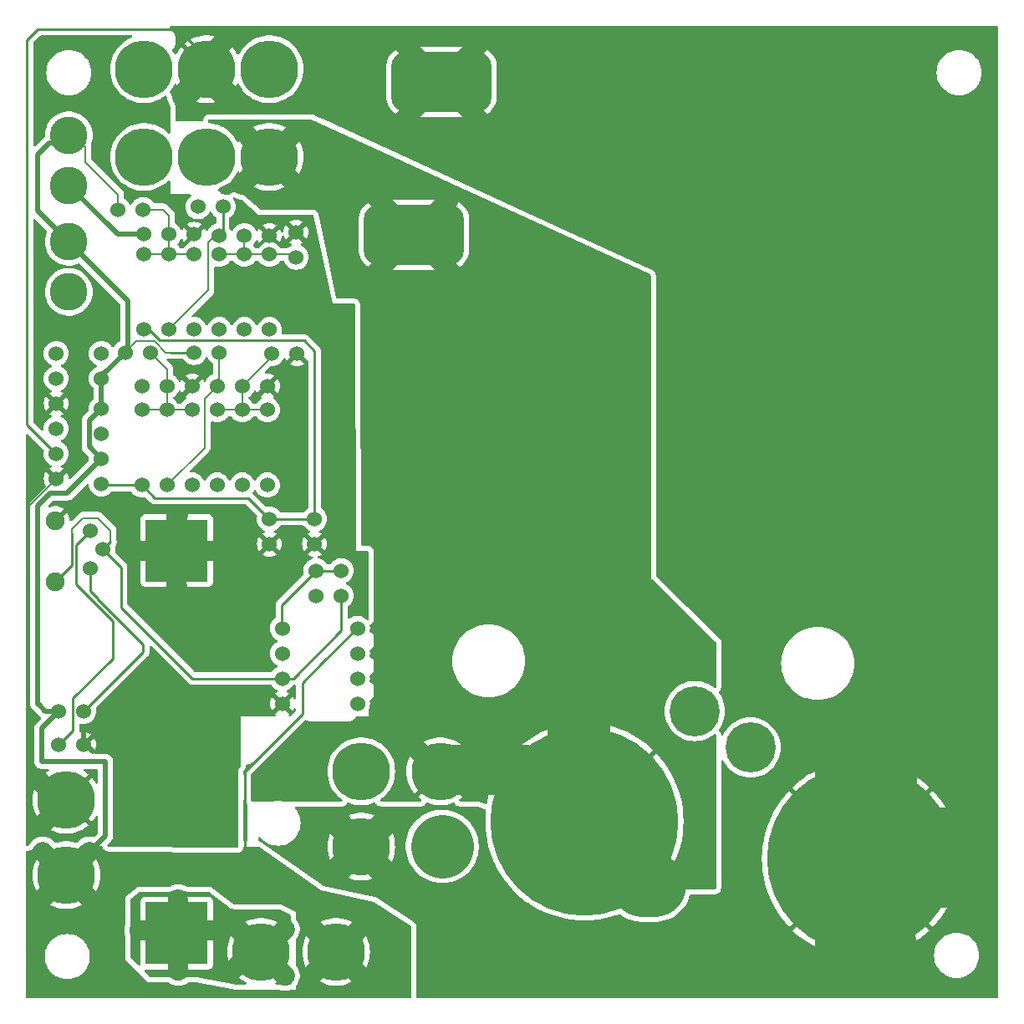
<source format=gbr>
%TF.GenerationSoftware,KiCad,Pcbnew,8.0.6*%
%TF.CreationDate,2025-01-14T13:14:06-07:00*%
%TF.ProjectId,Shutter current limit,53687574-7465-4722-9063-757272656e74,rev?*%
%TF.SameCoordinates,Original*%
%TF.FileFunction,Copper,L1,Top*%
%TF.FilePolarity,Positive*%
%FSLAX46Y46*%
G04 Gerber Fmt 4.6, Leading zero omitted, Abs format (unit mm)*
G04 Created by KiCad (PCBNEW 8.0.6) date 2025-01-14 13:14:06*
%MOMM*%
%LPD*%
G01*
G04 APERTURE LIST*
G04 Aperture macros list*
%AMRoundRect*
0 Rectangle with rounded corners*
0 $1 Rounding radius*
0 $2 $3 $4 $5 $6 $7 $8 $9 X,Y pos of 4 corners*
0 Add a 4 corners polygon primitive as box body*
4,1,4,$2,$3,$4,$5,$6,$7,$8,$9,$2,$3,0*
0 Add four circle primitives for the rounded corners*
1,1,$1+$1,$2,$3*
1,1,$1+$1,$4,$5*
1,1,$1+$1,$6,$7*
1,1,$1+$1,$8,$9*
0 Add four rect primitives between the rounded corners*
20,1,$1+$1,$2,$3,$4,$5,0*
20,1,$1+$1,$4,$5,$6,$7,0*
20,1,$1+$1,$6,$7,$8,$9,0*
20,1,$1+$1,$8,$9,$2,$3,0*%
G04 Aperture macros list end*
%TA.AperFunction,ComponentPad*%
%ADD10C,1.524000*%
%TD*%
%TA.AperFunction,ComponentPad*%
%ADD11C,5.842000*%
%TD*%
%TA.AperFunction,ComponentPad*%
%ADD12C,1.905000*%
%TD*%
%TA.AperFunction,ComponentPad*%
%ADD13R,6.350000X6.350000*%
%TD*%
%TA.AperFunction,ComponentPad*%
%ADD14C,3.810000*%
%TD*%
%TA.AperFunction,ComponentPad*%
%ADD15C,19.050000*%
%TD*%
%TA.AperFunction,ComponentPad*%
%ADD16C,5.080000*%
%TD*%
%TA.AperFunction,SMDPad,CuDef*%
%ADD17RoundRect,1.524000X-3.556000X-1.524000X3.556000X-1.524000X3.556000X1.524000X-3.556000X1.524000X0*%
%TD*%
%TA.AperFunction,Conductor*%
%ADD18C,2.032000*%
%TD*%
%TA.AperFunction,Conductor*%
%ADD19C,0.508000*%
%TD*%
%TA.AperFunction,Conductor*%
%ADD20C,0.200000*%
%TD*%
%TA.AperFunction,Conductor*%
%ADD21C,0.254000*%
%TD*%
%TA.AperFunction,Conductor*%
%ADD22C,6.350000*%
%TD*%
%TA.AperFunction,Conductor*%
%ADD23C,5.080000*%
%TD*%
%TA.AperFunction,Conductor*%
%ADD24C,10.160000*%
%TD*%
%TA.AperFunction,Conductor*%
%ADD25C,2.540000*%
%TD*%
G04 APERTURE END LIST*
D10*
%TO.P,D1,1,K*%
%TO.N,Net-(D1-K)*%
X77876400Y-86586200D03*
%TO.P,D1,2,A*%
%TO.N,Net-(D1-A)*%
X77876400Y-94206200D03*
%TD*%
%TO.P,R6,1*%
%TO.N,POR*%
X85184800Y-97635200D03*
%TO.P,R6,2*%
%TO.N,Earth*%
X85184800Y-100175200D03*
%TD*%
%TO.P,Q3,1,D*%
%TO.N,Net-(D3-K)*%
X75336400Y-84173200D03*
%TO.P,Q3,2,G*%
%TO.N,Net-(D1-K)*%
X77876400Y-84173200D03*
%TO.P,Q3,3,S*%
%TO.N,Earth*%
X80416400Y-84173200D03*
%TD*%
%TO.P,U1,1*%
%TO.N,Net-(R8-Pad2)*%
X81915000Y-108712000D03*
%TO.P,U1,2,-*%
%TO.N,Net-(J2-Neg)*%
X81915000Y-111252000D03*
%TO.P,U1,3,+*%
%TO.N,Net-(U1-+)*%
X81915000Y-113792000D03*
%TO.P,U1,4*%
%TO.N,Earth*%
X81915000Y-116332000D03*
%TO.P,U1,5*%
%TO.N,N/C*%
X89535000Y-116332000D03*
%TO.P,U1,6*%
X89535000Y-113792000D03*
%TO.P,U1,7*%
X89535000Y-111252000D03*
%TO.P,U1,8*%
%TO.N,+12*%
X89535000Y-108712000D03*
%TD*%
%TO.P,R4,1*%
%TO.N,+12*%
X59276800Y-117109200D03*
%TO.P,R4,2*%
%TO.N,Net-(R4-Pad2)*%
X61816800Y-117109200D03*
%TD*%
%TO.P,D8,1,K*%
%TO.N,Net-(D11-A)*%
X78072800Y-70838200D03*
%TO.P,D8,2,A*%
%TO.N,Net-(D4-K)*%
X78072800Y-78458200D03*
%TD*%
%TO.P,R12,1*%
%TO.N,+12*%
X72986500Y-80772000D03*
%TO.P,R12,2*%
%TO.N,Net-(D3-K)*%
X75526500Y-80772000D03*
%TD*%
D11*
%TO.P,J4,1,Pos*%
%TO.N,K2 NC*%
X89916000Y-123190000D03*
%TO.P,J4,2,Neg*%
%TO.N,K1 NC*%
X89916000Y-130810000D03*
%TD*%
%TO.P,K_cont1,30,Com*%
%TO.N,Net-(D14-A)*%
X80612800Y-52074400D03*
%TO.P,K_cont1,87,NO*%
%TO.N,unconnected-(K_cont2-NO-Pad87)*%
X67912800Y-52074400D03*
%TO.P,K_cont1,87A,NC*%
%TO.N,K1 NC*%
X74262800Y-52074400D03*
%TD*%
D10*
%TO.P,D3,1,K*%
%TO.N,Net-(D3-K)*%
X70256400Y-94206200D03*
%TO.P,D3,2,A*%
%TO.N,Net-(D3-A)*%
X70256400Y-86586200D03*
%TD*%
D12*
%TO.P,TP1,1*%
%TO.N,Net-(U1-+)*%
X58928000Y-103997000D03*
%TD*%
D13*
%TO.P,R7,1*%
%TO.N,Net-(J2-Neg)*%
X71221600Y-139573000D03*
%TO.P,R7,2*%
%TO.N,Earth*%
X71221600Y-100838000D03*
%TD*%
D10*
%TO.P,R9,1*%
%TO.N,Net-(R8-Pad2)*%
X85344000Y-102870000D03*
%TO.P,R9,2*%
%TO.N,Net-(D2-A)*%
X85344000Y-105410000D03*
%TD*%
%TO.P,R13,1*%
%TO.N,Net-(D11-A)*%
X83312000Y-71120000D03*
%TO.P,R13,2*%
%TO.N,Earth*%
X83312000Y-68580000D03*
%TD*%
%TO.P,D6,1,K*%
%TO.N,POR*%
X67716400Y-94206200D03*
%TO.P,D6,2,A*%
%TO.N,Net-(D3-A)*%
X67716400Y-86586200D03*
%TD*%
%TO.P,D9,1,K*%
%TO.N,Net-(D9-K)*%
X70452800Y-78458200D03*
%TO.P,D9,2,A*%
%TO.N,Net-(D10-A)*%
X70452800Y-70838200D03*
%TD*%
%TO.P,D7,1,K*%
%TO.N,Net-(D11-A)*%
X80612800Y-70838200D03*
%TO.P,D7,2,A*%
%TO.N,Net-(D2-A)*%
X80612800Y-78458200D03*
%TD*%
%TO.P,R8,1*%
%TO.N,Net-(U1-+)*%
X87884000Y-105410000D03*
%TO.P,R8,2*%
%TO.N,Net-(R8-Pad2)*%
X87884000Y-102870000D03*
%TD*%
%TO.P,RV1,1,1*%
%TO.N,Net-(R5-Pad1)*%
X62484000Y-98806000D03*
%TO.P,RV1,2,2*%
%TO.N,Net-(U1-+)*%
X63754000Y-100711000D03*
%TO.P,RV1,3,3*%
%TO.N,Net-(R4-Pad2)*%
X62484000Y-102616000D03*
%TD*%
D12*
%TO.P,TP2,1*%
%TO.N,Earth*%
X58928000Y-97790000D03*
%TD*%
D10*
%TO.P,Q2,1,D*%
%TO.N,Net-(D1-A)*%
X59022800Y-88491200D03*
%TO.P,Q2,2,G*%
%TO.N,K1 NC*%
X59022800Y-91031200D03*
%TO.P,Q2,3,S*%
%TO.N,Earth*%
X59022800Y-93571200D03*
%TD*%
%TO.P,R1,1*%
%TO.N,+12*%
X63594800Y-83411200D03*
%TO.P,R1,2*%
%TO.N,Net-(D4-K)*%
X63594800Y-80871200D03*
%TD*%
D14*
%TO.P,K_coil2,85,Coil_A*%
%TO.N,+12*%
X60292800Y-69568200D03*
%TO.P,K_coil2,86,Coil_B*%
%TO.N,Net-(D5-K)*%
X60292800Y-74648200D03*
%TD*%
D10*
%TO.P,R3,1*%
%TO.N,+12*%
X63594800Y-91539200D03*
%TO.P,R3,2*%
%TO.N,POR*%
X63594800Y-94079200D03*
%TD*%
%TO.P,D12,1,K*%
%TO.N,POR*%
X67912800Y-78458200D03*
%TO.P,D12,2,A*%
%TO.N,Net-(D10-A)*%
X67912800Y-70838200D03*
%TD*%
%TO.P,D10,1,K*%
%TO.N,Net-(D1-A)*%
X72992800Y-78458200D03*
%TO.P,D10,2,A*%
%TO.N,Net-(D10-A)*%
X72992800Y-70838200D03*
%TD*%
D15*
%TO.P,D14,1,K*%
%TO.N,K1 NC*%
X140525500Y-132054600D03*
D16*
%TO.P,D14,2,A*%
%TO.N,Net-(D14-A)*%
X129349500Y-120777000D03*
%TD*%
D10*
%TO.P,D4,1,K*%
%TO.N,Net-(D4-K)*%
X72796400Y-94206200D03*
%TO.P,D4,2,A*%
%TO.N,Net-(D3-A)*%
X72796400Y-86586200D03*
%TD*%
D17*
%TO.P,JP2,1*%
%TO.N,K1 NC*%
X98044000Y-53340000D03*
%TD*%
D10*
%TO.P,D2,1,K*%
%TO.N,Net-(D1-K)*%
X80416400Y-86586200D03*
%TO.P,D2,2,A*%
%TO.N,Net-(D2-A)*%
X80416400Y-94206200D03*
%TD*%
D14*
%TO.P,K_coil1,85,Coil_A*%
%TO.N,+12*%
X60292800Y-58773200D03*
%TO.P,K_coil1,86,Coil_B*%
%TO.N,Net-(D11-K)*%
X60292800Y-63853200D03*
%TD*%
D10*
%TO.P,C1,1*%
%TO.N,POR*%
X80612800Y-97635200D03*
%TO.P,C1,2*%
%TO.N,Earth*%
X80612800Y-100175200D03*
%TD*%
%TO.P,R11,1*%
%TO.N,+12*%
X66001500Y-80772000D03*
%TO.P,R11,2*%
%TO.N,Net-(D3-A)*%
X68541500Y-80772000D03*
%TD*%
%TO.P,R14,1*%
%TO.N,+12*%
X65278000Y-66294000D03*
%TO.P,R14,2*%
%TO.N,Net-(D10-A)*%
X67818000Y-66294000D03*
%TD*%
%TO.P,R15,1*%
%TO.N,+12*%
X73367500Y-66014600D03*
%TO.P,R15,2*%
%TO.N,Net-(D9-K)*%
X75907500Y-66014600D03*
%TD*%
%TO.P,Q4,1,D*%
%TO.N,Net-(D5-K)*%
X67716400Y-84173200D03*
%TO.P,Q4,2,G*%
%TO.N,Net-(D3-A)*%
X70256400Y-84173200D03*
%TO.P,Q4,3,S*%
%TO.N,Earth*%
X72796400Y-84173200D03*
%TD*%
%TO.P,R10,1*%
%TO.N,Net-(D1-K)*%
X80866800Y-80871200D03*
%TO.P,R10,2*%
%TO.N,Earth*%
X83406800Y-80871200D03*
%TD*%
D11*
%TO.P,J1,1,Pos*%
%TO.N,+12*%
X60038800Y-133703200D03*
%TO.P,J1,2,Neg*%
%TO.N,Earth*%
X60038800Y-126083200D03*
%TD*%
%TO.P,J2,1,Pos*%
%TO.N,+12*%
X87370000Y-141478000D03*
%TO.P,J2,2,Neg*%
%TO.N,Net-(J2-Neg)*%
X79750000Y-141478000D03*
%TD*%
D10*
%TO.P,Q5,1,D*%
%TO.N,Net-(D9-K)*%
X75532800Y-68933200D03*
%TO.P,Q5,2,G*%
%TO.N,Net-(D11-A)*%
X78072800Y-68933200D03*
%TO.P,Q5,3,S*%
%TO.N,Earth*%
X80612800Y-68933200D03*
%TD*%
%TO.P,D11,1,K*%
%TO.N,Net-(D11-K)*%
X75532800Y-78458200D03*
%TO.P,D11,2,A*%
%TO.N,Net-(D11-A)*%
X75532800Y-70838200D03*
%TD*%
%TO.P,R2,1*%
%TO.N,+12*%
X63594800Y-86459200D03*
%TO.P,R2,2*%
%TO.N,Net-(D1-A)*%
X63594800Y-88999200D03*
%TD*%
%TO.P,Q1,1,D*%
%TO.N,Net-(D4-K)*%
X59022800Y-80871200D03*
%TO.P,Q1,2,G*%
%TO.N,K2 NC*%
X59022800Y-83411200D03*
%TO.P,Q1,3,S*%
%TO.N,Earth*%
X59022800Y-85951200D03*
%TD*%
D11*
%TO.P,J3,1,Pos*%
%TO.N,Net-(D13-K)*%
X97917000Y-123190000D03*
%TO.P,J3,2,Neg*%
%TO.N,Net-(D14-A)*%
X97917000Y-130810000D03*
%TD*%
D10*
%TO.P,Q6,1,D*%
%TO.N,Net-(D11-K)*%
X67912800Y-68805334D03*
%TO.P,Q6,2,G*%
%TO.N,Net-(D10-A)*%
X70452800Y-68805334D03*
%TO.P,Q6,3,S*%
%TO.N,Earth*%
X72992800Y-68805334D03*
%TD*%
%TO.P,D5,1,K*%
%TO.N,Net-(D5-K)*%
X75336400Y-94206200D03*
%TO.P,D5,2,A*%
%TO.N,Net-(D1-K)*%
X75336400Y-86586200D03*
%TD*%
D11*
%TO.P,K_cont2,30,Com*%
%TO.N,Net-(D13-K)*%
X80612800Y-60960000D03*
%TO.P,K_cont2,87,NO*%
%TO.N,unconnected-(K_cont1-NO-Pad87)*%
X67912800Y-60960000D03*
%TO.P,K_cont2,87A,NC*%
%TO.N,K2 NC*%
X74262800Y-60960000D03*
%TD*%
D10*
%TO.P,R5,1*%
%TO.N,Net-(R5-Pad1)*%
X59276800Y-120495200D03*
%TO.P,R5,2*%
%TO.N,Earth*%
X61816800Y-120495200D03*
%TD*%
D15*
%TO.P,D13,1,K*%
%TO.N,Net-(D13-K)*%
X112522000Y-128270000D03*
D16*
%TO.P,D13,2,A*%
%TO.N,K2 NC*%
X123698000Y-117094000D03*
%TD*%
D17*
%TO.P,JP4,1*%
%TO.N,Net-(D13-K)*%
X95250000Y-68834000D03*
%TD*%
D18*
%TO.N,Earth*%
X71221600Y-100838000D02*
X71221600Y-104495600D01*
D19*
X60098800Y-126083200D02*
X60198000Y-125984000D01*
D20*
X58646200Y-126083200D02*
X60038800Y-126083200D01*
D18*
X60038800Y-126083200D02*
X59281200Y-126083200D01*
D20*
X60706000Y-87630000D02*
X60706000Y-92202000D01*
D18*
X67310000Y-100838000D02*
X67818000Y-100838000D01*
D20*
X60706000Y-87630000D02*
X60701600Y-87630000D01*
D18*
X71221600Y-100838000D02*
X67310000Y-100838000D01*
D20*
X59336800Y-93571200D02*
X60706000Y-92202000D01*
X56261000Y-96333000D02*
X56261000Y-123698000D01*
D18*
X71221600Y-100838000D02*
X75438000Y-100838000D01*
X71221600Y-104495600D02*
X71374000Y-104648000D01*
D20*
X56261000Y-123698000D02*
X58646200Y-126083200D01*
D18*
X71221600Y-97434400D02*
X71374000Y-97282000D01*
X60038800Y-126083200D02*
X60038800Y-126143200D01*
D19*
X62075200Y-120495200D02*
X62738000Y-121158000D01*
D20*
X60701600Y-87630000D02*
X59022800Y-85951200D01*
D18*
X71221600Y-100838000D02*
X71221600Y-97434400D01*
D19*
X60038800Y-126083200D02*
X60098800Y-126083200D01*
D21*
X81180800Y-68933200D02*
X80612800Y-68933200D01*
D19*
X61816800Y-120495200D02*
X61816800Y-119220800D01*
X61816800Y-119220800D02*
X61722000Y-119126000D01*
D18*
X59281200Y-126083200D02*
X57404000Y-124206000D01*
X60038800Y-126143200D02*
X57658000Y-128524000D01*
D20*
X59022800Y-93571200D02*
X56261000Y-96333000D01*
D19*
X61816800Y-120495200D02*
X62075200Y-120495200D01*
D20*
X59022800Y-93571200D02*
X59336800Y-93571200D01*
D21*
%TO.N,POR*%
X63721800Y-94206200D02*
X63594800Y-94079200D01*
X85184800Y-97635200D02*
X85184800Y-80612800D01*
X67716400Y-94206200D02*
X63721800Y-94206200D01*
X85184800Y-97635200D02*
X80612800Y-97635200D01*
X69483070Y-79547200D02*
X68394070Y-78458200D01*
X68394070Y-78458200D02*
X67912800Y-78458200D01*
X78486000Y-95504000D02*
X69014200Y-95504000D01*
X85184800Y-80612800D02*
X84119200Y-79547200D01*
X84119200Y-79547200D02*
X69483070Y-79547200D01*
X78486000Y-95508400D02*
X78486000Y-95504000D01*
X80612800Y-97635200D02*
X78486000Y-95508400D01*
X69014200Y-95504000D02*
X67716400Y-94206200D01*
D20*
%TO.N,Net-(D1-K)*%
X77876400Y-86586200D02*
X77876400Y-84173200D01*
X75336400Y-86586200D02*
X80416400Y-86586200D01*
X80866800Y-81379200D02*
X80866800Y-80871200D01*
X77876400Y-84173200D02*
X80670400Y-81379200D01*
%TO.N,Net-(D3-A)*%
X70256400Y-84173200D02*
X70256400Y-82486900D01*
X70256400Y-86586200D02*
X70256400Y-84173200D01*
X67716400Y-86586200D02*
X72796400Y-86586200D01*
X70256400Y-82486900D02*
X68541500Y-80772000D01*
%TO.N,Net-(D3-K)*%
X75336400Y-84173200D02*
X74041000Y-85468600D01*
X74041000Y-85468600D02*
X74041000Y-90421600D01*
X75526500Y-80772000D02*
X75526500Y-83983100D01*
X74041000Y-90421600D02*
X70256400Y-94206200D01*
X75532800Y-81125200D02*
X75786800Y-80871200D01*
X75526500Y-83983100D02*
X75336400Y-84173200D01*
D21*
%TO.N,Net-(D4-K)*%
X78091800Y-78458200D02*
X78100000Y-78450000D01*
X78072800Y-78458200D02*
X78091800Y-78458200D01*
D20*
%TO.N,Net-(D11-A)*%
X78072800Y-70838200D02*
X78072800Y-68933200D01*
X75532800Y-70838200D02*
X80612800Y-70838200D01*
X80612800Y-70838200D02*
X83030200Y-70838200D01*
X83030200Y-70838200D02*
X83312000Y-71120000D01*
%TO.N,Net-(D9-K)*%
X75084800Y-68933200D02*
X74422000Y-69596000D01*
X75433600Y-68834000D02*
X75184000Y-68834000D01*
X75378000Y-69088000D02*
X75532800Y-68933200D01*
X75532800Y-68933200D02*
X75084800Y-68933200D01*
D21*
X75907500Y-68558500D02*
X75532800Y-68933200D01*
X75907500Y-66014600D02*
X75907500Y-68558500D01*
D20*
X74422000Y-69596000D02*
X74422000Y-74489000D01*
X75378000Y-69088000D02*
X75184000Y-69088000D01*
X75433600Y-68834000D02*
X75532800Y-68933200D01*
X74422000Y-74489000D02*
X70452800Y-78458200D01*
X75532800Y-68933200D02*
X74830800Y-68933200D01*
%TO.N,Net-(D10-A)*%
X69845600Y-66294000D02*
X67818000Y-66294000D01*
X67912800Y-70838200D02*
X72992800Y-70838200D01*
X70452800Y-70838200D02*
X70452800Y-68805334D01*
X70452800Y-68805334D02*
X70452800Y-66901200D01*
X70452800Y-66901200D02*
X69845600Y-66294000D01*
D19*
%TO.N,Net-(D11-K)*%
X65244934Y-68805334D02*
X67912800Y-68805334D01*
X60292800Y-63853200D02*
X65244934Y-68805334D01*
D18*
%TO.N,Net-(D13-K)*%
X95250000Y-68834000D02*
X99060000Y-72644000D01*
D22*
X111950500Y-128333500D02*
X109880400Y-126263400D01*
D18*
X80612800Y-60960000D02*
X80645000Y-60960000D01*
X80612800Y-61054800D02*
X83058000Y-63500000D01*
X95250000Y-68834000D02*
X91440000Y-72644000D01*
X95250000Y-68834000D02*
X98806000Y-65278000D01*
D23*
X111760000Y-128333500D02*
X106489500Y-123063000D01*
D18*
X97917000Y-123190000D02*
X97790000Y-123190000D01*
D22*
X111950500Y-128333500D02*
X109474000Y-130810000D01*
D18*
X80612800Y-60960000D02*
X80612800Y-61054800D01*
X80518000Y-60960000D02*
X78359000Y-58801000D01*
D22*
X118364000Y-134747000D02*
X119634000Y-134747000D01*
X111950500Y-128333500D02*
X111887000Y-128270000D01*
D18*
X97790000Y-123190000D02*
X95402400Y-120802400D01*
X95250000Y-68834000D02*
X91440000Y-65024000D01*
D22*
X111887000Y-128270000D02*
X111887000Y-117729000D01*
D24*
X111950500Y-127190500D02*
X112014000Y-127127000D01*
X111950500Y-128333500D02*
X111950500Y-127190500D01*
D18*
X80612800Y-60960000D02*
X80518000Y-60960000D01*
X80645000Y-60960000D02*
X83185000Y-58420000D01*
X80612800Y-60960000D02*
X80612800Y-60992200D01*
D22*
X111950500Y-128333500D02*
X118364000Y-134747000D01*
D23*
X106489500Y-123063000D02*
X97917000Y-123063000D01*
D18*
X80612800Y-60992200D02*
X77851000Y-63754000D01*
D19*
%TO.N,+12*%
X57150000Y-116332000D02*
X57277000Y-116459000D01*
X57927200Y-117109200D02*
X57277000Y-116459000D01*
X57531000Y-122174000D02*
X57531000Y-118855000D01*
D20*
X70104000Y-80772000D02*
X70612000Y-80772000D01*
D19*
X59503000Y-59563000D02*
X60292800Y-58773200D01*
X60038800Y-133703200D02*
X64008000Y-129734000D01*
X60292800Y-69568200D02*
X57150000Y-66425400D01*
D18*
X60038800Y-133703200D02*
X60038800Y-133698800D01*
D19*
X63594800Y-86459200D02*
X63594800Y-83178700D01*
D20*
X63594800Y-83178700D02*
X63594800Y-83411200D01*
D18*
X87235000Y-141492000D02*
X84963000Y-143764000D01*
D20*
X63594800Y-83411200D02*
X63594800Y-86459200D01*
D19*
X57658000Y-95758000D02*
X58420000Y-94996000D01*
D21*
X85962900Y-112251900D02*
X83947000Y-114267800D01*
D19*
X62378800Y-90323200D02*
X62378800Y-87675200D01*
X64008000Y-129734000D02*
X64008000Y-129540000D01*
D21*
X83947000Y-114267800D02*
X83947000Y-117348000D01*
D19*
X62378800Y-87675200D02*
X63594800Y-86459200D01*
X64008000Y-129540000D02*
X64008000Y-122174000D01*
X66001500Y-80772000D02*
X66274750Y-80498750D01*
D18*
X87370000Y-141492000D02*
X87235000Y-141492000D01*
D20*
X67144500Y-79629000D02*
X68961000Y-79629000D01*
D19*
X63594800Y-91539200D02*
X62378800Y-90323200D01*
X59276800Y-117109200D02*
X57927200Y-117109200D01*
D21*
X78105000Y-123317000D02*
X78105000Y-131699000D01*
D18*
X60038800Y-133703200D02*
X60038800Y-133636200D01*
D20*
X65278000Y-64770000D02*
X65278000Y-66294000D01*
D18*
X60038800Y-133703200D02*
X62479600Y-136144000D01*
D19*
X57531000Y-118855000D02*
X59276800Y-117109200D01*
D18*
X87370000Y-141492000D02*
X87370000Y-141472000D01*
D21*
X85962900Y-112251900D02*
X89502800Y-108712000D01*
D20*
X61976000Y-59944000D02*
X61976000Y-61468000D01*
D18*
X60038800Y-133703200D02*
X57531000Y-136211000D01*
D20*
X64008000Y-129794000D02*
X64008000Y-129540000D01*
D18*
X62479600Y-136144000D02*
X62484000Y-136144000D01*
D19*
X57150000Y-96266000D02*
X57150000Y-116332000D01*
X58420000Y-94996000D02*
X60138000Y-94996000D01*
D20*
X66001500Y-80772000D02*
X67144500Y-79629000D01*
D19*
X57150000Y-66425400D02*
X57150000Y-60706000D01*
D18*
X60038800Y-133698800D02*
X57658000Y-131318000D01*
D19*
X57150000Y-60706000D02*
X58293000Y-59563000D01*
X66274750Y-80498750D02*
X66274750Y-75550150D01*
D21*
X72986500Y-80772000D02*
X70612000Y-80772000D01*
D20*
X60292800Y-58773200D02*
X60805200Y-58773200D01*
D19*
X58293000Y-59563000D02*
X59503000Y-59563000D01*
D18*
X87370000Y-141492000D02*
X87390000Y-141492000D01*
D20*
X60805200Y-58773200D02*
X61976000Y-59944000D01*
D18*
X57531000Y-136211000D02*
X57531000Y-136271000D01*
D19*
X60138000Y-94996000D02*
X63594800Y-91539200D01*
D18*
X87390000Y-141492000D02*
X89789000Y-143891000D01*
D19*
X64008000Y-122174000D02*
X57531000Y-122174000D01*
X66274750Y-75550150D02*
X60292800Y-69568200D01*
D18*
X87370000Y-141492000D02*
X87370000Y-141484000D01*
D20*
X68961000Y-79629000D02*
X70104000Y-80772000D01*
X60038800Y-133703200D02*
X63948000Y-129794000D01*
D21*
X83947000Y-117348000D02*
X78105000Y-123190000D01*
D20*
X61976000Y-61468000D02*
X65278000Y-64770000D01*
D19*
X57658000Y-95758000D02*
X57150000Y-96266000D01*
D18*
X87370000Y-141472000D02*
X84963000Y-139065000D01*
D21*
X78105000Y-123190000D02*
X78105000Y-123317000D01*
D18*
X87370000Y-141484000D02*
X89662000Y-139192000D01*
D19*
X63594800Y-83178700D02*
X66001500Y-80772000D01*
D18*
X60038800Y-133636200D02*
X62357000Y-131318000D01*
D21*
%TO.N,Net-(U1-+)*%
X83032600Y-113792000D02*
X72833600Y-113792000D01*
X65595500Y-102616000D02*
X65595500Y-106553900D01*
D20*
X64516000Y-99949000D02*
X64516000Y-98806000D01*
D21*
X87884000Y-105410000D02*
X87884000Y-108940600D01*
X87884000Y-108940600D02*
X83032600Y-113792000D01*
X60579000Y-99060000D02*
X60579000Y-102336600D01*
X58928000Y-103987600D02*
X60198000Y-102717600D01*
D20*
X61722000Y-97536000D02*
X60579000Y-98679000D01*
X64516000Y-98806000D02*
X63246000Y-97536000D01*
D21*
X63754000Y-100711000D02*
X65595500Y-102552500D01*
X63754000Y-100711000D02*
X64516000Y-99949000D01*
X72833600Y-113792000D02*
X65626800Y-106585200D01*
X60579000Y-102336600D02*
X60198000Y-102717600D01*
D20*
X63246000Y-97536000D02*
X61722000Y-97536000D01*
D21*
X65595500Y-106553900D02*
X65626800Y-106585200D01*
D20*
X60579000Y-98679000D02*
X60579000Y-99568000D01*
D21*
X65595500Y-102552500D02*
X65595500Y-102616000D01*
%TO.N,Net-(R5-Pad1)*%
X61033000Y-100257000D02*
X61033000Y-104220053D01*
X64770000Y-107957053D02*
X64770000Y-111760000D01*
X60727800Y-119044200D02*
X59276800Y-120495200D01*
X61033000Y-104220053D02*
X64770000Y-107957053D01*
X64770000Y-111760000D02*
X60727800Y-115802200D01*
X62484000Y-98806000D02*
X61033000Y-100257000D01*
X60727800Y-115802200D02*
X60727800Y-119044200D01*
%TO.N,Net-(R4-Pad2)*%
X62484000Y-104966400D02*
X62484000Y-102616000D01*
X63213800Y-105696200D02*
X63182500Y-105727500D01*
X67818000Y-110363000D02*
X63182500Y-105727500D01*
X61816800Y-117109200D02*
X67818000Y-111108000D01*
X67818000Y-111108000D02*
X67818000Y-110363000D01*
X63213800Y-105696200D02*
X62484000Y-104966400D01*
D22*
%TO.N,Net-(D14-A)*%
X98146173Y-130810000D02*
X98095086Y-130758913D01*
D20*
X80612800Y-52074400D02*
X80645000Y-52042200D01*
X80612800Y-52074400D02*
X80612800Y-50800000D01*
D18*
%TO.N,Net-(J2-Neg)*%
X79750000Y-141478000D02*
X78740000Y-141478000D01*
X79770000Y-141492000D02*
X82169000Y-143891000D01*
X79750000Y-141492000D02*
X79615000Y-141492000D01*
X79869000Y-141492000D02*
X82169000Y-139192000D01*
X71374000Y-139319000D02*
X75184000Y-139319000D01*
X79750000Y-141472000D02*
X77343000Y-139065000D01*
D23*
X71369600Y-139446000D02*
X71341800Y-139418200D01*
D18*
X71374000Y-139319000D02*
X71374000Y-139386000D01*
X78740000Y-141478000D02*
X77216000Y-143002000D01*
X79750000Y-141492000D02*
X79750000Y-141472000D01*
X79750000Y-141492000D02*
X79869000Y-141492000D01*
X71374000Y-139319000D02*
X71374000Y-143383000D01*
X71374000Y-139386000D02*
X71374000Y-136144000D01*
X79750000Y-141492000D02*
X79770000Y-141492000D01*
X71374000Y-139319000D02*
X67437000Y-139319000D01*
D21*
%TO.N,Net-(R8-Pad2)*%
X81882800Y-108712000D02*
X81882800Y-106331200D01*
X81882800Y-106331200D02*
X85344000Y-102870000D01*
X85344000Y-102870000D02*
X87884000Y-102870000D01*
%TO.N,K2 NC*%
X59027200Y-83411200D02*
X59055000Y-83439000D01*
D18*
%TO.N,K1 NC*%
X98044000Y-53340000D02*
X94234000Y-49530000D01*
D25*
X90170000Y-131318000D02*
X92202000Y-133350000D01*
D24*
X141097000Y-132054600D02*
X141097000Y-123190000D01*
D18*
X74262800Y-52074400D02*
X74262800Y-50959200D01*
D25*
X74262800Y-52483200D02*
X72009000Y-54737000D01*
X74262800Y-52074400D02*
X74262800Y-53340000D01*
D18*
X98044000Y-53340000D02*
X101854000Y-57150000D01*
X74262800Y-50959200D02*
X75946000Y-49276000D01*
X98044000Y-53340000D02*
X101854000Y-49530000D01*
D21*
X56049800Y-49106200D02*
X56049800Y-88058200D01*
D25*
X87630000Y-128524000D02*
X87630000Y-128270000D01*
D24*
X141198600Y-131953000D02*
X141097000Y-132054600D01*
X140970000Y-123063000D02*
X140970000Y-141113200D01*
X140970000Y-141113200D02*
X141097000Y-141113200D01*
D25*
X89916000Y-130810000D02*
X87630000Y-128524000D01*
X89916000Y-130810000D02*
X90170000Y-131064000D01*
D18*
X98044000Y-53340000D02*
X94234000Y-57150000D01*
D25*
X74262800Y-52074400D02*
X74262800Y-52483200D01*
D24*
X140175800Y-132407800D02*
X143588600Y-132407800D01*
X149342800Y-131953000D02*
X141198600Y-131953000D01*
D25*
X74262800Y-52074400D02*
X74262800Y-52672800D01*
D21*
X56049800Y-88058200D02*
X59022800Y-91031200D01*
D24*
X141097000Y-132054600D02*
X141097000Y-131445000D01*
X140175800Y-132407800D02*
X140175800Y-133382200D01*
D25*
X89916000Y-130810000D02*
X87376000Y-133350000D01*
X74262800Y-52074400D02*
X74262800Y-53543200D01*
X89916000Y-130810000D02*
X92202000Y-128524000D01*
D21*
X74262800Y-52074400D02*
X74262800Y-50894800D01*
D25*
X74262800Y-52672800D02*
X76200000Y-54610000D01*
D24*
X140175800Y-132407800D02*
X140175800Y-132366200D01*
D25*
X90170000Y-131064000D02*
X90170000Y-131318000D01*
D21*
X57150000Y-48006000D02*
X56049800Y-49106200D01*
D24*
X141097000Y-123190000D02*
X140970000Y-123063000D01*
D21*
X74262800Y-50894800D02*
X71374000Y-48006000D01*
X71374000Y-48006000D02*
X57150000Y-48006000D01*
%TD*%
%TA.AperFunction,Conductor*%
%TO.N,Earth*%
G36*
X68658703Y-110516282D02*
G01*
X68665181Y-110522314D01*
X72428488Y-114285622D01*
X72428492Y-114285625D01*
X72532571Y-114355169D01*
X72532584Y-114355176D01*
X72648226Y-114403076D01*
X72648231Y-114403078D01*
X72734199Y-114420178D01*
X72771004Y-114427499D01*
X72771008Y-114427500D01*
X72771009Y-114427500D01*
X72896191Y-114427500D01*
X80744438Y-114427500D01*
X80811477Y-114447185D01*
X80846009Y-114480372D01*
X80938023Y-114611781D01*
X81095219Y-114768977D01*
X81277323Y-114896488D01*
X81401317Y-114954307D01*
X81453756Y-115000479D01*
X81472908Y-115067673D01*
X81452692Y-115134554D01*
X81401317Y-115179071D01*
X81281590Y-115234901D01*
X81216811Y-115280258D01*
X81887553Y-115951000D01*
X81864840Y-115951000D01*
X81767939Y-115976964D01*
X81681060Y-116027124D01*
X81610124Y-116098060D01*
X81559964Y-116184939D01*
X81534000Y-116281840D01*
X81534000Y-116304553D01*
X80863258Y-115633811D01*
X80817901Y-115698590D01*
X80724579Y-115898720D01*
X80724575Y-115898729D01*
X80667426Y-116112013D01*
X80667424Y-116112023D01*
X80648179Y-116331999D01*
X80648179Y-116332000D01*
X80667424Y-116551976D01*
X80667426Y-116551986D01*
X80724575Y-116765270D01*
X80724580Y-116765284D01*
X80817898Y-116965405D01*
X80817901Y-116965411D01*
X80863258Y-117030187D01*
X80863259Y-117030188D01*
X81534000Y-116359447D01*
X81534000Y-116382160D01*
X81559964Y-116479061D01*
X81610124Y-116565940D01*
X81681060Y-116636876D01*
X81767939Y-116687036D01*
X81864840Y-116713000D01*
X81887553Y-116713000D01*
X81216810Y-117383740D01*
X81217375Y-117390202D01*
X81249988Y-117431002D01*
X81257182Y-117500500D01*
X81225659Y-117562855D01*
X81165430Y-117598269D01*
X81135240Y-117602000D01*
X77724000Y-117602000D01*
X77724000Y-122620904D01*
X77704315Y-122687943D01*
X77687681Y-122708585D01*
X77611377Y-122784888D01*
X77611374Y-122784892D01*
X77541830Y-122888971D01*
X77541823Y-122888984D01*
X77493923Y-123004626D01*
X77493920Y-123004638D01*
X77469500Y-123127404D01*
X77469500Y-130809186D01*
X77449815Y-130876225D01*
X77397011Y-130921980D01*
X77344253Y-130933180D01*
X64316273Y-130802172D01*
X64249435Y-130781814D01*
X64204213Y-130728553D01*
X64194966Y-130659298D01*
X64224628Y-130596037D01*
X64229799Y-130590538D01*
X64600272Y-130220066D01*
X64683718Y-130095179D01*
X64741197Y-129956413D01*
X64759576Y-129864016D01*
X64770500Y-129809100D01*
X64770500Y-129464900D01*
X64770500Y-122098900D01*
X64770500Y-122098897D01*
X64741198Y-121951592D01*
X64741197Y-121951591D01*
X64741197Y-121951587D01*
X64683718Y-121812821D01*
X64683717Y-121812820D01*
X64683714Y-121812814D01*
X64600272Y-121687935D01*
X64600269Y-121687931D01*
X64494068Y-121581730D01*
X64494064Y-121581727D01*
X64369185Y-121498285D01*
X64369176Y-121498280D01*
X64230413Y-121440803D01*
X64230407Y-121440801D01*
X64083102Y-121411500D01*
X64083100Y-121411500D01*
X62954019Y-121411500D01*
X62886980Y-121391815D01*
X62841225Y-121339011D01*
X62831281Y-121269853D01*
X62852445Y-121216376D01*
X62913894Y-121128617D01*
X62913900Y-121128607D01*
X63007219Y-120928484D01*
X63007224Y-120928470D01*
X63064373Y-120715186D01*
X63064375Y-120715176D01*
X63083621Y-120495200D01*
X63083621Y-120495199D01*
X63064375Y-120275223D01*
X63064373Y-120275213D01*
X63007224Y-120061929D01*
X63007220Y-120061920D01*
X62913896Y-119861786D01*
X62868541Y-119797011D01*
X62868540Y-119797010D01*
X62197800Y-120467750D01*
X62197800Y-120445040D01*
X62171836Y-120348139D01*
X62121676Y-120261260D01*
X62050740Y-120190324D01*
X61963861Y-120140164D01*
X61866960Y-120114200D01*
X61844247Y-120114200D01*
X62514988Y-119443458D01*
X62450211Y-119398101D01*
X62450205Y-119398098D01*
X62250084Y-119304780D01*
X62250070Y-119304775D01*
X62036786Y-119247626D01*
X62036776Y-119247624D01*
X61816801Y-119228379D01*
X61816799Y-119228379D01*
X61596823Y-119247624D01*
X61596813Y-119247626D01*
X61513175Y-119270037D01*
X61443325Y-119268374D01*
X61385463Y-119229211D01*
X61357959Y-119164983D01*
X61359465Y-119126069D01*
X61363300Y-119106790D01*
X61363300Y-118464603D01*
X61382985Y-118397564D01*
X61435789Y-118351809D01*
X61504947Y-118341865D01*
X61519375Y-118344823D01*
X61595337Y-118365178D01*
X61753524Y-118379017D01*
X61816798Y-118384553D01*
X61816800Y-118384553D01*
X61816802Y-118384553D01*
X61872165Y-118379709D01*
X62038263Y-118365178D01*
X62252996Y-118307640D01*
X62454477Y-118213688D01*
X62636581Y-118086177D01*
X62793777Y-117928981D01*
X62921288Y-117746877D01*
X63015240Y-117545396D01*
X63072778Y-117330663D01*
X63092153Y-117109200D01*
X63090015Y-117084767D01*
X63085522Y-117033405D01*
X63072778Y-116887737D01*
X63062613Y-116849801D01*
X63064274Y-116779951D01*
X63094704Y-116730027D01*
X68311625Y-111513108D01*
X68381173Y-111409022D01*
X68429078Y-111293369D01*
X68453500Y-111170591D01*
X68453500Y-111045409D01*
X68453500Y-110609995D01*
X68473185Y-110542956D01*
X68525989Y-110497201D01*
X68595147Y-110487257D01*
X68658703Y-110516282D01*
G37*
%TD.AperFunction*%
%TA.AperFunction,Conductor*%
G36*
X56128503Y-89036082D02*
G01*
X56134981Y-89042114D01*
X57744893Y-90652026D01*
X57778378Y-90713349D01*
X57776987Y-90771800D01*
X57766822Y-90809734D01*
X57766822Y-90809738D01*
X57747447Y-91031197D01*
X57747447Y-91031202D01*
X57766821Y-91252657D01*
X57766822Y-91252665D01*
X57824358Y-91467391D01*
X57824359Y-91467393D01*
X57824360Y-91467396D01*
X57857841Y-91539196D01*
X57918311Y-91668876D01*
X57918312Y-91668877D01*
X58045823Y-91850981D01*
X58203019Y-92008177D01*
X58385123Y-92135688D01*
X58509117Y-92193507D01*
X58561556Y-92239679D01*
X58580708Y-92306873D01*
X58560492Y-92373754D01*
X58509117Y-92418271D01*
X58389390Y-92474101D01*
X58324611Y-92519458D01*
X58995353Y-93190200D01*
X58972640Y-93190200D01*
X58875739Y-93216164D01*
X58788860Y-93266324D01*
X58717924Y-93337260D01*
X58667764Y-93424139D01*
X58641800Y-93521040D01*
X58641800Y-93543753D01*
X57971058Y-92873011D01*
X57925701Y-92937790D01*
X57832379Y-93137920D01*
X57832375Y-93137929D01*
X57775226Y-93351213D01*
X57775224Y-93351223D01*
X57755979Y-93571199D01*
X57755979Y-93571200D01*
X57775224Y-93791176D01*
X57775226Y-93791186D01*
X57832375Y-94004470D01*
X57832380Y-94004484D01*
X57925699Y-94204607D01*
X57925703Y-94204615D01*
X57951415Y-94241335D01*
X57973742Y-94307541D01*
X57956732Y-94375308D01*
X57937521Y-94400139D01*
X57171934Y-95165728D01*
X56557726Y-95779935D01*
X56557723Y-95779938D01*
X56547782Y-95794819D01*
X56540965Y-95805022D01*
X56514255Y-95844996D01*
X56474281Y-95904821D01*
X56416803Y-96043586D01*
X56416801Y-96043592D01*
X56387500Y-96190897D01*
X56387500Y-96190900D01*
X56387500Y-116407100D01*
X56387500Y-116407102D01*
X56387499Y-116407102D01*
X56414369Y-116542177D01*
X56414370Y-116542180D01*
X56416802Y-116554412D01*
X56450960Y-116636876D01*
X56474282Y-116693179D01*
X56557727Y-116818065D01*
X56684727Y-116945065D01*
X57435980Y-117696319D01*
X57469465Y-117757642D01*
X57464481Y-117827334D01*
X57435980Y-117871681D01*
X56938728Y-118368933D01*
X56863833Y-118481024D01*
X56863831Y-118481026D01*
X56855284Y-118493816D01*
X56855281Y-118493822D01*
X56797803Y-118632586D01*
X56797801Y-118632592D01*
X56768500Y-118779897D01*
X56768500Y-118779900D01*
X56768500Y-122098900D01*
X56768500Y-122249100D01*
X56768500Y-122249102D01*
X56768499Y-122249102D01*
X56797801Y-122396407D01*
X56797803Y-122396413D01*
X56855280Y-122535176D01*
X56855285Y-122535185D01*
X56938727Y-122660064D01*
X56938730Y-122660068D01*
X57044931Y-122766269D01*
X57044935Y-122766272D01*
X57169814Y-122849714D01*
X57169820Y-122849717D01*
X57169821Y-122849718D01*
X57308587Y-122907197D01*
X57308591Y-122907197D01*
X57308592Y-122907198D01*
X57455897Y-122936500D01*
X57455900Y-122936500D01*
X58186466Y-122936500D01*
X58253505Y-122956185D01*
X58299260Y-123008989D01*
X58309204Y-123078147D01*
X58280179Y-123141703D01*
X58250394Y-123166751D01*
X58116166Y-123247512D01*
X58116163Y-123247514D01*
X57820832Y-123472018D01*
X57800465Y-123491309D01*
X57800465Y-123491311D01*
X59197973Y-124888819D01*
X59087348Y-124969193D01*
X58924793Y-125131748D01*
X58844419Y-125242372D01*
X57449398Y-123847351D01*
X57311364Y-124009859D01*
X57103191Y-124316890D01*
X57103188Y-124316894D01*
X56929428Y-124644640D01*
X56929419Y-124644658D01*
X56792115Y-124989268D01*
X56792113Y-124989275D01*
X56692877Y-125346692D01*
X56692871Y-125346718D01*
X56632860Y-125712767D01*
X56632858Y-125712784D01*
X56612775Y-126083197D01*
X56612775Y-126083202D01*
X56632858Y-126453615D01*
X56632860Y-126453632D01*
X56692871Y-126819681D01*
X56692877Y-126819707D01*
X56792113Y-127177124D01*
X56792115Y-127177131D01*
X56929419Y-127521741D01*
X56929428Y-127521759D01*
X57103188Y-127849505D01*
X57103191Y-127849509D01*
X57311364Y-128156540D01*
X57311371Y-128156550D01*
X57449397Y-128319046D01*
X57449398Y-128319047D01*
X58844419Y-126924026D01*
X58924793Y-127034652D01*
X59087348Y-127197207D01*
X59197972Y-127277579D01*
X57800464Y-128675087D01*
X57820837Y-128694385D01*
X57820838Y-128694386D01*
X58116163Y-128918885D01*
X58116179Y-128918896D01*
X58434016Y-129110131D01*
X58434029Y-129110138D01*
X58770686Y-129265892D01*
X59122241Y-129384346D01*
X59484532Y-129464092D01*
X59853317Y-129504199D01*
X59853325Y-129504200D01*
X60224275Y-129504200D01*
X60224282Y-129504199D01*
X60593067Y-129464092D01*
X60955358Y-129384346D01*
X61306913Y-129265892D01*
X61643570Y-129110138D01*
X61643583Y-129110131D01*
X61961420Y-128918896D01*
X61961427Y-128918891D01*
X62256771Y-128694377D01*
X62256772Y-128694376D01*
X62277133Y-128675089D01*
X62277133Y-128675087D01*
X60879627Y-127277580D01*
X60990252Y-127197207D01*
X61152807Y-127034652D01*
X61233180Y-126924027D01*
X62628200Y-128319046D01*
X62628201Y-128319046D01*
X62766228Y-128156550D01*
X62766235Y-128156540D01*
X62974405Y-127849514D01*
X63011944Y-127778709D01*
X63060738Y-127728700D01*
X63128823Y-127713008D01*
X63194583Y-127736618D01*
X63237140Y-127792032D01*
X63245500Y-127836792D01*
X63245500Y-129366799D01*
X63225815Y-129433838D01*
X63209181Y-129454480D01*
X62857260Y-129806401D01*
X62795937Y-129839886D01*
X62731261Y-129836651D01*
X62713989Y-129831039D01*
X62558433Y-129806401D01*
X62476981Y-129793500D01*
X62237020Y-129793500D01*
X62158017Y-129806013D01*
X62000010Y-129831039D01*
X61771797Y-129905188D01*
X61771794Y-129905189D01*
X61557987Y-130014130D01*
X61363856Y-130155175D01*
X61137340Y-130381690D01*
X61076017Y-130415174D01*
X61010066Y-130411517D01*
X60957638Y-130393852D01*
X60594444Y-130313907D01*
X60224743Y-130273700D01*
X60224742Y-130273700D01*
X59852858Y-130273700D01*
X59852856Y-130273700D01*
X59483155Y-130313907D01*
X59119961Y-130393852D01*
X59020709Y-130427294D01*
X58950894Y-130430046D01*
X58893435Y-130397466D01*
X58651147Y-130155178D01*
X58651145Y-130155176D01*
X58457012Y-130014130D01*
X58243205Y-129905189D01*
X58243202Y-129905188D01*
X58014989Y-129831039D01*
X57859432Y-129806401D01*
X57777980Y-129793500D01*
X57538020Y-129793500D01*
X57459017Y-129806013D01*
X57301010Y-129831039D01*
X57072797Y-129905188D01*
X57072794Y-129905189D01*
X56858987Y-130014130D01*
X56779783Y-130071676D01*
X56664855Y-130155176D01*
X56664853Y-130155178D01*
X56664852Y-130155178D01*
X56495178Y-130324852D01*
X56495178Y-130324853D01*
X56495176Y-130324855D01*
X56453883Y-130381690D01*
X56354130Y-130518987D01*
X56286051Y-130652599D01*
X56238076Y-130703395D01*
X56174319Y-130720298D01*
X56046053Y-130719008D01*
X55979215Y-130698650D01*
X55933993Y-130645389D01*
X55923300Y-130595014D01*
X55923300Y-89129795D01*
X55942985Y-89062756D01*
X55995789Y-89017001D01*
X56064947Y-89007057D01*
X56128503Y-89036082D01*
G37*
%TD.AperFunction*%
%TA.AperFunction,Conductor*%
G36*
X63188539Y-122956185D02*
G01*
X63234294Y-123008989D01*
X63245500Y-123060500D01*
X63245500Y-124329607D01*
X63225815Y-124396646D01*
X63173011Y-124442401D01*
X63103853Y-124452345D01*
X63040297Y-124423320D01*
X63011945Y-124387690D01*
X62974411Y-124316894D01*
X62974408Y-124316890D01*
X62766235Y-124009859D01*
X62766228Y-124009849D01*
X62628201Y-123847352D01*
X62628200Y-123847351D01*
X61233179Y-125242371D01*
X61152807Y-125131748D01*
X60990252Y-124969193D01*
X60879626Y-124888819D01*
X62277133Y-123491312D01*
X62277133Y-123491310D01*
X62256762Y-123472014D01*
X62256761Y-123472013D01*
X61961436Y-123247514D01*
X61961433Y-123247512D01*
X61827206Y-123166751D01*
X61779911Y-123115321D01*
X61767928Y-123046487D01*
X61795063Y-122982101D01*
X61852699Y-122942607D01*
X61891134Y-122936500D01*
X63121500Y-122936500D01*
X63188539Y-122956185D01*
G37*
%TD.AperFunction*%
%TA.AperFunction,Conductor*%
G36*
X82966741Y-117030188D02*
G01*
X83012094Y-116965417D01*
X83012100Y-116965407D01*
X83075118Y-116830266D01*
X83121290Y-116777826D01*
X83188483Y-116758674D01*
X83255365Y-116778890D01*
X83300699Y-116832055D01*
X83311500Y-116882670D01*
X83311500Y-117033405D01*
X83291815Y-117100444D01*
X83275181Y-117121086D01*
X82830586Y-117565681D01*
X82769263Y-117599166D01*
X82742905Y-117602000D01*
X82694760Y-117602000D01*
X82627721Y-117582315D01*
X82581966Y-117529511D01*
X82572022Y-117460353D01*
X82601047Y-117396797D01*
X82612987Y-117386028D01*
X82613188Y-117383741D01*
X81942448Y-116713000D01*
X81965160Y-116713000D01*
X82062061Y-116687036D01*
X82148940Y-116636876D01*
X82219876Y-116565940D01*
X82270036Y-116479061D01*
X82296000Y-116382160D01*
X82296000Y-116359447D01*
X82966741Y-117030188D01*
G37*
%TD.AperFunction*%
%TA.AperFunction,Conductor*%
G36*
X83232900Y-114420178D02*
G01*
X83288078Y-114463041D01*
X83311322Y-114528931D01*
X83311500Y-114535568D01*
X83311500Y-115781330D01*
X83291815Y-115848369D01*
X83239011Y-115894124D01*
X83169853Y-115904068D01*
X83106297Y-115875043D01*
X83075118Y-115833735D01*
X83012096Y-115698586D01*
X82966741Y-115633811D01*
X82966740Y-115633810D01*
X82296000Y-116304551D01*
X82296000Y-116281840D01*
X82270036Y-116184939D01*
X82219876Y-116098060D01*
X82148940Y-116027124D01*
X82062061Y-115976964D01*
X81965160Y-115951000D01*
X81942448Y-115951000D01*
X82613188Y-115280259D01*
X82613187Y-115280258D01*
X82548411Y-115234901D01*
X82548405Y-115234898D01*
X82428683Y-115179071D01*
X82376243Y-115132899D01*
X82357091Y-115065705D01*
X82377307Y-114998824D01*
X82428682Y-114954307D01*
X82552677Y-114896488D01*
X82734781Y-114768977D01*
X82891977Y-114611781D01*
X82983989Y-114480374D01*
X83038564Y-114436751D01*
X83085562Y-114427500D01*
X83095192Y-114427500D01*
X83095192Y-114427499D01*
X83126367Y-114421298D01*
X83163309Y-114413951D01*
X83232900Y-114420178D01*
G37*
%TD.AperFunction*%
%TA.AperFunction,Conductor*%
G36*
X62247439Y-94067410D02*
G01*
X62303373Y-94109281D01*
X62327634Y-94172784D01*
X62338821Y-94300658D01*
X62338822Y-94300665D01*
X62396358Y-94515391D01*
X62396359Y-94515393D01*
X62396360Y-94515396D01*
X62405385Y-94534750D01*
X62490311Y-94716876D01*
X62490312Y-94716877D01*
X62617823Y-94898981D01*
X62775019Y-95056177D01*
X62957123Y-95183688D01*
X63158604Y-95277640D01*
X63373337Y-95335178D01*
X63531524Y-95349017D01*
X63594798Y-95354553D01*
X63594800Y-95354553D01*
X63594802Y-95354553D01*
X63650165Y-95349709D01*
X63816263Y-95335178D01*
X64030996Y-95277640D01*
X64232477Y-95183688D01*
X64414581Y-95056177D01*
X64571777Y-94898981D01*
X64574862Y-94894574D01*
X64629439Y-94850951D01*
X64676436Y-94841700D01*
X66545838Y-94841700D01*
X66612877Y-94861385D01*
X66647409Y-94894572D01*
X66739423Y-95025981D01*
X66896619Y-95183177D01*
X67078723Y-95310688D01*
X67280204Y-95404640D01*
X67494937Y-95462178D01*
X67653124Y-95476017D01*
X67716398Y-95481553D01*
X67716400Y-95481553D01*
X67716402Y-95481553D01*
X67747095Y-95478867D01*
X67937863Y-95462178D01*
X67975797Y-95452013D01*
X68045645Y-95453674D01*
X68095573Y-95484106D01*
X68609088Y-95997622D01*
X68609092Y-95997625D01*
X68713171Y-96067169D01*
X68713184Y-96067176D01*
X68828826Y-96115076D01*
X68828831Y-96115078D01*
X68951604Y-96139499D01*
X68951608Y-96139500D01*
X68951609Y-96139500D01*
X69076791Y-96139500D01*
X78167005Y-96139500D01*
X78234044Y-96159185D01*
X78254686Y-96175819D01*
X79334893Y-97256026D01*
X79368378Y-97317349D01*
X79366987Y-97375800D01*
X79356822Y-97413734D01*
X79356822Y-97413738D01*
X79337447Y-97635197D01*
X79337447Y-97635202D01*
X79356821Y-97856657D01*
X79356822Y-97856665D01*
X79414358Y-98071391D01*
X79414359Y-98071393D01*
X79414360Y-98071396D01*
X79420411Y-98084372D01*
X79508311Y-98272876D01*
X79508312Y-98272877D01*
X79635823Y-98454981D01*
X79793019Y-98612177D01*
X79975123Y-98739688D01*
X80099117Y-98797507D01*
X80151556Y-98843679D01*
X80170708Y-98910873D01*
X80150492Y-98977754D01*
X80099117Y-99022271D01*
X79979390Y-99078101D01*
X79914611Y-99123458D01*
X80585353Y-99794200D01*
X80562640Y-99794200D01*
X80465739Y-99820164D01*
X80378860Y-99870324D01*
X80307924Y-99941260D01*
X80257764Y-100028139D01*
X80231800Y-100125040D01*
X80231800Y-100147753D01*
X79561058Y-99477011D01*
X79515701Y-99541790D01*
X79422379Y-99741920D01*
X79422375Y-99741929D01*
X79365226Y-99955213D01*
X79365224Y-99955223D01*
X79345979Y-100175199D01*
X79345979Y-100175200D01*
X79365224Y-100395176D01*
X79365226Y-100395186D01*
X79422375Y-100608470D01*
X79422380Y-100608484D01*
X79515698Y-100808605D01*
X79515701Y-100808611D01*
X79561058Y-100873387D01*
X79561059Y-100873388D01*
X80231800Y-100202647D01*
X80231800Y-100225360D01*
X80257764Y-100322261D01*
X80307924Y-100409140D01*
X80378860Y-100480076D01*
X80465739Y-100530236D01*
X80562640Y-100556200D01*
X80585353Y-100556200D01*
X79914610Y-101226940D01*
X79979390Y-101272299D01*
X79979392Y-101272300D01*
X80179515Y-101365619D01*
X80179529Y-101365624D01*
X80392813Y-101422773D01*
X80392823Y-101422775D01*
X80612799Y-101442021D01*
X80612801Y-101442021D01*
X80832776Y-101422775D01*
X80832786Y-101422773D01*
X81046070Y-101365624D01*
X81046084Y-101365619D01*
X81246207Y-101272300D01*
X81246217Y-101272294D01*
X81310988Y-101226941D01*
X80640248Y-100556200D01*
X80662960Y-100556200D01*
X80759861Y-100530236D01*
X80846740Y-100480076D01*
X80917676Y-100409140D01*
X80967836Y-100322261D01*
X80993800Y-100225360D01*
X80993800Y-100202647D01*
X81664541Y-100873388D01*
X81709894Y-100808617D01*
X81709900Y-100808607D01*
X81803219Y-100608484D01*
X81803224Y-100608470D01*
X81860373Y-100395186D01*
X81860375Y-100395176D01*
X81879621Y-100175200D01*
X81879621Y-100175199D01*
X81860375Y-99955223D01*
X81860373Y-99955213D01*
X81803224Y-99741929D01*
X81803220Y-99741920D01*
X81709896Y-99541786D01*
X81664541Y-99477011D01*
X81664540Y-99477010D01*
X80993800Y-100147751D01*
X80993800Y-100125040D01*
X80967836Y-100028139D01*
X80917676Y-99941260D01*
X80846740Y-99870324D01*
X80759861Y-99820164D01*
X80662960Y-99794200D01*
X80640248Y-99794200D01*
X81310988Y-99123459D01*
X81310987Y-99123458D01*
X81246211Y-99078101D01*
X81246205Y-99078098D01*
X81126483Y-99022271D01*
X81074043Y-98976099D01*
X81054891Y-98908905D01*
X81075107Y-98842024D01*
X81126482Y-98797507D01*
X81250477Y-98739688D01*
X81432581Y-98612177D01*
X81589777Y-98454981D01*
X81681789Y-98323574D01*
X81736364Y-98279951D01*
X81783362Y-98270700D01*
X84014238Y-98270700D01*
X84081277Y-98290385D01*
X84115809Y-98323572D01*
X84207823Y-98454981D01*
X84365019Y-98612177D01*
X84547123Y-98739688D01*
X84671117Y-98797507D01*
X84723556Y-98843679D01*
X84742708Y-98910873D01*
X84722492Y-98977754D01*
X84671117Y-99022271D01*
X84551390Y-99078101D01*
X84486611Y-99123458D01*
X85157353Y-99794200D01*
X85134640Y-99794200D01*
X85037739Y-99820164D01*
X84950860Y-99870324D01*
X84879924Y-99941260D01*
X84829764Y-100028139D01*
X84803800Y-100125040D01*
X84803800Y-100147753D01*
X84133058Y-99477011D01*
X84087701Y-99541790D01*
X83994379Y-99741920D01*
X83994375Y-99741929D01*
X83937226Y-99955213D01*
X83937224Y-99955223D01*
X83917979Y-100175199D01*
X83917979Y-100175200D01*
X83937224Y-100395176D01*
X83937226Y-100395186D01*
X83994375Y-100608470D01*
X83994380Y-100608484D01*
X84087698Y-100808605D01*
X84087701Y-100808611D01*
X84133058Y-100873387D01*
X84133059Y-100873388D01*
X84803800Y-100202647D01*
X84803800Y-100225360D01*
X84829764Y-100322261D01*
X84879924Y-100409140D01*
X84950860Y-100480076D01*
X85037739Y-100530236D01*
X85134640Y-100556200D01*
X85157353Y-100556200D01*
X84486610Y-101226940D01*
X84551390Y-101272299D01*
X84551392Y-101272300D01*
X84751515Y-101365619D01*
X84751529Y-101365624D01*
X84953545Y-101419754D01*
X85013206Y-101456119D01*
X85043735Y-101518966D01*
X85035440Y-101588341D01*
X84990955Y-101642219D01*
X84953549Y-101659302D01*
X84912472Y-101670309D01*
X84907800Y-101671561D01*
X84706323Y-101765512D01*
X84706319Y-101765514D01*
X84524217Y-101893023D01*
X84367023Y-102050217D01*
X84239514Y-102232319D01*
X84239512Y-102232323D01*
X84145561Y-102433800D01*
X84088022Y-102648535D01*
X84088021Y-102648542D01*
X84071493Y-102837465D01*
X84068647Y-102870000D01*
X84088022Y-103091463D01*
X84088023Y-103091465D01*
X84098187Y-103129401D01*
X84096522Y-103199251D01*
X84066092Y-103249173D01*
X82116429Y-105198838D01*
X81477692Y-105837575D01*
X81453120Y-105862147D01*
X81389173Y-105926093D01*
X81319630Y-106030171D01*
X81319623Y-106030184D01*
X81271723Y-106145826D01*
X81271720Y-106145838D01*
X81247300Y-106268604D01*
X81247300Y-107563983D01*
X81227615Y-107631022D01*
X81194424Y-107665557D01*
X81095226Y-107735017D01*
X81095221Y-107735021D01*
X80938021Y-107892220D01*
X80810514Y-108074319D01*
X80810512Y-108074323D01*
X80716561Y-108275800D01*
X80659022Y-108490535D01*
X80659021Y-108490542D01*
X80639647Y-108711997D01*
X80639647Y-108712002D01*
X80659021Y-108933457D01*
X80659022Y-108933465D01*
X80716558Y-109148191D01*
X80716559Y-109148193D01*
X80716560Y-109148196D01*
X80720096Y-109155778D01*
X80810511Y-109349676D01*
X80810512Y-109349677D01*
X80938023Y-109531781D01*
X81095219Y-109688977D01*
X81277323Y-109816488D01*
X81391261Y-109869618D01*
X81443700Y-109915790D01*
X81462852Y-109982984D01*
X81442636Y-110049865D01*
X81391261Y-110094382D01*
X81277323Y-110147512D01*
X81277319Y-110147514D01*
X81095217Y-110275023D01*
X80938023Y-110432217D01*
X80810514Y-110614319D01*
X80810512Y-110614323D01*
X80716561Y-110815800D01*
X80659022Y-111030535D01*
X80659021Y-111030542D01*
X80639647Y-111251997D01*
X80639647Y-111252002D01*
X80659021Y-111473457D01*
X80659022Y-111473465D01*
X80716558Y-111688191D01*
X80716559Y-111688193D01*
X80716560Y-111688196D01*
X80763536Y-111788936D01*
X80810511Y-111889676D01*
X80810512Y-111889677D01*
X80938023Y-112071781D01*
X81095219Y-112228977D01*
X81277323Y-112356488D01*
X81391261Y-112409618D01*
X81443700Y-112455790D01*
X81462852Y-112522984D01*
X81442636Y-112589865D01*
X81391261Y-112634382D01*
X81277323Y-112687512D01*
X81277319Y-112687514D01*
X81095217Y-112815023D01*
X80938023Y-112972217D01*
X80846013Y-113103623D01*
X80791436Y-113147248D01*
X80744438Y-113156500D01*
X73148195Y-113156500D01*
X73081156Y-113136815D01*
X73060514Y-113120181D01*
X66267319Y-106326986D01*
X66233834Y-106265663D01*
X66231000Y-106239305D01*
X66231000Y-102489908D01*
X66230999Y-102489904D01*
X66206579Y-102367138D01*
X66206578Y-102367131D01*
X66206576Y-102367126D01*
X66158676Y-102251484D01*
X66158669Y-102251471D01*
X66089126Y-102147393D01*
X66051419Y-102109686D01*
X66000608Y-102058875D01*
X65031906Y-101090173D01*
X64998421Y-101028850D01*
X64999812Y-100970398D01*
X65009978Y-100932463D01*
X65029353Y-100711000D01*
X65009978Y-100489537D01*
X64998517Y-100446765D01*
X65000178Y-100376917D01*
X65015185Y-100345785D01*
X65079173Y-100250022D01*
X65127078Y-100134369D01*
X65151500Y-100011591D01*
X65151500Y-99886409D01*
X65131345Y-99785081D01*
X65126883Y-99762648D01*
X65124500Y-99738457D01*
X65124500Y-98725891D01*
X65124500Y-98725889D01*
X65083032Y-98571128D01*
X65083032Y-98571127D01*
X65002921Y-98432372D01*
X64185704Y-97615155D01*
X67546600Y-97615155D01*
X67546600Y-100588000D01*
X70168240Y-100588000D01*
X70142100Y-100753042D01*
X70142100Y-100922958D01*
X70168240Y-101088000D01*
X67546600Y-101088000D01*
X67546600Y-104060844D01*
X67553001Y-104120372D01*
X67553003Y-104120379D01*
X67603245Y-104255086D01*
X67603249Y-104255093D01*
X67689409Y-104370187D01*
X67689412Y-104370190D01*
X67804506Y-104456350D01*
X67804513Y-104456354D01*
X67939220Y-104506596D01*
X67939227Y-104506598D01*
X67998755Y-104512999D01*
X67998772Y-104513000D01*
X70971600Y-104513000D01*
X70971600Y-101891359D01*
X71136642Y-101917500D01*
X71306558Y-101917500D01*
X71471600Y-101891359D01*
X71471600Y-104513000D01*
X74444428Y-104513000D01*
X74444444Y-104512999D01*
X74503972Y-104506598D01*
X74503979Y-104506596D01*
X74638686Y-104456354D01*
X74638693Y-104456350D01*
X74753787Y-104370190D01*
X74753790Y-104370187D01*
X74839950Y-104255093D01*
X74839954Y-104255086D01*
X74890196Y-104120379D01*
X74890198Y-104120372D01*
X74896599Y-104060844D01*
X74896600Y-104060827D01*
X74896600Y-101088000D01*
X72274960Y-101088000D01*
X72301100Y-100922958D01*
X72301100Y-100753042D01*
X72274960Y-100588000D01*
X74896600Y-100588000D01*
X74896600Y-97615172D01*
X74896599Y-97615155D01*
X74890198Y-97555627D01*
X74890196Y-97555620D01*
X74839954Y-97420913D01*
X74839950Y-97420906D01*
X74753790Y-97305812D01*
X74753787Y-97305809D01*
X74638693Y-97219649D01*
X74638686Y-97219645D01*
X74503979Y-97169403D01*
X74503972Y-97169401D01*
X74444444Y-97163000D01*
X71471600Y-97163000D01*
X71471600Y-99784640D01*
X71306558Y-99758500D01*
X71136642Y-99758500D01*
X70971600Y-99784640D01*
X70971600Y-97163000D01*
X67998755Y-97163000D01*
X67939227Y-97169401D01*
X67939220Y-97169403D01*
X67804513Y-97219645D01*
X67804506Y-97219649D01*
X67689412Y-97305809D01*
X67689409Y-97305812D01*
X67603249Y-97420906D01*
X67603245Y-97420913D01*
X67553003Y-97555620D01*
X67553001Y-97555627D01*
X67546600Y-97615155D01*
X64185704Y-97615155D01*
X63619627Y-97049078D01*
X63534102Y-96999700D01*
X63480874Y-96968968D01*
X63379173Y-96941718D01*
X63379171Y-96941717D01*
X63326112Y-96927500D01*
X63326111Y-96927500D01*
X61641889Y-96927500D01*
X61641887Y-96927500D01*
X61588826Y-96941717D01*
X61588827Y-96941718D01*
X61487127Y-96968968D01*
X61487125Y-96968968D01*
X61487125Y-96968969D01*
X61348372Y-97049079D01*
X61348369Y-97049081D01*
X60591629Y-97805820D01*
X60530306Y-97839305D01*
X60460614Y-97834321D01*
X60404681Y-97792449D01*
X60380371Y-97728378D01*
X60365599Y-97550104D01*
X60306508Y-97316759D01*
X60209815Y-97096320D01*
X60117117Y-96954434D01*
X59438233Y-97633317D01*
X59425050Y-97584115D01*
X59354826Y-97462485D01*
X59255515Y-97363174D01*
X59133885Y-97292950D01*
X59084679Y-97279765D01*
X59764208Y-96600236D01*
X59725166Y-96569849D01*
X59725161Y-96569846D01*
X59513468Y-96455284D01*
X59513454Y-96455278D01*
X59285792Y-96377120D01*
X59048358Y-96337500D01*
X58807642Y-96337500D01*
X58570207Y-96377120D01*
X58387346Y-96439897D01*
X58317547Y-96443047D01*
X58257126Y-96407961D01*
X58225265Y-96345778D01*
X58232081Y-96276242D01*
X58259400Y-96234937D01*
X58699519Y-95794819D01*
X58760842Y-95761334D01*
X58787200Y-95758500D01*
X60213102Y-95758500D01*
X60312204Y-95738786D01*
X60360413Y-95729197D01*
X60499179Y-95671718D01*
X60624065Y-95588273D01*
X62116427Y-94095909D01*
X62177748Y-94062426D01*
X62247439Y-94067410D01*
G37*
%TD.AperFunction*%
%TA.AperFunction,Conductor*%
G36*
X77085612Y-65075002D02*
G01*
X77143567Y-65104532D01*
X77265794Y-65166810D01*
X77265797Y-65166811D01*
X77338417Y-65190406D01*
X77494012Y-65240961D01*
X77731020Y-65278500D01*
X77731021Y-65278500D01*
X77740917Y-65278500D01*
X77807956Y-65298185D01*
X77823298Y-65309821D01*
X79502000Y-66802000D01*
X84989460Y-66802000D01*
X85056499Y-66821685D01*
X85102254Y-66874489D01*
X85110782Y-66900369D01*
X86994999Y-75818999D01*
X86994999Y-75819000D01*
X86995000Y-75819000D01*
X89157628Y-75819000D01*
X89224667Y-75838685D01*
X89270422Y-75891489D01*
X89281626Y-75942371D01*
X89407999Y-100837999D01*
X89408000Y-100838000D01*
X90554000Y-100838000D01*
X90621039Y-100857685D01*
X90666794Y-100910489D01*
X90678000Y-100962000D01*
X90678000Y-107758879D01*
X90658315Y-107825918D01*
X90605511Y-107871673D01*
X90536353Y-107881617D01*
X90472797Y-107852592D01*
X90466319Y-107846561D01*
X90445676Y-107825918D01*
X90354781Y-107735023D01*
X90206253Y-107631022D01*
X90172676Y-107607511D01*
X90071936Y-107560536D01*
X89971196Y-107513560D01*
X89971193Y-107513559D01*
X89971191Y-107513558D01*
X89756465Y-107456022D01*
X89756457Y-107456021D01*
X89535002Y-107436647D01*
X89534998Y-107436647D01*
X89313542Y-107456021D01*
X89313535Y-107456022D01*
X89098800Y-107513561D01*
X88897323Y-107607512D01*
X88897319Y-107607514D01*
X88714623Y-107735439D01*
X88648417Y-107757766D01*
X88580650Y-107740756D01*
X88532837Y-107689807D01*
X88519500Y-107633864D01*
X88519500Y-106580562D01*
X88539185Y-106513523D01*
X88572372Y-106478990D01*
X88703781Y-106386977D01*
X88860977Y-106229781D01*
X88988488Y-106047677D01*
X89082440Y-105846196D01*
X89139978Y-105631463D01*
X89159353Y-105410000D01*
X89158056Y-105395179D01*
X89150747Y-105311632D01*
X89139978Y-105188537D01*
X89082440Y-104973804D01*
X88988488Y-104772324D01*
X88988486Y-104772321D01*
X88988485Y-104772319D01*
X88860978Y-104590220D01*
X88783757Y-104512999D01*
X88703781Y-104433023D01*
X88521677Y-104305512D01*
X88407738Y-104252381D01*
X88355299Y-104206210D01*
X88336147Y-104139017D01*
X88356363Y-104072135D01*
X88407739Y-104027618D01*
X88521677Y-103974488D01*
X88703781Y-103846977D01*
X88860977Y-103689781D01*
X88988488Y-103507677D01*
X89082440Y-103306196D01*
X89139978Y-103091463D01*
X89159353Y-102870000D01*
X89156506Y-102837463D01*
X89148314Y-102743826D01*
X89139978Y-102648537D01*
X89082440Y-102433804D01*
X88988488Y-102232324D01*
X88988486Y-102232321D01*
X88988485Y-102232319D01*
X88860978Y-102050220D01*
X88789082Y-101978324D01*
X88703781Y-101893023D01*
X88521677Y-101765512D01*
X88521678Y-101765512D01*
X88521676Y-101765511D01*
X88420936Y-101718536D01*
X88320196Y-101671560D01*
X88320193Y-101671559D01*
X88320191Y-101671558D01*
X88105465Y-101614022D01*
X88105457Y-101614021D01*
X87884002Y-101594647D01*
X87883998Y-101594647D01*
X87662542Y-101614021D01*
X87662535Y-101614022D01*
X87447800Y-101671561D01*
X87246323Y-101765512D01*
X87246319Y-101765514D01*
X87064217Y-101893023D01*
X86907023Y-102050217D01*
X86815013Y-102181623D01*
X86760436Y-102225248D01*
X86713438Y-102234500D01*
X86514562Y-102234500D01*
X86447523Y-102214815D01*
X86412987Y-102181623D01*
X86320978Y-102050220D01*
X86249082Y-101978324D01*
X86163781Y-101893023D01*
X85981677Y-101765512D01*
X85981678Y-101765512D01*
X85981676Y-101765511D01*
X85880936Y-101718536D01*
X85780196Y-101671560D01*
X85780193Y-101671559D01*
X85780191Y-101671558D01*
X85626519Y-101630382D01*
X85575254Y-101616645D01*
X85515595Y-101580281D01*
X85485066Y-101517434D01*
X85493361Y-101448058D01*
X85537846Y-101394180D01*
X85575257Y-101377096D01*
X85618068Y-101365625D01*
X85618084Y-101365619D01*
X85818207Y-101272300D01*
X85818217Y-101272294D01*
X85882988Y-101226941D01*
X85212248Y-100556200D01*
X85234960Y-100556200D01*
X85331861Y-100530236D01*
X85418740Y-100480076D01*
X85489676Y-100409140D01*
X85539836Y-100322261D01*
X85565800Y-100225360D01*
X85565800Y-100202647D01*
X86236541Y-100873388D01*
X86281894Y-100808617D01*
X86281900Y-100808607D01*
X86375219Y-100608484D01*
X86375224Y-100608470D01*
X86432373Y-100395186D01*
X86432375Y-100395176D01*
X86451621Y-100175200D01*
X86451621Y-100175199D01*
X86432375Y-99955223D01*
X86432373Y-99955213D01*
X86375224Y-99741929D01*
X86375220Y-99741920D01*
X86281896Y-99541786D01*
X86236541Y-99477011D01*
X86236540Y-99477010D01*
X85565800Y-100147751D01*
X85565800Y-100125040D01*
X85539836Y-100028139D01*
X85489676Y-99941260D01*
X85418740Y-99870324D01*
X85331861Y-99820164D01*
X85234960Y-99794200D01*
X85212248Y-99794200D01*
X85882988Y-99123459D01*
X85882987Y-99123458D01*
X85818211Y-99078101D01*
X85818205Y-99078098D01*
X85698483Y-99022271D01*
X85646043Y-98976099D01*
X85626891Y-98908905D01*
X85647107Y-98842024D01*
X85698482Y-98797507D01*
X85822477Y-98739688D01*
X86004581Y-98612177D01*
X86161777Y-98454981D01*
X86289288Y-98272877D01*
X86383240Y-98071396D01*
X86440778Y-97856663D01*
X86460153Y-97635200D01*
X86458399Y-97615155D01*
X86445043Y-97462485D01*
X86440778Y-97413737D01*
X86383240Y-97199004D01*
X86289288Y-96997524D01*
X86289286Y-96997521D01*
X86289285Y-96997519D01*
X86161778Y-96815420D01*
X86161775Y-96815417D01*
X86004581Y-96658223D01*
X85991811Y-96649281D01*
X85873176Y-96566211D01*
X85829551Y-96511634D01*
X85820300Y-96464637D01*
X85820300Y-80550208D01*
X85820299Y-80550204D01*
X85797384Y-80435004D01*
X85795878Y-80427431D01*
X85789560Y-80412177D01*
X85747976Y-80311784D01*
X85747969Y-80311771D01*
X85678426Y-80207693D01*
X85639451Y-80168718D01*
X85589908Y-80119175D01*
X85066580Y-79595847D01*
X84524311Y-79053577D01*
X84524307Y-79053574D01*
X84420228Y-78984030D01*
X84420215Y-78984023D01*
X84304573Y-78936123D01*
X84304561Y-78936120D01*
X84181795Y-78911700D01*
X84181791Y-78911700D01*
X81968204Y-78911700D01*
X81901165Y-78892015D01*
X81855410Y-78839211D01*
X81845466Y-78770053D01*
X81848429Y-78755607D01*
X81854761Y-78731974D01*
X81868778Y-78679663D01*
X81888153Y-78458200D01*
X81868778Y-78236737D01*
X81811240Y-78022004D01*
X81717288Y-77820524D01*
X81717286Y-77820521D01*
X81717285Y-77820519D01*
X81589778Y-77638420D01*
X81589775Y-77638417D01*
X81432581Y-77481223D01*
X81250477Y-77353712D01*
X81250478Y-77353712D01*
X81250476Y-77353711D01*
X81096842Y-77282071D01*
X81048996Y-77259760D01*
X81048993Y-77259759D01*
X81048991Y-77259758D01*
X80834265Y-77202222D01*
X80834257Y-77202221D01*
X80612802Y-77182847D01*
X80612798Y-77182847D01*
X80391342Y-77202221D01*
X80391335Y-77202222D01*
X80176600Y-77259761D01*
X79975123Y-77353712D01*
X79975119Y-77353714D01*
X79793017Y-77481223D01*
X79635823Y-77638417D01*
X79508314Y-77820519D01*
X79508312Y-77820523D01*
X79455182Y-77934461D01*
X79409009Y-77986900D01*
X79341816Y-78006052D01*
X79274935Y-77985836D01*
X79230418Y-77934461D01*
X79220930Y-77914114D01*
X79177288Y-77820524D01*
X79177286Y-77820521D01*
X79177285Y-77820519D01*
X79049778Y-77638420D01*
X79049775Y-77638417D01*
X78892581Y-77481223D01*
X78710477Y-77353712D01*
X78710478Y-77353712D01*
X78710476Y-77353711D01*
X78556842Y-77282071D01*
X78508996Y-77259760D01*
X78508993Y-77259759D01*
X78508991Y-77259758D01*
X78294265Y-77202222D01*
X78294257Y-77202221D01*
X78072802Y-77182847D01*
X78072798Y-77182847D01*
X77851342Y-77202221D01*
X77851335Y-77202222D01*
X77636600Y-77259761D01*
X77435123Y-77353712D01*
X77435119Y-77353714D01*
X77253017Y-77481223D01*
X77095823Y-77638417D01*
X76968314Y-77820519D01*
X76968312Y-77820523D01*
X76915182Y-77934461D01*
X76869009Y-77986900D01*
X76801816Y-78006052D01*
X76734935Y-77985836D01*
X76690418Y-77934461D01*
X76680930Y-77914114D01*
X76637288Y-77820524D01*
X76637286Y-77820521D01*
X76637285Y-77820519D01*
X76509778Y-77638420D01*
X76509775Y-77638417D01*
X76352581Y-77481223D01*
X76170477Y-77353712D01*
X76170478Y-77353712D01*
X76170476Y-77353711D01*
X76016842Y-77282071D01*
X75968996Y-77259760D01*
X75968993Y-77259759D01*
X75968991Y-77259758D01*
X75754265Y-77202222D01*
X75754257Y-77202221D01*
X75532802Y-77182847D01*
X75532798Y-77182847D01*
X75311342Y-77202221D01*
X75311335Y-77202222D01*
X75096600Y-77259761D01*
X74895123Y-77353712D01*
X74895119Y-77353714D01*
X74713017Y-77481223D01*
X74555823Y-77638417D01*
X74428314Y-77820519D01*
X74428312Y-77820523D01*
X74375182Y-77934461D01*
X74329009Y-77986900D01*
X74261816Y-78006052D01*
X74194935Y-77985836D01*
X74150418Y-77934461D01*
X74140930Y-77914114D01*
X74097288Y-77820524D01*
X74097286Y-77820521D01*
X74097285Y-77820519D01*
X73969778Y-77638420D01*
X73969775Y-77638417D01*
X73812581Y-77481223D01*
X73630477Y-77353712D01*
X73630478Y-77353712D01*
X73630476Y-77353711D01*
X73476842Y-77282071D01*
X73428996Y-77259760D01*
X73428993Y-77259759D01*
X73428991Y-77259758D01*
X73214265Y-77202222D01*
X73214257Y-77202221D01*
X72992802Y-77182847D01*
X72992797Y-77182847D01*
X72889346Y-77191897D01*
X72820847Y-77178130D01*
X72770664Y-77129514D01*
X72754731Y-77061486D01*
X72778107Y-76995642D01*
X72790852Y-76980695D01*
X74908921Y-74862628D01*
X74989032Y-74723872D01*
X75030500Y-74569111D01*
X75030500Y-72180527D01*
X75050185Y-72113488D01*
X75102989Y-72067733D01*
X75172147Y-72057789D01*
X75186578Y-72060748D01*
X75311337Y-72094178D01*
X75469524Y-72108017D01*
X75532798Y-72113553D01*
X75532800Y-72113553D01*
X75532802Y-72113553D01*
X75588165Y-72108709D01*
X75754263Y-72094178D01*
X75968996Y-72036640D01*
X76170477Y-71942688D01*
X76352581Y-71815177D01*
X76509777Y-71657981D01*
X76620694Y-71499574D01*
X76675270Y-71455951D01*
X76722268Y-71446700D01*
X76883332Y-71446700D01*
X76950371Y-71466385D01*
X76984904Y-71499573D01*
X77095823Y-71657981D01*
X77253019Y-71815177D01*
X77435123Y-71942688D01*
X77636604Y-72036640D01*
X77851337Y-72094178D01*
X78009524Y-72108017D01*
X78072798Y-72113553D01*
X78072800Y-72113553D01*
X78072802Y-72113553D01*
X78128165Y-72108709D01*
X78294263Y-72094178D01*
X78508996Y-72036640D01*
X78710477Y-71942688D01*
X78892581Y-71815177D01*
X79049777Y-71657981D01*
X79160694Y-71499574D01*
X79215270Y-71455951D01*
X79262268Y-71446700D01*
X79423332Y-71446700D01*
X79490371Y-71466385D01*
X79524904Y-71499573D01*
X79635823Y-71657981D01*
X79793019Y-71815177D01*
X79975123Y-71942688D01*
X80176604Y-72036640D01*
X80391337Y-72094178D01*
X80549524Y-72108017D01*
X80612798Y-72113553D01*
X80612800Y-72113553D01*
X80612802Y-72113553D01*
X80668165Y-72108709D01*
X80834263Y-72094178D01*
X81048996Y-72036640D01*
X81250477Y-71942688D01*
X81432581Y-71815177D01*
X81589777Y-71657981D01*
X81700694Y-71499574D01*
X81755270Y-71455951D01*
X81802268Y-71446700D01*
X81989072Y-71446700D01*
X82056111Y-71466385D01*
X82101866Y-71519189D01*
X82108846Y-71538604D01*
X82113559Y-71556195D01*
X82207511Y-71757676D01*
X82207512Y-71757677D01*
X82335023Y-71939781D01*
X82492219Y-72096977D01*
X82674323Y-72224488D01*
X82875804Y-72318440D01*
X83090537Y-72375978D01*
X83248724Y-72389817D01*
X83311998Y-72395353D01*
X83312000Y-72395353D01*
X83312002Y-72395353D01*
X83367471Y-72390500D01*
X83533463Y-72375978D01*
X83748196Y-72318440D01*
X83949677Y-72224488D01*
X84131781Y-72096977D01*
X84288977Y-71939781D01*
X84416488Y-71757677D01*
X84510440Y-71556196D01*
X84567978Y-71341463D01*
X84587353Y-71120000D01*
X84567978Y-70898537D01*
X84510440Y-70683804D01*
X84416488Y-70482324D01*
X84416486Y-70482321D01*
X84416485Y-70482319D01*
X84288978Y-70300220D01*
X84215624Y-70226866D01*
X84131781Y-70143023D01*
X83953826Y-70018417D01*
X83949676Y-70015511D01*
X83825682Y-69957692D01*
X83773243Y-69911519D01*
X83754091Y-69844326D01*
X83774307Y-69777445D01*
X83825683Y-69732927D01*
X83945416Y-69677095D01*
X83945417Y-69677094D01*
X84010188Y-69631741D01*
X83339448Y-68961000D01*
X83362160Y-68961000D01*
X83459061Y-68935036D01*
X83545940Y-68884876D01*
X83616876Y-68813940D01*
X83667036Y-68727061D01*
X83693000Y-68630160D01*
X83693000Y-68607447D01*
X84363741Y-69278188D01*
X84409094Y-69213417D01*
X84409100Y-69213407D01*
X84502419Y-69013284D01*
X84502424Y-69013270D01*
X84559573Y-68799986D01*
X84559575Y-68799976D01*
X84578821Y-68580000D01*
X84578821Y-68579999D01*
X84559575Y-68360023D01*
X84559573Y-68360013D01*
X84502424Y-68146729D01*
X84502420Y-68146720D01*
X84409096Y-67946586D01*
X84363741Y-67881811D01*
X84363740Y-67881810D01*
X83693000Y-68552551D01*
X83693000Y-68529840D01*
X83667036Y-68432939D01*
X83616876Y-68346060D01*
X83545940Y-68275124D01*
X83459061Y-68224964D01*
X83362160Y-68199000D01*
X83339448Y-68199000D01*
X84010188Y-67528259D01*
X84010187Y-67528258D01*
X83945411Y-67482901D01*
X83945405Y-67482898D01*
X83745284Y-67389580D01*
X83745270Y-67389575D01*
X83531986Y-67332426D01*
X83531976Y-67332424D01*
X83312001Y-67313179D01*
X83311999Y-67313179D01*
X83092023Y-67332424D01*
X83092013Y-67332426D01*
X82878729Y-67389575D01*
X82878720Y-67389579D01*
X82678590Y-67482901D01*
X82613811Y-67528258D01*
X83284553Y-68199000D01*
X83261840Y-68199000D01*
X83164939Y-68224964D01*
X83078060Y-68275124D01*
X83007124Y-68346060D01*
X82956964Y-68432939D01*
X82931000Y-68529840D01*
X82931000Y-68552553D01*
X82260258Y-67881811D01*
X82214901Y-67946590D01*
X82121579Y-68146720D01*
X82121575Y-68146729D01*
X82064426Y-68360013D01*
X82064424Y-68360023D01*
X82052195Y-68499799D01*
X82026742Y-68564868D01*
X81970151Y-68605846D01*
X81900389Y-68609724D01*
X81839605Y-68575269D01*
X81808891Y-68521082D01*
X81803222Y-68499923D01*
X81803220Y-68499920D01*
X81709896Y-68299786D01*
X81664541Y-68235011D01*
X81664540Y-68235010D01*
X80993800Y-68905751D01*
X80993800Y-68883040D01*
X80967836Y-68786139D01*
X80917676Y-68699260D01*
X80846740Y-68628324D01*
X80759861Y-68578164D01*
X80662960Y-68552200D01*
X80640248Y-68552200D01*
X81310988Y-67881459D01*
X81310987Y-67881458D01*
X81246211Y-67836101D01*
X81246205Y-67836098D01*
X81046084Y-67742780D01*
X81046070Y-67742775D01*
X80832786Y-67685626D01*
X80832776Y-67685624D01*
X80612801Y-67666379D01*
X80612799Y-67666379D01*
X80392823Y-67685624D01*
X80392813Y-67685626D01*
X80179529Y-67742775D01*
X80179520Y-67742779D01*
X79979390Y-67836101D01*
X79914611Y-67881458D01*
X80585353Y-68552200D01*
X80562640Y-68552200D01*
X80465739Y-68578164D01*
X80378860Y-68628324D01*
X80307924Y-68699260D01*
X80257764Y-68786139D01*
X80231800Y-68883040D01*
X80231800Y-68905753D01*
X79561058Y-68235011D01*
X79515701Y-68299790D01*
X79459871Y-68419517D01*
X79413698Y-68471956D01*
X79346505Y-68491108D01*
X79279624Y-68470892D01*
X79235107Y-68419517D01*
X79229251Y-68406959D01*
X79177288Y-68295524D01*
X79177285Y-68295520D01*
X79177285Y-68295519D01*
X79049778Y-68113420D01*
X78979192Y-68042834D01*
X78892581Y-67956223D01*
X78721030Y-67836101D01*
X78710476Y-67828711D01*
X78590419Y-67772728D01*
X78508996Y-67734760D01*
X78508993Y-67734759D01*
X78508991Y-67734758D01*
X78294265Y-67677222D01*
X78294257Y-67677221D01*
X78072802Y-67657847D01*
X78072798Y-67657847D01*
X77851342Y-67677221D01*
X77851335Y-67677222D01*
X77636600Y-67734761D01*
X77435123Y-67828712D01*
X77435119Y-67828714D01*
X77253017Y-67956223D01*
X77095823Y-68113417D01*
X76968314Y-68295519D01*
X76968312Y-68295523D01*
X76915182Y-68409461D01*
X76869009Y-68461900D01*
X76801816Y-68481052D01*
X76734935Y-68460836D01*
X76690418Y-68409461D01*
X76671615Y-68369138D01*
X76637288Y-68295524D01*
X76565425Y-68192892D01*
X76543098Y-68126685D01*
X76543000Y-68121769D01*
X76543000Y-67185162D01*
X76562685Y-67118123D01*
X76595872Y-67083590D01*
X76727281Y-66991577D01*
X76884477Y-66834381D01*
X77011988Y-66652277D01*
X77105940Y-66450796D01*
X77163478Y-66236063D01*
X77182853Y-66014600D01*
X77163478Y-65793137D01*
X77105940Y-65578404D01*
X77011988Y-65376924D01*
X76927743Y-65256609D01*
X76905417Y-65190406D01*
X76922427Y-65122638D01*
X76973375Y-65074825D01*
X77042085Y-65062147D01*
X77085612Y-65075002D01*
G37*
%TD.AperFunction*%
%TA.AperFunction,Conductor*%
G36*
X83025800Y-80921360D02*
G01*
X83051764Y-81018261D01*
X83101924Y-81105140D01*
X83172860Y-81176076D01*
X83259739Y-81226236D01*
X83356640Y-81252200D01*
X83379353Y-81252200D01*
X82708610Y-81922940D01*
X82773390Y-81968299D01*
X82773392Y-81968300D01*
X82973515Y-82061619D01*
X82973529Y-82061624D01*
X83186813Y-82118773D01*
X83186823Y-82118775D01*
X83406799Y-82138021D01*
X83406801Y-82138021D01*
X83626776Y-82118775D01*
X83626786Y-82118773D01*
X83840070Y-82061624D01*
X83840084Y-82061619D01*
X84040207Y-81968300D01*
X84040217Y-81968294D01*
X84104988Y-81922941D01*
X83434248Y-81252200D01*
X83456960Y-81252200D01*
X83553861Y-81226236D01*
X83640740Y-81176076D01*
X83711676Y-81105140D01*
X83761836Y-81018261D01*
X83787800Y-80921360D01*
X83787800Y-80898647D01*
X84474441Y-81585288D01*
X84482991Y-81587007D01*
X84533175Y-81635621D01*
X84549300Y-81696769D01*
X84549300Y-96464637D01*
X84529615Y-96531676D01*
X84496424Y-96566212D01*
X84365014Y-96658226D01*
X84207823Y-96815417D01*
X84115813Y-96946823D01*
X84061236Y-96990448D01*
X84014238Y-96999700D01*
X81783362Y-96999700D01*
X81716323Y-96980015D01*
X81681787Y-96946823D01*
X81589778Y-96815420D01*
X81589775Y-96815417D01*
X81432581Y-96658223D01*
X81250477Y-96530712D01*
X81250478Y-96530712D01*
X81250476Y-96530711D01*
X81149736Y-96483736D01*
X81048996Y-96436760D01*
X81048993Y-96436759D01*
X81048991Y-96436758D01*
X80834265Y-96379222D01*
X80834257Y-96379221D01*
X80612802Y-96359847D01*
X80612798Y-96359847D01*
X80465158Y-96372763D01*
X80391337Y-96379222D01*
X80391334Y-96379222D01*
X80353400Y-96389387D01*
X80283550Y-96387724D01*
X80233626Y-96357293D01*
X78997121Y-95120788D01*
X78981696Y-95101992D01*
X78979623Y-95098889D01*
X78948916Y-95068182D01*
X78915431Y-95006859D01*
X78920415Y-94937167D01*
X78935024Y-94909376D01*
X78945388Y-94894576D01*
X78975935Y-94850951D01*
X78980885Y-94843882D01*
X78980886Y-94843879D01*
X78980888Y-94843877D01*
X79034018Y-94729938D01*
X79080190Y-94677499D01*
X79147383Y-94658347D01*
X79214264Y-94678562D01*
X79258781Y-94729938D01*
X79311912Y-94843877D01*
X79439423Y-95025981D01*
X79596619Y-95183177D01*
X79778723Y-95310688D01*
X79980204Y-95404640D01*
X80194937Y-95462178D01*
X80353124Y-95476017D01*
X80416398Y-95481553D01*
X80416400Y-95481553D01*
X80416402Y-95481553D01*
X80471765Y-95476709D01*
X80637863Y-95462178D01*
X80852596Y-95404640D01*
X81054077Y-95310688D01*
X81236181Y-95183177D01*
X81393377Y-95025981D01*
X81520888Y-94843877D01*
X81614840Y-94642396D01*
X81672378Y-94427663D01*
X81691753Y-94206200D01*
X81691614Y-94204615D01*
X81679175Y-94062426D01*
X81672378Y-93984737D01*
X81614840Y-93770004D01*
X81520888Y-93568524D01*
X81520886Y-93568521D01*
X81520885Y-93568519D01*
X81393378Y-93386420D01*
X81344218Y-93337260D01*
X81236181Y-93229223D01*
X81096077Y-93131121D01*
X81054076Y-93101711D01*
X80936566Y-93046916D01*
X80852596Y-93007760D01*
X80852593Y-93007759D01*
X80852591Y-93007758D01*
X80637865Y-92950222D01*
X80637857Y-92950221D01*
X80416402Y-92930847D01*
X80416398Y-92930847D01*
X80194942Y-92950221D01*
X80194935Y-92950222D01*
X79980200Y-93007761D01*
X79778723Y-93101712D01*
X79778719Y-93101714D01*
X79596617Y-93229223D01*
X79439423Y-93386417D01*
X79311914Y-93568519D01*
X79311912Y-93568523D01*
X79258782Y-93682461D01*
X79212609Y-93734900D01*
X79145416Y-93754052D01*
X79078535Y-93733836D01*
X79034018Y-93682461D01*
X78993615Y-93595817D01*
X78980888Y-93568524D01*
X78980886Y-93568521D01*
X78980885Y-93568519D01*
X78853378Y-93386420D01*
X78804218Y-93337260D01*
X78696181Y-93229223D01*
X78556077Y-93131121D01*
X78514076Y-93101711D01*
X78396566Y-93046916D01*
X78312596Y-93007760D01*
X78312593Y-93007759D01*
X78312591Y-93007758D01*
X78097865Y-92950222D01*
X78097857Y-92950221D01*
X77876402Y-92930847D01*
X77876398Y-92930847D01*
X77654942Y-92950221D01*
X77654935Y-92950222D01*
X77440200Y-93007761D01*
X77238723Y-93101712D01*
X77238719Y-93101714D01*
X77056617Y-93229223D01*
X76899423Y-93386417D01*
X76771914Y-93568519D01*
X76771912Y-93568523D01*
X76718782Y-93682461D01*
X76672609Y-93734900D01*
X76605416Y-93754052D01*
X76538535Y-93733836D01*
X76494018Y-93682461D01*
X76453615Y-93595817D01*
X76440888Y-93568524D01*
X76440886Y-93568521D01*
X76440885Y-93568519D01*
X76313378Y-93386420D01*
X76264218Y-93337260D01*
X76156181Y-93229223D01*
X76016077Y-93131121D01*
X75974076Y-93101711D01*
X75856566Y-93046916D01*
X75772596Y-93007760D01*
X75772593Y-93007759D01*
X75772591Y-93007758D01*
X75557865Y-92950222D01*
X75557857Y-92950221D01*
X75336402Y-92930847D01*
X75336398Y-92930847D01*
X75114942Y-92950221D01*
X75114935Y-92950222D01*
X74900200Y-93007761D01*
X74698723Y-93101712D01*
X74698719Y-93101714D01*
X74516617Y-93229223D01*
X74359423Y-93386417D01*
X74231914Y-93568519D01*
X74231912Y-93568523D01*
X74178782Y-93682461D01*
X74132609Y-93734900D01*
X74065416Y-93754052D01*
X73998535Y-93733836D01*
X73954018Y-93682461D01*
X73913615Y-93595817D01*
X73900888Y-93568524D01*
X73900886Y-93568521D01*
X73900885Y-93568519D01*
X73773378Y-93386420D01*
X73724218Y-93337260D01*
X73616181Y-93229223D01*
X73476077Y-93131121D01*
X73434076Y-93101711D01*
X73316566Y-93046916D01*
X73232596Y-93007760D01*
X73232593Y-93007759D01*
X73232591Y-93007758D01*
X73017865Y-92950222D01*
X73017857Y-92950221D01*
X72796402Y-92930847D01*
X72796397Y-92930847D01*
X72692946Y-92939897D01*
X72624447Y-92926130D01*
X72574264Y-92877514D01*
X72558331Y-92809486D01*
X72581707Y-92743642D01*
X72594452Y-92728695D01*
X74527922Y-90795227D01*
X74608032Y-90656472D01*
X74616172Y-90626092D01*
X74649500Y-90501711D01*
X74649500Y-87862375D01*
X74669185Y-87795336D01*
X74721989Y-87749581D01*
X74791147Y-87739637D01*
X74825899Y-87749991D01*
X74900204Y-87784640D01*
X75114937Y-87842178D01*
X75273124Y-87856017D01*
X75336398Y-87861553D01*
X75336400Y-87861553D01*
X75336402Y-87861553D01*
X75391765Y-87856709D01*
X75557863Y-87842178D01*
X75772596Y-87784640D01*
X75974077Y-87690688D01*
X76156181Y-87563177D01*
X76313377Y-87405981D01*
X76424294Y-87247574D01*
X76478870Y-87203951D01*
X76525868Y-87194700D01*
X76686932Y-87194700D01*
X76753971Y-87214385D01*
X76788504Y-87247573D01*
X76899423Y-87405981D01*
X77056619Y-87563177D01*
X77238723Y-87690688D01*
X77440204Y-87784640D01*
X77654937Y-87842178D01*
X77813124Y-87856017D01*
X77876398Y-87861553D01*
X77876400Y-87861553D01*
X77876402Y-87861553D01*
X77931765Y-87856709D01*
X78097863Y-87842178D01*
X78312596Y-87784640D01*
X78514077Y-87690688D01*
X78696181Y-87563177D01*
X78853377Y-87405981D01*
X78964294Y-87247574D01*
X79018870Y-87203951D01*
X79065868Y-87194700D01*
X79226932Y-87194700D01*
X79293971Y-87214385D01*
X79328504Y-87247573D01*
X79439423Y-87405981D01*
X79596619Y-87563177D01*
X79778723Y-87690688D01*
X79980204Y-87784640D01*
X80194937Y-87842178D01*
X80353124Y-87856017D01*
X80416398Y-87861553D01*
X80416400Y-87861553D01*
X80416402Y-87861553D01*
X80471765Y-87856709D01*
X80637863Y-87842178D01*
X80852596Y-87784640D01*
X81054077Y-87690688D01*
X81236181Y-87563177D01*
X81393377Y-87405981D01*
X81520888Y-87223877D01*
X81614840Y-87022396D01*
X81672378Y-86807663D01*
X81691753Y-86586200D01*
X81691613Y-86584605D01*
X81680642Y-86459197D01*
X81672378Y-86364737D01*
X81614840Y-86150004D01*
X81520888Y-85948524D01*
X81520886Y-85948521D01*
X81520885Y-85948519D01*
X81393378Y-85766420D01*
X81344218Y-85717260D01*
X81236181Y-85609223D01*
X81054077Y-85481712D01*
X81054075Y-85481711D01*
X81049642Y-85478607D01*
X81050408Y-85477512D01*
X81006607Y-85431579D01*
X80993381Y-85362972D01*
X81019346Y-85298106D01*
X81045697Y-85273179D01*
X81114588Y-85224940D01*
X80443848Y-84554200D01*
X80466560Y-84554200D01*
X80563461Y-84528236D01*
X80650340Y-84478076D01*
X80721276Y-84407140D01*
X80771436Y-84320261D01*
X80797400Y-84223360D01*
X80797400Y-84200647D01*
X81468141Y-84871388D01*
X81513494Y-84806617D01*
X81513500Y-84806607D01*
X81606819Y-84606484D01*
X81606824Y-84606470D01*
X81663973Y-84393186D01*
X81663975Y-84393176D01*
X81683221Y-84173200D01*
X81683221Y-84173199D01*
X81663975Y-83953223D01*
X81663973Y-83953213D01*
X81606824Y-83739929D01*
X81606820Y-83739920D01*
X81513496Y-83539786D01*
X81468141Y-83475011D01*
X81468140Y-83475010D01*
X80797400Y-84145751D01*
X80797400Y-84123040D01*
X80771436Y-84026139D01*
X80721276Y-83939260D01*
X80650340Y-83868324D01*
X80563461Y-83818164D01*
X80466560Y-83792200D01*
X80443846Y-83792200D01*
X81114588Y-83121458D01*
X81049811Y-83076101D01*
X81049805Y-83076098D01*
X80849684Y-82982780D01*
X80849670Y-82982775D01*
X80636386Y-82925626D01*
X80636376Y-82925624D01*
X80416401Y-82906379D01*
X80416398Y-82906379D01*
X80303596Y-82916248D01*
X80235096Y-82902481D01*
X80184913Y-82853866D01*
X80168980Y-82785838D01*
X80192355Y-82719994D01*
X80205102Y-82705045D01*
X80731013Y-82179134D01*
X80792334Y-82145651D01*
X80829496Y-82143289D01*
X80866800Y-82146553D01*
X80866800Y-82146552D01*
X80866801Y-82146553D01*
X80866802Y-82146553D01*
X80922165Y-82141709D01*
X81088263Y-82127178D01*
X81302996Y-82069640D01*
X81504477Y-81975688D01*
X81686581Y-81848177D01*
X81843777Y-81690981D01*
X81971288Y-81508877D01*
X82029107Y-81384882D01*
X82075279Y-81332443D01*
X82142472Y-81313291D01*
X82209354Y-81333506D01*
X82253871Y-81384883D01*
X82309698Y-81504605D01*
X82309701Y-81504611D01*
X82355058Y-81569387D01*
X82355058Y-81569388D01*
X83025800Y-80898646D01*
X83025800Y-80921360D01*
G37*
%TD.AperFunction*%
%TA.AperFunction,Conductor*%
G36*
X56890503Y-67244686D02*
G01*
X56896981Y-67250718D01*
X58072285Y-68426022D01*
X58105770Y-68487345D01*
X58100786Y-68557037D01*
X58096803Y-68566498D01*
X58044351Y-68677966D01*
X58044345Y-68677981D01*
X57950503Y-68966795D01*
X57893596Y-69265113D01*
X57893595Y-69265120D01*
X57874528Y-69568194D01*
X57874528Y-69568205D01*
X57893595Y-69871279D01*
X57893596Y-69871286D01*
X57901587Y-69913174D01*
X57945432Y-70143024D01*
X57950503Y-70169604D01*
X58044348Y-70458426D01*
X58044350Y-70458431D01*
X58173650Y-70733207D01*
X58173656Y-70733218D01*
X58336375Y-70989623D01*
X58336378Y-70989627D01*
X58529952Y-71223617D01*
X58529954Y-71223619D01*
X58529956Y-71223621D01*
X58660044Y-71345782D01*
X58751333Y-71431509D01*
X58751343Y-71431517D01*
X58997013Y-71610007D01*
X58997019Y-71610010D01*
X58997025Y-71610015D01*
X59263150Y-71756318D01*
X59263151Y-71756318D01*
X59263156Y-71756321D01*
X59263159Y-71756322D01*
X59411811Y-71815177D01*
X59545513Y-71868113D01*
X59839661Y-71943638D01*
X59896093Y-71950767D01*
X60140943Y-71981699D01*
X60140952Y-71981699D01*
X60140955Y-71981700D01*
X60140957Y-71981700D01*
X60444643Y-71981700D01*
X60444645Y-71981700D01*
X60444648Y-71981699D01*
X60444656Y-71981699D01*
X60624439Y-71958986D01*
X60745939Y-71943638D01*
X61040087Y-71868113D01*
X61304121Y-71763574D01*
X61373697Y-71757198D01*
X61435678Y-71789450D01*
X61437448Y-71791186D01*
X65475931Y-75829669D01*
X65509416Y-75890992D01*
X65512250Y-75917350D01*
X65512250Y-79519302D01*
X65492565Y-79586341D01*
X65440656Y-79631684D01*
X65363821Y-79667513D01*
X65181717Y-79795023D01*
X65024523Y-79952217D01*
X64897014Y-80134319D01*
X64897014Y-80134320D01*
X64880974Y-80168718D01*
X64834801Y-80221157D01*
X64767607Y-80240308D01*
X64700726Y-80220091D01*
X64667017Y-80187436D01*
X64619220Y-80119175D01*
X64571777Y-80051419D01*
X64414581Y-79894223D01*
X64232477Y-79766712D01*
X64232478Y-79766712D01*
X64232476Y-79766711D01*
X64131736Y-79719736D01*
X64030996Y-79672760D01*
X64030993Y-79672759D01*
X64030991Y-79672758D01*
X63816265Y-79615222D01*
X63816257Y-79615221D01*
X63594802Y-79595847D01*
X63594798Y-79595847D01*
X63373342Y-79615221D01*
X63373335Y-79615222D01*
X63158600Y-79672761D01*
X62957123Y-79766712D01*
X62957119Y-79766714D01*
X62775017Y-79894223D01*
X62617823Y-80051417D01*
X62490314Y-80233519D01*
X62490312Y-80233523D01*
X62396361Y-80435000D01*
X62338822Y-80649735D01*
X62338821Y-80649742D01*
X62319447Y-80871197D01*
X62319447Y-80871202D01*
X62338821Y-81092657D01*
X62338822Y-81092665D01*
X62396358Y-81307391D01*
X62396359Y-81307393D01*
X62396360Y-81307396D01*
X62427497Y-81374169D01*
X62490311Y-81508876D01*
X62490312Y-81508877D01*
X62617823Y-81690981D01*
X62775019Y-81848177D01*
X62957123Y-81975688D01*
X63069259Y-82027978D01*
X63071061Y-82028818D01*
X63123500Y-82074990D01*
X63142652Y-82142184D01*
X63122436Y-82209065D01*
X63071061Y-82253582D01*
X62957123Y-82306712D01*
X62957119Y-82306714D01*
X62775017Y-82434223D01*
X62617823Y-82591417D01*
X62490314Y-82773519D01*
X62490312Y-82773523D01*
X62396361Y-82975000D01*
X62338822Y-83189735D01*
X62338821Y-83189742D01*
X62319447Y-83411197D01*
X62319447Y-83411202D01*
X62338821Y-83632657D01*
X62338822Y-83632665D01*
X62396358Y-83847391D01*
X62396359Y-83847393D01*
X62396360Y-83847396D01*
X62406119Y-83868324D01*
X62490311Y-84048876D01*
X62490312Y-84048877D01*
X62617823Y-84230981D01*
X62775019Y-84388177D01*
X62779416Y-84391256D01*
X62823044Y-84445827D01*
X62832300Y-84492835D01*
X62832300Y-85377564D01*
X62812615Y-85444603D01*
X62779425Y-85479138D01*
X62775021Y-85482221D01*
X62617821Y-85639420D01*
X62490314Y-85821519D01*
X62490312Y-85821523D01*
X62396361Y-86023000D01*
X62338822Y-86237735D01*
X62338821Y-86237742D01*
X62319447Y-86459197D01*
X62319447Y-86459203D01*
X62330256Y-86582764D01*
X62316489Y-86651264D01*
X62294409Y-86681251D01*
X61786529Y-87189132D01*
X61786526Y-87189135D01*
X61747552Y-87247464D01*
X61747553Y-87247465D01*
X61703081Y-87314022D01*
X61645603Y-87452786D01*
X61645601Y-87452792D01*
X61616300Y-87600097D01*
X61616300Y-90398302D01*
X61636870Y-90501710D01*
X61636870Y-90501711D01*
X61645601Y-90545605D01*
X61645603Y-90545613D01*
X61666061Y-90595004D01*
X61703082Y-90684379D01*
X61777148Y-90795228D01*
X61786530Y-90809269D01*
X61786531Y-90809270D01*
X62294409Y-91317147D01*
X62327894Y-91378470D01*
X62330256Y-91415634D01*
X62319447Y-91539196D01*
X62319447Y-91539203D01*
X62330256Y-91662764D01*
X62316489Y-91731264D01*
X62294409Y-91761251D01*
X60493328Y-93562332D01*
X60432005Y-93595817D01*
X60362313Y-93590833D01*
X60306380Y-93548961D01*
X60282119Y-93485458D01*
X60270375Y-93351224D01*
X60270373Y-93351213D01*
X60213224Y-93137929D01*
X60213220Y-93137920D01*
X60119896Y-92937786D01*
X60074541Y-92873011D01*
X60074540Y-92873010D01*
X59403800Y-93543750D01*
X59403800Y-93521040D01*
X59377836Y-93424139D01*
X59327676Y-93337260D01*
X59256740Y-93266324D01*
X59169861Y-93216164D01*
X59072960Y-93190200D01*
X59050248Y-93190200D01*
X59720988Y-92519459D01*
X59720987Y-92519458D01*
X59656211Y-92474101D01*
X59656205Y-92474098D01*
X59536483Y-92418271D01*
X59484043Y-92372099D01*
X59464891Y-92304905D01*
X59485107Y-92238024D01*
X59536482Y-92193507D01*
X59660477Y-92135688D01*
X59842581Y-92008177D01*
X59999777Y-91850981D01*
X60127288Y-91668877D01*
X60221240Y-91467396D01*
X60278778Y-91252663D01*
X60298153Y-91031200D01*
X60278778Y-90809737D01*
X60221240Y-90595004D01*
X60127288Y-90393524D01*
X60127286Y-90393521D01*
X60127285Y-90393519D01*
X59999778Y-90211420D01*
X59945176Y-90156818D01*
X59842581Y-90054223D01*
X59660477Y-89926712D01*
X59546538Y-89873581D01*
X59494099Y-89827410D01*
X59474947Y-89760217D01*
X59495163Y-89693335D01*
X59546539Y-89648818D01*
X59660477Y-89595688D01*
X59842581Y-89468177D01*
X59999777Y-89310981D01*
X60127288Y-89128877D01*
X60221240Y-88927396D01*
X60278778Y-88712663D01*
X60298153Y-88491200D01*
X60278778Y-88269737D01*
X60221240Y-88055004D01*
X60127288Y-87853524D01*
X60127286Y-87853521D01*
X60127285Y-87853519D01*
X59999778Y-87671420D01*
X59928455Y-87600097D01*
X59842581Y-87514223D01*
X59660477Y-87386712D01*
X59660478Y-87386712D01*
X59660476Y-87386711D01*
X59536482Y-87328892D01*
X59484043Y-87282719D01*
X59464891Y-87215526D01*
X59485107Y-87148645D01*
X59536483Y-87104127D01*
X59656216Y-87048295D01*
X59656217Y-87048294D01*
X59720988Y-87002941D01*
X59050248Y-86332200D01*
X59072960Y-86332200D01*
X59169861Y-86306236D01*
X59256740Y-86256076D01*
X59327676Y-86185140D01*
X59377836Y-86098261D01*
X59403800Y-86001360D01*
X59403800Y-85978647D01*
X60074541Y-86649388D01*
X60119894Y-86584617D01*
X60119900Y-86584607D01*
X60213219Y-86384484D01*
X60213224Y-86384470D01*
X60270373Y-86171186D01*
X60270375Y-86171176D01*
X60289621Y-85951200D01*
X60289621Y-85951199D01*
X60270375Y-85731223D01*
X60270373Y-85731213D01*
X60213224Y-85517929D01*
X60213220Y-85517920D01*
X60119896Y-85317786D01*
X60074541Y-85253011D01*
X60074540Y-85253010D01*
X59403800Y-85923751D01*
X59403800Y-85901040D01*
X59377836Y-85804139D01*
X59327676Y-85717260D01*
X59256740Y-85646324D01*
X59169861Y-85596164D01*
X59072960Y-85570200D01*
X59050248Y-85570200D01*
X59720988Y-84899459D01*
X59720987Y-84899458D01*
X59656211Y-84854101D01*
X59656205Y-84854098D01*
X59536483Y-84798271D01*
X59484043Y-84752099D01*
X59464891Y-84684905D01*
X59485107Y-84618024D01*
X59536482Y-84573507D01*
X59660477Y-84515688D01*
X59842581Y-84388177D01*
X59999777Y-84230981D01*
X60127288Y-84048877D01*
X60221240Y-83847396D01*
X60278778Y-83632663D01*
X60298153Y-83411200D01*
X60278778Y-83189737D01*
X60221240Y-82975004D01*
X60127288Y-82773524D01*
X60127286Y-82773521D01*
X60127285Y-82773519D01*
X59999778Y-82591420D01*
X59999775Y-82591417D01*
X59842581Y-82434223D01*
X59660477Y-82306712D01*
X59546538Y-82253581D01*
X59494099Y-82207410D01*
X59474947Y-82140217D01*
X59495163Y-82073335D01*
X59546539Y-82028818D01*
X59660477Y-81975688D01*
X59842581Y-81848177D01*
X59999777Y-81690981D01*
X60127288Y-81508877D01*
X60221240Y-81307396D01*
X60278778Y-81092663D01*
X60298153Y-80871200D01*
X60278778Y-80649737D01*
X60221240Y-80435004D01*
X60127288Y-80233524D01*
X60127286Y-80233521D01*
X60127285Y-80233519D01*
X59999778Y-80051420D01*
X59999775Y-80051417D01*
X59842581Y-79894223D01*
X59660477Y-79766712D01*
X59660478Y-79766712D01*
X59660476Y-79766711D01*
X59559736Y-79719736D01*
X59458996Y-79672760D01*
X59458993Y-79672759D01*
X59458991Y-79672758D01*
X59244265Y-79615222D01*
X59244257Y-79615221D01*
X59022802Y-79595847D01*
X59022798Y-79595847D01*
X58801342Y-79615221D01*
X58801335Y-79615222D01*
X58586600Y-79672761D01*
X58385123Y-79766712D01*
X58385119Y-79766714D01*
X58203017Y-79894223D01*
X58045823Y-80051417D01*
X57918314Y-80233519D01*
X57918312Y-80233523D01*
X57824361Y-80435000D01*
X57766822Y-80649735D01*
X57766821Y-80649742D01*
X57747447Y-80871197D01*
X57747447Y-80871202D01*
X57766821Y-81092657D01*
X57766822Y-81092665D01*
X57824358Y-81307391D01*
X57824359Y-81307393D01*
X57824360Y-81307396D01*
X57855497Y-81374169D01*
X57918311Y-81508876D01*
X57918312Y-81508877D01*
X58045823Y-81690981D01*
X58203019Y-81848177D01*
X58385123Y-81975688D01*
X58497259Y-82027978D01*
X58499061Y-82028818D01*
X58551500Y-82074990D01*
X58570652Y-82142184D01*
X58550436Y-82209065D01*
X58499061Y-82253582D01*
X58385123Y-82306712D01*
X58385119Y-82306714D01*
X58203017Y-82434223D01*
X58045823Y-82591417D01*
X57918314Y-82773519D01*
X57918312Y-82773523D01*
X57824361Y-82975000D01*
X57766822Y-83189735D01*
X57766821Y-83189742D01*
X57747447Y-83411197D01*
X57747447Y-83411202D01*
X57766821Y-83632657D01*
X57766822Y-83632665D01*
X57824358Y-83847391D01*
X57824359Y-83847393D01*
X57824360Y-83847396D01*
X57834119Y-83868324D01*
X57918311Y-84048876D01*
X57918312Y-84048877D01*
X58045823Y-84230981D01*
X58203019Y-84388177D01*
X58385123Y-84515688D01*
X58509117Y-84573507D01*
X58561556Y-84619679D01*
X58580708Y-84686873D01*
X58560492Y-84753754D01*
X58509117Y-84798271D01*
X58389390Y-84854101D01*
X58324611Y-84899458D01*
X58995353Y-85570200D01*
X58972640Y-85570200D01*
X58875739Y-85596164D01*
X58788860Y-85646324D01*
X58717924Y-85717260D01*
X58667764Y-85804139D01*
X58641800Y-85901040D01*
X58641800Y-85923753D01*
X57971058Y-85253011D01*
X57925701Y-85317790D01*
X57832379Y-85517920D01*
X57832375Y-85517929D01*
X57775226Y-85731213D01*
X57775224Y-85731223D01*
X57755979Y-85951199D01*
X57755979Y-85951200D01*
X57775224Y-86171176D01*
X57775226Y-86171186D01*
X57832375Y-86384470D01*
X57832380Y-86384484D01*
X57925698Y-86584605D01*
X57925701Y-86584611D01*
X57971058Y-86649387D01*
X57971059Y-86649388D01*
X58641800Y-85978647D01*
X58641800Y-86001360D01*
X58667764Y-86098261D01*
X58717924Y-86185140D01*
X58788860Y-86256076D01*
X58875739Y-86306236D01*
X58972640Y-86332200D01*
X58995353Y-86332200D01*
X58324610Y-87002940D01*
X58389390Y-87048299D01*
X58389392Y-87048300D01*
X58509116Y-87104128D01*
X58561556Y-87150300D01*
X58580708Y-87217493D01*
X58560493Y-87284374D01*
X58509118Y-87328892D01*
X58385120Y-87386714D01*
X58385119Y-87386714D01*
X58203017Y-87514223D01*
X58045823Y-87671417D01*
X57918314Y-87853519D01*
X57918312Y-87853523D01*
X57824361Y-88055000D01*
X57766822Y-88269735D01*
X57766821Y-88269742D01*
X57747447Y-88491197D01*
X57747447Y-88491203D01*
X57752836Y-88552807D01*
X57739069Y-88621307D01*
X57690453Y-88671489D01*
X57622424Y-88687422D01*
X57556581Y-88664046D01*
X57541627Y-88651294D01*
X56721619Y-87831286D01*
X56688134Y-87769963D01*
X56685300Y-87743605D01*
X56685300Y-74648194D01*
X57874528Y-74648194D01*
X57874528Y-74648205D01*
X57893595Y-74951279D01*
X57893596Y-74951286D01*
X57950503Y-75249604D01*
X58044348Y-75538426D01*
X58044350Y-75538431D01*
X58173650Y-75813207D01*
X58173656Y-75813218D01*
X58336375Y-76069623D01*
X58336378Y-76069627D01*
X58529952Y-76303617D01*
X58529954Y-76303619D01*
X58751333Y-76511509D01*
X58751343Y-76511517D01*
X58997013Y-76690007D01*
X58997019Y-76690010D01*
X58997025Y-76690015D01*
X59263150Y-76836318D01*
X59263151Y-76836318D01*
X59263156Y-76836321D01*
X59263159Y-76836322D01*
X59532925Y-76943129D01*
X59545513Y-76948113D01*
X59839661Y-77023638D01*
X59902866Y-77031622D01*
X60140943Y-77061699D01*
X60140952Y-77061699D01*
X60140955Y-77061700D01*
X60140957Y-77061700D01*
X60444643Y-77061700D01*
X60444645Y-77061700D01*
X60444648Y-77061699D01*
X60444656Y-77061699D01*
X60624439Y-77038986D01*
X60745939Y-77023638D01*
X61040087Y-76948113D01*
X61322440Y-76836322D01*
X61322443Y-76836321D01*
X61322444Y-76836320D01*
X61322450Y-76836318D01*
X61588575Y-76690015D01*
X61834265Y-76511511D01*
X62055644Y-76303621D01*
X62249223Y-76069625D01*
X62411948Y-75813211D01*
X62541252Y-75538425D01*
X62635098Y-75249600D01*
X62692003Y-74951290D01*
X62697581Y-74862630D01*
X62711072Y-74648205D01*
X62711072Y-74648194D01*
X62692004Y-74345120D01*
X62692003Y-74345113D01*
X62692003Y-74345110D01*
X62635098Y-74046800D01*
X62541252Y-73757975D01*
X62411948Y-73483189D01*
X62249223Y-73226775D01*
X62249221Y-73226772D01*
X62055647Y-72992782D01*
X62055645Y-72992780D01*
X61834266Y-72784890D01*
X61834256Y-72784882D01*
X61588586Y-72606392D01*
X61588568Y-72606381D01*
X61322443Y-72460078D01*
X61322440Y-72460077D01*
X61040091Y-72348288D01*
X60923845Y-72318441D01*
X60745939Y-72272762D01*
X60745936Y-72272761D01*
X60745929Y-72272760D01*
X60444656Y-72234700D01*
X60444645Y-72234700D01*
X60140955Y-72234700D01*
X60140943Y-72234700D01*
X59839670Y-72272760D01*
X59839661Y-72272762D01*
X59545508Y-72348288D01*
X59263159Y-72460077D01*
X59263156Y-72460078D01*
X58997031Y-72606381D01*
X58997013Y-72606392D01*
X58751343Y-72784882D01*
X58751333Y-72784890D01*
X58529954Y-72992780D01*
X58529952Y-72992782D01*
X58336378Y-73226772D01*
X58336375Y-73226776D01*
X58173656Y-73483181D01*
X58173650Y-73483192D01*
X58044350Y-73757968D01*
X58044348Y-73757973D01*
X57950503Y-74046795D01*
X57893596Y-74345113D01*
X57893595Y-74345120D01*
X57874528Y-74648194D01*
X56685300Y-74648194D01*
X56685300Y-67338399D01*
X56704985Y-67271360D01*
X56757789Y-67225605D01*
X56826947Y-67215661D01*
X56890503Y-67244686D01*
G37*
%TD.AperFunction*%
%TA.AperFunction,Conductor*%
G36*
X72415400Y-84223360D02*
G01*
X72441364Y-84320261D01*
X72491524Y-84407140D01*
X72562460Y-84478076D01*
X72649339Y-84528236D01*
X72746240Y-84554200D01*
X72768953Y-84554200D01*
X72098210Y-85224940D01*
X72167102Y-85273179D01*
X72210727Y-85327756D01*
X72217921Y-85397254D01*
X72186398Y-85459609D01*
X72162901Y-85478241D01*
X72163158Y-85478607D01*
X71976617Y-85609223D01*
X71819423Y-85766417D01*
X71708507Y-85924823D01*
X71653930Y-85968448D01*
X71606932Y-85977700D01*
X71445868Y-85977700D01*
X71378829Y-85958015D01*
X71344293Y-85924823D01*
X71233378Y-85766420D01*
X71184218Y-85717260D01*
X71076181Y-85609223D01*
X71020451Y-85570200D01*
X70917776Y-85498305D01*
X70874151Y-85443728D01*
X70864900Y-85396731D01*
X70864900Y-85362667D01*
X70884585Y-85295628D01*
X70917773Y-85261095D01*
X71076181Y-85150177D01*
X71233377Y-84992981D01*
X71360888Y-84810877D01*
X71418707Y-84686882D01*
X71464879Y-84634443D01*
X71532072Y-84615291D01*
X71598954Y-84635506D01*
X71643471Y-84686883D01*
X71699298Y-84806605D01*
X71699301Y-84806611D01*
X71744658Y-84871387D01*
X71744659Y-84871388D01*
X72415400Y-84200647D01*
X72415400Y-84223360D01*
G37*
%TD.AperFunction*%
%TA.AperFunction,Conductor*%
G36*
X80035400Y-84223360D02*
G01*
X80061364Y-84320261D01*
X80111524Y-84407140D01*
X80182460Y-84478076D01*
X80269339Y-84528236D01*
X80366240Y-84554200D01*
X80388953Y-84554200D01*
X79718210Y-85224940D01*
X79787102Y-85273179D01*
X79830727Y-85327756D01*
X79837921Y-85397254D01*
X79806398Y-85459609D01*
X79782901Y-85478241D01*
X79783158Y-85478607D01*
X79596617Y-85609223D01*
X79439423Y-85766417D01*
X79328507Y-85924823D01*
X79273930Y-85968448D01*
X79226932Y-85977700D01*
X79065868Y-85977700D01*
X78998829Y-85958015D01*
X78964293Y-85924823D01*
X78853378Y-85766420D01*
X78804218Y-85717260D01*
X78696181Y-85609223D01*
X78640451Y-85570200D01*
X78537776Y-85498305D01*
X78494151Y-85443728D01*
X78484900Y-85396731D01*
X78484900Y-85362667D01*
X78504585Y-85295628D01*
X78537773Y-85261095D01*
X78696181Y-85150177D01*
X78853377Y-84992981D01*
X78980888Y-84810877D01*
X79038707Y-84686882D01*
X79084879Y-84634443D01*
X79152072Y-84615291D01*
X79218954Y-84635506D01*
X79263471Y-84686883D01*
X79319298Y-84806605D01*
X79319301Y-84806611D01*
X79364658Y-84871387D01*
X79364658Y-84871388D01*
X80035400Y-84200646D01*
X80035400Y-84223360D01*
G37*
%TD.AperFunction*%
%TA.AperFunction,Conductor*%
G36*
X74324365Y-81244363D02*
G01*
X74368881Y-81295738D01*
X74377067Y-81313291D01*
X74408406Y-81380500D01*
X74422012Y-81409677D01*
X74549523Y-81591781D01*
X74706719Y-81748977D01*
X74865124Y-81859894D01*
X74908748Y-81914469D01*
X74918000Y-81961467D01*
X74918000Y-82887464D01*
X74898315Y-82954503D01*
X74846406Y-82999846D01*
X74698719Y-83068714D01*
X74516617Y-83196223D01*
X74359423Y-83353417D01*
X74231914Y-83535519D01*
X74231914Y-83535520D01*
X74174092Y-83659518D01*
X74127919Y-83711957D01*
X74060725Y-83731108D01*
X73993844Y-83710892D01*
X73949328Y-83659516D01*
X73893498Y-83539789D01*
X73893497Y-83539787D01*
X73848141Y-83475011D01*
X73848140Y-83475010D01*
X73177400Y-84145751D01*
X73177400Y-84123040D01*
X73151436Y-84026139D01*
X73101276Y-83939260D01*
X73030340Y-83868324D01*
X72943461Y-83818164D01*
X72846560Y-83792200D01*
X72823848Y-83792200D01*
X73494588Y-83121459D01*
X73494587Y-83121458D01*
X73429811Y-83076101D01*
X73429805Y-83076098D01*
X73229684Y-82982780D01*
X73229670Y-82982775D01*
X73016386Y-82925626D01*
X73016376Y-82925624D01*
X72796401Y-82906379D01*
X72796399Y-82906379D01*
X72576423Y-82925624D01*
X72576413Y-82925626D01*
X72363129Y-82982775D01*
X72363120Y-82982779D01*
X72162990Y-83076101D01*
X72098211Y-83121458D01*
X72768953Y-83792200D01*
X72746240Y-83792200D01*
X72649339Y-83818164D01*
X72562460Y-83868324D01*
X72491524Y-83939260D01*
X72441364Y-84026139D01*
X72415400Y-84123040D01*
X72415400Y-84145753D01*
X71744658Y-83475011D01*
X71699301Y-83539790D01*
X71643471Y-83659517D01*
X71597298Y-83711956D01*
X71530105Y-83731108D01*
X71463224Y-83710892D01*
X71418707Y-83659517D01*
X71362877Y-83539790D01*
X71360888Y-83535524D01*
X71360885Y-83535520D01*
X71360885Y-83535519D01*
X71233378Y-83353420D01*
X71233375Y-83353417D01*
X71076181Y-83196223D01*
X71010221Y-83150037D01*
X70917776Y-83085305D01*
X70874151Y-83030728D01*
X70864900Y-82983731D01*
X70864900Y-82406791D01*
X70864900Y-82406789D01*
X70823432Y-82252028D01*
X70798627Y-82209065D01*
X70743323Y-82113275D01*
X70743318Y-82113269D01*
X70222230Y-81592181D01*
X70188745Y-81530858D01*
X70193729Y-81461166D01*
X70235601Y-81405233D01*
X70301065Y-81380816D01*
X70309911Y-81380500D01*
X70401457Y-81380500D01*
X70425648Y-81382883D01*
X70549404Y-81407499D01*
X70549408Y-81407500D01*
X70549409Y-81407500D01*
X71815938Y-81407500D01*
X71882977Y-81427185D01*
X71917509Y-81460372D01*
X72009523Y-81591781D01*
X72166719Y-81748977D01*
X72348823Y-81876488D01*
X72550304Y-81970440D01*
X72765037Y-82027978D01*
X72923224Y-82041817D01*
X72986498Y-82047353D01*
X72986500Y-82047353D01*
X72986502Y-82047353D01*
X73049550Y-82041837D01*
X73207963Y-82027978D01*
X73422696Y-81970440D01*
X73624177Y-81876488D01*
X73806281Y-81748977D01*
X73963477Y-81591781D01*
X74090988Y-81409677D01*
X74144118Y-81295738D01*
X74190290Y-81243299D01*
X74257483Y-81224147D01*
X74324365Y-81244363D01*
G37*
%TD.AperFunction*%
%TA.AperFunction,Conductor*%
G36*
X72611800Y-68855494D02*
G01*
X72637764Y-68952395D01*
X72687924Y-69039274D01*
X72758860Y-69110210D01*
X72845739Y-69160370D01*
X72942640Y-69186334D01*
X72965353Y-69186334D01*
X72488351Y-69663334D01*
X72453076Y-69688035D01*
X72355121Y-69733713D01*
X72173017Y-69861223D01*
X72015823Y-70018417D01*
X71904907Y-70176823D01*
X71850330Y-70220448D01*
X71803332Y-70229700D01*
X71642268Y-70229700D01*
X71575229Y-70210015D01*
X71540693Y-70176823D01*
X71429776Y-70018417D01*
X71320806Y-69909447D01*
X71287321Y-69848124D01*
X71292305Y-69778432D01*
X71320802Y-69734089D01*
X71429777Y-69625115D01*
X71557288Y-69443011D01*
X71615107Y-69319016D01*
X71661279Y-69266577D01*
X71728472Y-69247425D01*
X71795354Y-69267640D01*
X71839871Y-69319017D01*
X71895698Y-69438739D01*
X71895701Y-69438745D01*
X71941058Y-69503521D01*
X71941059Y-69503522D01*
X72611800Y-68832781D01*
X72611800Y-68855494D01*
G37*
%TD.AperFunction*%
%TA.AperFunction,Conductor*%
G36*
X80231800Y-68983360D02*
G01*
X80257764Y-69080261D01*
X80307924Y-69167140D01*
X80378860Y-69238076D01*
X80465739Y-69288236D01*
X80562640Y-69314200D01*
X80585354Y-69314200D01*
X80313736Y-69585816D01*
X80258151Y-69617908D01*
X80176604Y-69639759D01*
X79975123Y-69733712D01*
X79975119Y-69733714D01*
X79793017Y-69861223D01*
X79635823Y-70018417D01*
X79524907Y-70176823D01*
X79470330Y-70220448D01*
X79423332Y-70229700D01*
X79262268Y-70229700D01*
X79195229Y-70210015D01*
X79160693Y-70176823D01*
X79049776Y-70018417D01*
X79004739Y-69973380D01*
X78971254Y-69912057D01*
X78976238Y-69842365D01*
X79004738Y-69798019D01*
X79049777Y-69752981D01*
X79177288Y-69570877D01*
X79235107Y-69446882D01*
X79281279Y-69394443D01*
X79348472Y-69375291D01*
X79415354Y-69395506D01*
X79459871Y-69446883D01*
X79515698Y-69566605D01*
X79515701Y-69566611D01*
X79561058Y-69631387D01*
X79561059Y-69631388D01*
X80231800Y-68960647D01*
X80231800Y-68983360D01*
G37*
%TD.AperFunction*%
%TA.AperFunction,Conductor*%
G36*
X82931000Y-68630160D02*
G01*
X82956964Y-68727061D01*
X83007124Y-68813940D01*
X83078060Y-68884876D01*
X83164939Y-68935036D01*
X83261840Y-68961000D01*
X83284553Y-68961000D01*
X82613810Y-69631740D01*
X82678590Y-69677099D01*
X82678592Y-69677100D01*
X82798316Y-69732928D01*
X82850756Y-69779100D01*
X82869908Y-69846293D01*
X82849693Y-69913174D01*
X82798318Y-69957692D01*
X82674320Y-70015514D01*
X82674319Y-70015514D01*
X82492217Y-70143023D01*
X82441862Y-70193380D01*
X82380539Y-70226866D01*
X82354180Y-70229700D01*
X81802268Y-70229700D01*
X81735229Y-70210015D01*
X81700693Y-70176823D01*
X81589778Y-70018420D01*
X81529050Y-69957692D01*
X81432581Y-69861223D01*
X81251010Y-69734085D01*
X81250476Y-69733711D01*
X81048995Y-69639759D01*
X80967448Y-69617908D01*
X80911862Y-69585815D01*
X80640248Y-69314200D01*
X80662960Y-69314200D01*
X80759861Y-69288236D01*
X80846740Y-69238076D01*
X80917676Y-69167140D01*
X80967836Y-69080261D01*
X80993800Y-68983360D01*
X80993800Y-68960647D01*
X81664541Y-69631388D01*
X81709894Y-69566617D01*
X81709900Y-69566607D01*
X81803219Y-69366484D01*
X81803224Y-69366470D01*
X81860373Y-69153186D01*
X81860375Y-69153175D01*
X81872604Y-69013401D01*
X81898056Y-68948332D01*
X81954647Y-68907353D01*
X82024409Y-68903475D01*
X82085193Y-68937929D01*
X82115907Y-68992114D01*
X82121576Y-69013273D01*
X82121580Y-69013284D01*
X82214898Y-69213405D01*
X82214901Y-69213411D01*
X82260258Y-69278187D01*
X82260259Y-69278188D01*
X82931000Y-68607447D01*
X82931000Y-68630160D01*
G37*
%TD.AperFunction*%
%TA.AperFunction,Conductor*%
G36*
X66671326Y-48661185D02*
G01*
X66717081Y-48713989D01*
X66727025Y-48783147D01*
X66698000Y-48846703D01*
X66644635Y-48882502D01*
X66644657Y-48882556D01*
X66644407Y-48882655D01*
X66643882Y-48883008D01*
X66641547Y-48883794D01*
X66641536Y-48883798D01*
X66304042Y-49039940D01*
X66304029Y-49039947D01*
X66111116Y-49156020D01*
X65985382Y-49231672D01*
X65893618Y-49301428D01*
X65689337Y-49456718D01*
X65689328Y-49456726D01*
X65419341Y-49712471D01*
X65178588Y-49995907D01*
X64969896Y-50303703D01*
X64795696Y-50632281D01*
X64795694Y-50632284D01*
X64658048Y-50977750D01*
X64658046Y-50977757D01*
X64558564Y-51336062D01*
X64558558Y-51336088D01*
X64498397Y-51703046D01*
X64498396Y-51703059D01*
X64498396Y-51703061D01*
X64478263Y-52074400D01*
X64497174Y-52423207D01*
X64498396Y-52445736D01*
X64498397Y-52445753D01*
X64558558Y-52812711D01*
X64558564Y-52812737D01*
X64658046Y-53171042D01*
X64658048Y-53171049D01*
X64795694Y-53516515D01*
X64795696Y-53516518D01*
X64795699Y-53516525D01*
X64953007Y-53813240D01*
X64969896Y-53845096D01*
X65178588Y-54152892D01*
X65178589Y-54152893D01*
X65419342Y-54436329D01*
X65689328Y-54692074D01*
X65985382Y-54917128D01*
X66304034Y-55108855D01*
X66304038Y-55108856D01*
X66304042Y-55108859D01*
X66641536Y-55265000D01*
X66641547Y-55265005D01*
X66993964Y-55383748D01*
X67357154Y-55463692D01*
X67726858Y-55503900D01*
X67726864Y-55503900D01*
X68098736Y-55503900D01*
X68098742Y-55503900D01*
X68468446Y-55463692D01*
X68831636Y-55383748D01*
X69184053Y-55265005D01*
X69521566Y-55108855D01*
X69840218Y-54917128D01*
X70032509Y-54770952D01*
X70097790Y-54746053D01*
X70166170Y-54760400D01*
X70215939Y-54809439D01*
X70230488Y-54853483D01*
X70260929Y-55084709D01*
X70321271Y-55309907D01*
X70410487Y-55525294D01*
X70410492Y-55525305D01*
X70527060Y-55727204D01*
X70535573Y-55738298D01*
X70560770Y-55803466D01*
X70561200Y-55813788D01*
X70561200Y-58456581D01*
X70541515Y-58523620D01*
X70488711Y-58569375D01*
X70419553Y-58579319D01*
X70355997Y-58550294D01*
X70351925Y-58546604D01*
X70271182Y-58470120D01*
X70136272Y-58342326D01*
X70136265Y-58342320D01*
X70136262Y-58342318D01*
X70066037Y-58288935D01*
X69840218Y-58117272D01*
X69628521Y-57989898D01*
X69521570Y-57925547D01*
X69521557Y-57925540D01*
X69184063Y-57769399D01*
X69184058Y-57769397D01*
X69184053Y-57769395D01*
X69012269Y-57711514D01*
X68831635Y-57650651D01*
X68468444Y-57570707D01*
X68098743Y-57530500D01*
X68098742Y-57530500D01*
X67726858Y-57530500D01*
X67726856Y-57530500D01*
X67357155Y-57570707D01*
X66993964Y-57650651D01*
X66721539Y-57742442D01*
X66641547Y-57769395D01*
X66641544Y-57769396D01*
X66641536Y-57769399D01*
X66304042Y-57925540D01*
X66304029Y-57925547D01*
X66075561Y-58063013D01*
X65985382Y-58117272D01*
X65913658Y-58171795D01*
X65689337Y-58342318D01*
X65689328Y-58342326D01*
X65419341Y-58598071D01*
X65178588Y-58881507D01*
X64969896Y-59189303D01*
X64795696Y-59517881D01*
X64795694Y-59517884D01*
X64658048Y-59863350D01*
X64658046Y-59863357D01*
X64558564Y-60221662D01*
X64558558Y-60221688D01*
X64498397Y-60588646D01*
X64498396Y-60588663D01*
X64478263Y-60959997D01*
X64478263Y-60960002D01*
X64480663Y-61004272D01*
X64488490Y-61148639D01*
X64498396Y-61331336D01*
X64498397Y-61331353D01*
X64558558Y-61698311D01*
X64558564Y-61698337D01*
X64658046Y-62056642D01*
X64658048Y-62056649D01*
X64795694Y-62402115D01*
X64795696Y-62402118D01*
X64795699Y-62402125D01*
X64947356Y-62688181D01*
X64969896Y-62730696D01*
X65178588Y-63038492D01*
X65307962Y-63190802D01*
X65419342Y-63321929D01*
X65689328Y-63577674D01*
X65985382Y-63802728D01*
X66304034Y-63994455D01*
X66304038Y-63994456D01*
X66304042Y-63994459D01*
X66382711Y-64030855D01*
X66641547Y-64150605D01*
X66993964Y-64269348D01*
X67357154Y-64349292D01*
X67726858Y-64389500D01*
X67726864Y-64389500D01*
X68098736Y-64389500D01*
X68098742Y-64389500D01*
X68468446Y-64349292D01*
X68831636Y-64269348D01*
X69184053Y-64150605D01*
X69521566Y-63994455D01*
X69840218Y-63802728D01*
X70136272Y-63577674D01*
X70351925Y-63373395D01*
X70414133Y-63341583D01*
X70483664Y-63348453D01*
X70538443Y-63391824D01*
X70561078Y-63457925D01*
X70561200Y-63463419D01*
X70561200Y-64744600D01*
X70561199Y-64744600D01*
X70576360Y-64744657D01*
X72562488Y-64752238D01*
X72629451Y-64772178D01*
X72675004Y-64825156D01*
X72684684Y-64894352D01*
X72655416Y-64957797D01*
X72633138Y-64977812D01*
X72547714Y-65037626D01*
X72390523Y-65194817D01*
X72263014Y-65376919D01*
X72263012Y-65376923D01*
X72169061Y-65578400D01*
X72111522Y-65793135D01*
X72111521Y-65793142D01*
X72092147Y-66014597D01*
X72092147Y-66014602D01*
X72111521Y-66236057D01*
X72111522Y-66236065D01*
X72169058Y-66450791D01*
X72169059Y-66450793D01*
X72169060Y-66450796D01*
X72185429Y-66485899D01*
X72263011Y-66652276D01*
X72288514Y-66688697D01*
X72390523Y-66834381D01*
X72547719Y-66991577D01*
X72729823Y-67119088D01*
X72931304Y-67213040D01*
X73146037Y-67270578D01*
X73304224Y-67284417D01*
X73367498Y-67289953D01*
X73367500Y-67289953D01*
X73367502Y-67289953D01*
X73422865Y-67285109D01*
X73588963Y-67270578D01*
X73803696Y-67213040D01*
X74005177Y-67119088D01*
X74187281Y-66991577D01*
X74344477Y-66834381D01*
X74471988Y-66652277D01*
X74525118Y-66538338D01*
X74571290Y-66485899D01*
X74638483Y-66466747D01*
X74705365Y-66486963D01*
X74749881Y-66538338D01*
X74803012Y-66652277D01*
X74930523Y-66834381D01*
X75087719Y-66991577D01*
X75219125Y-67083589D01*
X75262749Y-67138164D01*
X75272000Y-67185162D01*
X75272000Y-67592613D01*
X75252315Y-67659652D01*
X75199511Y-67705407D01*
X75180096Y-67712387D01*
X75096603Y-67734760D01*
X74895123Y-67828712D01*
X74895119Y-67828714D01*
X74713017Y-67956223D01*
X74555823Y-68113417D01*
X74428314Y-68295519D01*
X74428314Y-68295520D01*
X74400305Y-68355585D01*
X74354132Y-68408024D01*
X74286938Y-68427175D01*
X74220057Y-68406959D01*
X74175541Y-68355584D01*
X74089896Y-68171920D01*
X74044541Y-68107145D01*
X74044540Y-68107144D01*
X73373800Y-68777885D01*
X73373800Y-68755174D01*
X73347836Y-68658273D01*
X73297676Y-68571394D01*
X73226740Y-68500458D01*
X73139861Y-68450298D01*
X73042960Y-68424334D01*
X73020248Y-68424334D01*
X73690988Y-67753593D01*
X73690987Y-67753592D01*
X73626211Y-67708235D01*
X73626205Y-67708232D01*
X73426084Y-67614914D01*
X73426070Y-67614909D01*
X73212786Y-67557760D01*
X73212776Y-67557758D01*
X72992801Y-67538513D01*
X72992799Y-67538513D01*
X72772823Y-67557758D01*
X72772813Y-67557760D01*
X72559529Y-67614909D01*
X72559520Y-67614913D01*
X72359390Y-67708235D01*
X72294611Y-67753592D01*
X72965353Y-68424334D01*
X72942640Y-68424334D01*
X72845739Y-68450298D01*
X72758860Y-68500458D01*
X72687924Y-68571394D01*
X72637764Y-68658273D01*
X72611800Y-68755174D01*
X72611800Y-68777887D01*
X71941058Y-68107145D01*
X71895701Y-68171924D01*
X71839871Y-68291651D01*
X71793698Y-68344090D01*
X71726505Y-68363242D01*
X71659624Y-68343026D01*
X71615107Y-68291651D01*
X71571903Y-68199000D01*
X71557288Y-68167658D01*
X71557286Y-68167655D01*
X71557285Y-68167653D01*
X71429778Y-67985554D01*
X71357003Y-67912779D01*
X71272581Y-67828357D01*
X71260959Y-67820219D01*
X71114176Y-67717439D01*
X71070551Y-67662862D01*
X71061300Y-67615865D01*
X71061300Y-66821091D01*
X71061300Y-66821089D01*
X71019832Y-66666328D01*
X71011718Y-66652275D01*
X70939723Y-66527575D01*
X70939718Y-66527569D01*
X70219229Y-65807080D01*
X70219227Y-65807078D01*
X70080473Y-65726968D01*
X70003091Y-65706234D01*
X70003090Y-65706233D01*
X69946444Y-65691055D01*
X69925711Y-65685500D01*
X69925710Y-65685500D01*
X69007468Y-65685500D01*
X68940429Y-65665815D01*
X68905893Y-65632623D01*
X68794978Y-65474220D01*
X68728622Y-65407864D01*
X68637781Y-65317023D01*
X68463258Y-65194820D01*
X68455676Y-65189511D01*
X68312265Y-65122638D01*
X68254196Y-65095560D01*
X68254193Y-65095559D01*
X68254191Y-65095558D01*
X68039465Y-65038022D01*
X68039457Y-65038021D01*
X67818002Y-65018647D01*
X67817998Y-65018647D01*
X67596542Y-65038021D01*
X67596535Y-65038022D01*
X67381800Y-65095561D01*
X67180323Y-65189512D01*
X67180319Y-65189514D01*
X66998217Y-65317023D01*
X66841023Y-65474217D01*
X66713514Y-65656319D01*
X66713512Y-65656323D01*
X66660382Y-65770261D01*
X66614209Y-65822700D01*
X66547016Y-65841852D01*
X66480135Y-65821636D01*
X66435618Y-65770261D01*
X66415430Y-65726968D01*
X66382488Y-65656324D01*
X66382486Y-65656321D01*
X66382485Y-65656319D01*
X66254978Y-65474220D01*
X66188622Y-65407864D01*
X66097781Y-65317023D01*
X66070878Y-65298185D01*
X65939376Y-65206105D01*
X65895751Y-65151528D01*
X65886500Y-65104531D01*
X65886500Y-64689891D01*
X65886500Y-64689889D01*
X65845032Y-64535128D01*
X65845032Y-64535127D01*
X65764921Y-64396372D01*
X62620819Y-61252270D01*
X62587334Y-61190947D01*
X62584500Y-61164589D01*
X62584500Y-59863891D01*
X62584500Y-59863889D01*
X62545022Y-59716554D01*
X62546685Y-59646705D01*
X62546716Y-59646606D01*
X62635098Y-59374600D01*
X62692003Y-59076290D01*
X62692004Y-59076279D01*
X62711072Y-58773205D01*
X62711072Y-58773194D01*
X62692004Y-58470120D01*
X62692003Y-58470113D01*
X62692003Y-58470110D01*
X62635098Y-58171800D01*
X62541252Y-57882975D01*
X62411948Y-57608189D01*
X62249223Y-57351775D01*
X62186950Y-57276500D01*
X62055647Y-57117782D01*
X62055645Y-57117780D01*
X61834266Y-56909890D01*
X61834256Y-56909882D01*
X61588586Y-56731392D01*
X61588568Y-56731381D01*
X61322443Y-56585078D01*
X61322440Y-56585077D01*
X61040091Y-56473288D01*
X61012070Y-56466093D01*
X60745939Y-56397762D01*
X60745936Y-56397761D01*
X60745929Y-56397760D01*
X60444656Y-56359700D01*
X60444645Y-56359700D01*
X60140955Y-56359700D01*
X60140943Y-56359700D01*
X59839670Y-56397760D01*
X59839661Y-56397762D01*
X59545508Y-56473288D01*
X59263159Y-56585077D01*
X59263156Y-56585078D01*
X58997031Y-56731381D01*
X58997013Y-56731392D01*
X58751343Y-56909882D01*
X58751333Y-56909890D01*
X58529954Y-57117780D01*
X58529952Y-57117782D01*
X58336378Y-57351772D01*
X58336375Y-57351776D01*
X58173656Y-57608181D01*
X58173650Y-57608192D01*
X58044350Y-57882968D01*
X58044348Y-57882973D01*
X57950503Y-58171795D01*
X57893596Y-58470113D01*
X57893595Y-58470120D01*
X57874528Y-58773194D01*
X57874528Y-58773205D01*
X57879245Y-58848181D01*
X57863809Y-58916324D01*
X57824383Y-58959068D01*
X57806933Y-58970727D01*
X57806931Y-58970729D01*
X56896981Y-59880680D01*
X56835658Y-59914165D01*
X56765966Y-59909181D01*
X56710033Y-59867309D01*
X56685616Y-59801845D01*
X56685300Y-59792999D01*
X56685300Y-52423192D01*
X58009411Y-52423192D01*
X58009411Y-52423207D01*
X58028944Y-52721225D01*
X58028945Y-52721235D01*
X58028946Y-52721242D01*
X58028948Y-52721252D01*
X58087214Y-53014177D01*
X58087219Y-53014197D01*
X58183220Y-53297007D01*
X58183224Y-53297017D01*
X58315323Y-53564887D01*
X58315330Y-53564900D01*
X58481267Y-53813240D01*
X58678199Y-54037800D01*
X58809439Y-54152893D01*
X58902761Y-54234734D01*
X59151105Y-54400673D01*
X59223407Y-54436328D01*
X59418982Y-54532775D01*
X59418992Y-54532779D01*
X59701802Y-54628780D01*
X59701806Y-54628781D01*
X59701815Y-54628784D01*
X59994758Y-54687054D01*
X60023377Y-54688929D01*
X60292793Y-54706589D01*
X60292800Y-54706589D01*
X60292807Y-54706589D01*
X60531407Y-54690949D01*
X60590842Y-54687054D01*
X60883785Y-54628784D01*
X60908392Y-54620431D01*
X61166607Y-54532779D01*
X61166617Y-54532775D01*
X61246397Y-54493432D01*
X61434495Y-54400673D01*
X61682839Y-54234734D01*
X61907400Y-54037800D01*
X62104334Y-53813239D01*
X62270273Y-53564895D01*
X62402376Y-53297015D01*
X62445135Y-53171053D01*
X62498380Y-53014197D01*
X62498380Y-53014196D01*
X62498384Y-53014185D01*
X62556654Y-52721242D01*
X62576189Y-52423200D01*
X62576189Y-52423192D01*
X62556655Y-52125174D01*
X62556654Y-52125158D01*
X62498384Y-51832215D01*
X62402376Y-51549385D01*
X62270273Y-51281506D01*
X62104334Y-51033161D01*
X62055737Y-50977747D01*
X61907400Y-50808599D01*
X61682840Y-50611667D01*
X61434500Y-50445730D01*
X61434497Y-50445728D01*
X61434495Y-50445727D01*
X61434487Y-50445723D01*
X61166617Y-50313624D01*
X61166607Y-50313620D01*
X60883797Y-50217619D01*
X60883777Y-50217614D01*
X60590852Y-50159348D01*
X60590842Y-50159346D01*
X60590835Y-50159345D01*
X60590825Y-50159344D01*
X60292807Y-50139811D01*
X60292793Y-50139811D01*
X59994774Y-50159344D01*
X59994762Y-50159345D01*
X59994758Y-50159346D01*
X59994750Y-50159347D01*
X59994747Y-50159348D01*
X59701822Y-50217614D01*
X59701807Y-50217618D01*
X59418989Y-50313622D01*
X59418968Y-50313631D01*
X59151113Y-50445723D01*
X59151100Y-50445730D01*
X58902759Y-50611667D01*
X58678199Y-50808599D01*
X58481267Y-51033159D01*
X58315330Y-51281500D01*
X58315323Y-51281513D01*
X58183231Y-51549368D01*
X58183222Y-51549389D01*
X58087218Y-51832207D01*
X58087214Y-51832222D01*
X58028948Y-52125147D01*
X58028944Y-52125174D01*
X58009411Y-52423192D01*
X56685300Y-52423192D01*
X56685300Y-49420795D01*
X56704985Y-49353756D01*
X56721619Y-49333114D01*
X57376914Y-48677819D01*
X57438237Y-48644334D01*
X57464595Y-48641500D01*
X66604287Y-48641500D01*
X66671326Y-48661185D01*
G37*
%TD.AperFunction*%
%TD*%
%TA.AperFunction,Conductor*%
%TO.N,+12*%
G36*
X78188203Y-126064133D02*
G01*
X78225977Y-126122911D01*
X78230289Y-126144591D01*
X78238735Y-126223151D01*
X78238737Y-126223163D01*
X78249943Y-126274673D01*
X78284606Y-126378820D01*
X78284609Y-126378825D01*
X78284610Y-126378827D01*
X78339315Y-126463949D01*
X78359000Y-126530987D01*
X78359000Y-130178000D01*
X78339315Y-130245039D01*
X78286511Y-130290794D01*
X78235000Y-130302000D01*
X78107000Y-130302000D01*
X78039961Y-130282315D01*
X77994206Y-130229511D01*
X77983000Y-130178000D01*
X77983000Y-126157846D01*
X78002685Y-126090807D01*
X78055489Y-126045052D01*
X78124647Y-126035108D01*
X78188203Y-126064133D01*
G37*
%TD.AperFunction*%
%TA.AperFunction,Conductor*%
G36*
X78930623Y-122312141D02*
G01*
X78980028Y-122361546D01*
X78994881Y-122429819D01*
X78970465Y-122495283D01*
X78958878Y-122508655D01*
X78413728Y-123053805D01*
X78413698Y-123053837D01*
X78376967Y-123094730D01*
X78360355Y-123115345D01*
X78360347Y-123115355D01*
X78328201Y-123159936D01*
X78267487Y-123292877D01*
X78267486Y-123292881D01*
X78247801Y-123359920D01*
X78247800Y-123359924D01*
X78232994Y-123462908D01*
X78229738Y-123485552D01*
X78200713Y-123549107D01*
X78141935Y-123586882D01*
X78072066Y-123586882D01*
X78013287Y-123549108D01*
X77984262Y-123485552D01*
X77983000Y-123467905D01*
X77983000Y-123190825D01*
X78002685Y-123123786D01*
X78019323Y-123103140D01*
X78050763Y-123071702D01*
X78050763Y-123071701D01*
X78050778Y-123071687D01*
X78087517Y-123030786D01*
X78104151Y-123010144D01*
X78136297Y-122965565D01*
X78197014Y-122832617D01*
X78216699Y-122765578D01*
X78216700Y-122765574D01*
X78237500Y-122620904D01*
X78237500Y-122616344D01*
X78257185Y-122549305D01*
X78309989Y-122503550D01*
X78352652Y-122492660D01*
X78497011Y-122482335D01*
X78633953Y-122431258D01*
X78695276Y-122397773D01*
X78796886Y-122321707D01*
X78862349Y-122297290D01*
X78930623Y-122312141D01*
G37*
%TD.AperFunction*%
%TD*%
%TA.AperFunction,Conductor*%
%TO.N,+12*%
G36*
X57941884Y-130720630D02*
G01*
X58008839Y-130740592D01*
X58054375Y-130793586D01*
X58064032Y-130862785D01*
X58034744Y-130926220D01*
X58016410Y-130943345D01*
X57820828Y-131092022D01*
X57800465Y-131111309D01*
X57800465Y-131111311D01*
X59197973Y-132508819D01*
X59087348Y-132589193D01*
X58924793Y-132751748D01*
X58844419Y-132862372D01*
X57449398Y-131467351D01*
X57311364Y-131629859D01*
X57103191Y-131936890D01*
X57103188Y-131936894D01*
X56929428Y-132264640D01*
X56929419Y-132264658D01*
X56792115Y-132609268D01*
X56792113Y-132609275D01*
X56692877Y-132966692D01*
X56692871Y-132966718D01*
X56632860Y-133332767D01*
X56632858Y-133332784D01*
X56612775Y-133703197D01*
X56612775Y-133703202D01*
X56632858Y-134073615D01*
X56632860Y-134073632D01*
X56692871Y-134439681D01*
X56692877Y-134439707D01*
X56792113Y-134797124D01*
X56792115Y-134797131D01*
X56929419Y-135141741D01*
X56929428Y-135141759D01*
X57103188Y-135469505D01*
X57103191Y-135469509D01*
X57311364Y-135776540D01*
X57311371Y-135776550D01*
X57449397Y-135939046D01*
X57449398Y-135939047D01*
X58844419Y-134544026D01*
X58924793Y-134654652D01*
X59087348Y-134817207D01*
X59197972Y-134897579D01*
X57800464Y-136295087D01*
X57820837Y-136314385D01*
X57820838Y-136314386D01*
X58116163Y-136538885D01*
X58116179Y-136538896D01*
X58434016Y-136730131D01*
X58434029Y-136730138D01*
X58770686Y-136885892D01*
X59122241Y-137004346D01*
X59484532Y-137084092D01*
X59853317Y-137124199D01*
X59853325Y-137124200D01*
X60224275Y-137124200D01*
X60224282Y-137124199D01*
X60593067Y-137084092D01*
X60955358Y-137004346D01*
X61306913Y-136885892D01*
X61643570Y-136730138D01*
X61643583Y-136730131D01*
X61961420Y-136538896D01*
X61961427Y-136538891D01*
X62256771Y-136314377D01*
X62256772Y-136314376D01*
X62277133Y-136295089D01*
X62277133Y-136295087D01*
X60879627Y-134897580D01*
X60990252Y-134817207D01*
X61152807Y-134654652D01*
X61233180Y-134544027D01*
X62628200Y-135939046D01*
X62628201Y-135939046D01*
X62766228Y-135776550D01*
X62766235Y-135776540D01*
X62974408Y-135469509D01*
X62974411Y-135469505D01*
X63148171Y-135141759D01*
X63148180Y-135141741D01*
X63285484Y-134797131D01*
X63285486Y-134797124D01*
X63384722Y-134439707D01*
X63384728Y-134439681D01*
X63444739Y-134073632D01*
X63444741Y-134073615D01*
X63464825Y-133703202D01*
X63464825Y-133703197D01*
X63444741Y-133332784D01*
X63444739Y-133332767D01*
X63384728Y-132966718D01*
X63384722Y-132966692D01*
X63285486Y-132609275D01*
X63285484Y-132609268D01*
X63148180Y-132264658D01*
X63148171Y-132264640D01*
X62974411Y-131936894D01*
X62974408Y-131936890D01*
X62766235Y-131629859D01*
X62766228Y-131629849D01*
X62628201Y-131467352D01*
X62628200Y-131467351D01*
X61233179Y-132862371D01*
X61152807Y-132751748D01*
X60990252Y-132589193D01*
X60879626Y-132508819D01*
X62277133Y-131111312D01*
X62277133Y-131111310D01*
X62256762Y-131092014D01*
X62256761Y-131092013D01*
X62084190Y-130960829D01*
X62042732Y-130904587D01*
X62038263Y-130834861D01*
X62072200Y-130773787D01*
X62133768Y-130740755D01*
X62159741Y-130738114D01*
X63587105Y-130744030D01*
X63654059Y-130763992D01*
X63699595Y-130816985D01*
X63705910Y-130834291D01*
X63731339Y-130924229D01*
X63734997Y-130937165D01*
X63777751Y-131005184D01*
X63812779Y-131060913D01*
X63855571Y-131111311D01*
X63857998Y-131114169D01*
X63967484Y-131210983D01*
X64099816Y-131273033D01*
X64124560Y-131280569D01*
X64165923Y-131293169D01*
X64166622Y-131293386D01*
X64166653Y-131293390D01*
X64166654Y-131293391D01*
X64166656Y-131293392D01*
X64311110Y-131315646D01*
X77339090Y-131446654D01*
X77450888Y-131435486D01*
X77503646Y-131424286D01*
X77557751Y-131406428D01*
X77610323Y-131389078D01*
X77610325Y-131389076D01*
X77610327Y-131389076D01*
X77733282Y-131310057D01*
X77786086Y-131264302D01*
X77881797Y-131153847D01*
X77942514Y-131020899D01*
X77962199Y-130953860D01*
X77962200Y-130953856D01*
X77968432Y-130910505D01*
X77997456Y-130846951D01*
X78056233Y-130809175D01*
X78091676Y-130804154D01*
X79463195Y-130809839D01*
X79530152Y-130829801D01*
X79533790Y-130832253D01*
X85852000Y-135255000D01*
X91162882Y-136393046D01*
X91205674Y-136411116D01*
X94940784Y-138901189D01*
X94985644Y-138954753D01*
X94996000Y-139004362D01*
X94996000Y-146068700D01*
X94976315Y-146135739D01*
X94923511Y-146181494D01*
X94872000Y-146192700D01*
X83312000Y-146192700D01*
X83312000Y-144951718D01*
X83331685Y-144884679D01*
X83335664Y-144878858D01*
X83472869Y-144690012D01*
X83581810Y-144476205D01*
X83655961Y-144247988D01*
X83684169Y-144069889D01*
X83693499Y-144010985D01*
X83693499Y-143771013D01*
X83662104Y-143572800D01*
X83655961Y-143534012D01*
X83581810Y-143305795D01*
X83581810Y-143305794D01*
X83488151Y-143121980D01*
X83472869Y-143091987D01*
X83335681Y-142903165D01*
X83312202Y-142837361D01*
X83312000Y-142830281D01*
X83312000Y-141477997D01*
X83943975Y-141477997D01*
X83943975Y-141478002D01*
X83964058Y-141848415D01*
X83964060Y-141848432D01*
X84024071Y-142214481D01*
X84024077Y-142214507D01*
X84123313Y-142571924D01*
X84123315Y-142571931D01*
X84260619Y-142916541D01*
X84260628Y-142916559D01*
X84434388Y-143244305D01*
X84434391Y-143244309D01*
X84642564Y-143551340D01*
X84642571Y-143551350D01*
X84780597Y-143713846D01*
X84780598Y-143713847D01*
X86175619Y-142318826D01*
X86255993Y-142429452D01*
X86418548Y-142592007D01*
X86529172Y-142672379D01*
X85131664Y-144069887D01*
X85152037Y-144089185D01*
X85152038Y-144089186D01*
X85447363Y-144313685D01*
X85447379Y-144313696D01*
X85765216Y-144504931D01*
X85765229Y-144504938D01*
X86101886Y-144660692D01*
X86453441Y-144779146D01*
X86815732Y-144858892D01*
X87184517Y-144898999D01*
X87184525Y-144899000D01*
X87555475Y-144899000D01*
X87555482Y-144898999D01*
X87924267Y-144858892D01*
X88286558Y-144779146D01*
X88638113Y-144660692D01*
X88974770Y-144504938D01*
X88974783Y-144504931D01*
X89292620Y-144313696D01*
X89292627Y-144313691D01*
X89587971Y-144089177D01*
X89587972Y-144089176D01*
X89608333Y-144069889D01*
X89608333Y-144069887D01*
X88210827Y-142672380D01*
X88321452Y-142592007D01*
X88484007Y-142429452D01*
X88564380Y-142318827D01*
X89959400Y-143713846D01*
X89959401Y-143713846D01*
X90097428Y-143551350D01*
X90097435Y-143551340D01*
X90305608Y-143244309D01*
X90305611Y-143244305D01*
X90479371Y-142916559D01*
X90479380Y-142916541D01*
X90616684Y-142571931D01*
X90616686Y-142571924D01*
X90715922Y-142214507D01*
X90715928Y-142214481D01*
X90775939Y-141848432D01*
X90775941Y-141848415D01*
X90796025Y-141478002D01*
X90796025Y-141477997D01*
X90775941Y-141107584D01*
X90775939Y-141107567D01*
X90715928Y-140741518D01*
X90715922Y-140741492D01*
X90616686Y-140384075D01*
X90616684Y-140384068D01*
X90479380Y-140039458D01*
X90479371Y-140039440D01*
X90305611Y-139711694D01*
X90305608Y-139711690D01*
X90097435Y-139404659D01*
X90097428Y-139404649D01*
X89959401Y-139242152D01*
X89959400Y-139242151D01*
X88564379Y-140637171D01*
X88484007Y-140526548D01*
X88321452Y-140363993D01*
X88210826Y-140283619D01*
X89608333Y-138886112D01*
X89608333Y-138886110D01*
X89587962Y-138866814D01*
X89587961Y-138866813D01*
X89292636Y-138642314D01*
X89292620Y-138642303D01*
X88974783Y-138451068D01*
X88974770Y-138451061D01*
X88638113Y-138295307D01*
X88286558Y-138176853D01*
X87924267Y-138097107D01*
X87555482Y-138057000D01*
X87184517Y-138057000D01*
X86815732Y-138097107D01*
X86453441Y-138176853D01*
X86101886Y-138295307D01*
X85765229Y-138451061D01*
X85765216Y-138451068D01*
X85447379Y-138642303D01*
X85447363Y-138642314D01*
X85152032Y-138866818D01*
X85131665Y-138886109D01*
X85131665Y-138886111D01*
X86529173Y-140283619D01*
X86418548Y-140363993D01*
X86255993Y-140526548D01*
X86175619Y-140637172D01*
X84780598Y-139242151D01*
X84642564Y-139404659D01*
X84434391Y-139711690D01*
X84434388Y-139711694D01*
X84260628Y-140039440D01*
X84260619Y-140039458D01*
X84123315Y-140384068D01*
X84123313Y-140384075D01*
X84024077Y-140741492D01*
X84024071Y-140741518D01*
X83964060Y-141107567D01*
X83964058Y-141107584D01*
X83943975Y-141477997D01*
X83312000Y-141477997D01*
X83312000Y-140252719D01*
X83331685Y-140185680D01*
X83335660Y-140179864D01*
X83472869Y-139991012D01*
X83581810Y-139777205D01*
X83655961Y-139548988D01*
X83678822Y-139404649D01*
X83693499Y-139311986D01*
X83693499Y-139072014D01*
X83664054Y-138886109D01*
X83655961Y-138835012D01*
X83581810Y-138606795D01*
X83581810Y-138606794D01*
X83472869Y-138392988D01*
X83335681Y-138204163D01*
X83312202Y-138138356D01*
X83312000Y-138131278D01*
X83312000Y-137414000D01*
X83311998Y-137413998D01*
X81788001Y-136652000D01*
X81788000Y-136652000D01*
X77004546Y-136652000D01*
X76937507Y-136632315D01*
X76928417Y-136625880D01*
X76816580Y-136538896D01*
X74676000Y-134874000D01*
X72259919Y-134874000D01*
X72192880Y-134854315D01*
X72187033Y-134850318D01*
X72173012Y-134840131D01*
X71959207Y-134731191D01*
X71959206Y-134731190D01*
X71959205Y-134731190D01*
X71900018Y-134711959D01*
X71730988Y-134657037D01*
X71493986Y-134619500D01*
X71493981Y-134619500D01*
X71254019Y-134619500D01*
X71254014Y-134619500D01*
X71017011Y-134657037D01*
X70788792Y-134731191D01*
X70574987Y-134840131D01*
X70560967Y-134850318D01*
X70495161Y-134873798D01*
X70488081Y-134874000D01*
X67310000Y-134874000D01*
X66040000Y-135890000D01*
X66040000Y-137922000D01*
X55923300Y-137922000D01*
X55923300Y-131356552D01*
X55942985Y-131289513D01*
X55995789Y-131243758D01*
X56048543Y-131232558D01*
X56169155Y-131233772D01*
X56305910Y-131216651D01*
X56327289Y-131210983D01*
X56369661Y-131199750D01*
X56369663Y-131199748D01*
X56369667Y-131199748D01*
X56464413Y-131160385D01*
X56496935Y-131146875D01*
X56496935Y-131146874D01*
X56496937Y-131146874D01*
X56611394Y-131055980D01*
X56659369Y-131005184D01*
X56659370Y-131005182D01*
X56743582Y-130885724D01*
X56788885Y-130796810D01*
X56799041Y-130780236D01*
X56808325Y-130767458D01*
X56863651Y-130724797D01*
X56909147Y-130716350D01*
X57941884Y-130720630D01*
G37*
%TD.AperFunction*%
%TD*%
%TA.AperFunction,Conductor*%
%TO.N,+12*%
G36*
X66040000Y-138672995D02*
G01*
X66026486Y-138729287D01*
X66024189Y-138733793D01*
X66024189Y-138733794D01*
X65950038Y-138962010D01*
X65912500Y-139199013D01*
X65912500Y-139438986D01*
X65950037Y-139675988D01*
X66024189Y-139904203D01*
X66024194Y-139904215D01*
X66026483Y-139908706D01*
X66040000Y-139965003D01*
X66040000Y-142240000D01*
X68326000Y-144526000D01*
X70313281Y-144526000D01*
X70380320Y-144545685D01*
X70386157Y-144549675D01*
X70574988Y-144686869D01*
X70788795Y-144795810D01*
X70962089Y-144852116D01*
X71017011Y-144869962D01*
X71254014Y-144907500D01*
X71254019Y-144907500D01*
X71493986Y-144907500D01*
X71730988Y-144869962D01*
X71739205Y-144867292D01*
X71959205Y-144795810D01*
X72173012Y-144686869D01*
X72361834Y-144549681D01*
X72427640Y-144526202D01*
X72434719Y-144526000D01*
X73140476Y-144526000D01*
X73163328Y-144528124D01*
X77215999Y-145288000D01*
X77216000Y-145288000D01*
X81522996Y-145288000D01*
X81579292Y-145301515D01*
X81583795Y-145303810D01*
X81583796Y-145303810D01*
X81583797Y-145303811D01*
X81697903Y-145340885D01*
X81812012Y-145377961D01*
X81921781Y-145395346D01*
X82049014Y-145415499D01*
X82049019Y-145415499D01*
X82288985Y-145415499D01*
X82403881Y-145397300D01*
X82525988Y-145377961D01*
X82754205Y-145303810D01*
X82758707Y-145301515D01*
X82815004Y-145288000D01*
X83312000Y-145288000D01*
X83312000Y-146192700D01*
X56047300Y-146192700D01*
X55980261Y-146173015D01*
X55934506Y-146120211D01*
X55923300Y-146068700D01*
X55923300Y-141958192D01*
X57857011Y-141958192D01*
X57857011Y-141958207D01*
X57876544Y-142256225D01*
X57876545Y-142256235D01*
X57876546Y-142256242D01*
X57876548Y-142256252D01*
X57934814Y-142549177D01*
X57934819Y-142549197D01*
X58030820Y-142832007D01*
X58030824Y-142832017D01*
X58162923Y-143099887D01*
X58162930Y-143099900D01*
X58328867Y-143348240D01*
X58525799Y-143572800D01*
X58701158Y-143726584D01*
X58750361Y-143769734D01*
X58998705Y-143935673D01*
X59064674Y-143968205D01*
X59266582Y-144067775D01*
X59266592Y-144067779D01*
X59549402Y-144163780D01*
X59549406Y-144163781D01*
X59549415Y-144163784D01*
X59842358Y-144222054D01*
X59870977Y-144223929D01*
X60140393Y-144241589D01*
X60140400Y-144241589D01*
X60140407Y-144241589D01*
X60379007Y-144225949D01*
X60438442Y-144222054D01*
X60731385Y-144163784D01*
X60731397Y-144163780D01*
X61014207Y-144067779D01*
X61014217Y-144067775D01*
X61282095Y-143935673D01*
X61530439Y-143769734D01*
X61755000Y-143572800D01*
X61951934Y-143348239D01*
X62117873Y-143099895D01*
X62249976Y-142832015D01*
X62345984Y-142549185D01*
X62404254Y-142256242D01*
X62423789Y-141958200D01*
X62423789Y-141958192D01*
X62404255Y-141660174D01*
X62404254Y-141660158D01*
X62345984Y-141367215D01*
X62249976Y-141084385D01*
X62117873Y-140816506D01*
X61951934Y-140568161D01*
X61876218Y-140481823D01*
X61755000Y-140343599D01*
X61530440Y-140146667D01*
X61282100Y-139980730D01*
X61282097Y-139980728D01*
X61282095Y-139980727D01*
X61250210Y-139965003D01*
X61014217Y-139848624D01*
X61014207Y-139848620D01*
X60731397Y-139752619D01*
X60731377Y-139752614D01*
X60438452Y-139694348D01*
X60438442Y-139694346D01*
X60438435Y-139694345D01*
X60438425Y-139694344D01*
X60140407Y-139674811D01*
X60140393Y-139674811D01*
X59842374Y-139694344D01*
X59842362Y-139694345D01*
X59842358Y-139694346D01*
X59842350Y-139694347D01*
X59842347Y-139694348D01*
X59549422Y-139752614D01*
X59549407Y-139752618D01*
X59266589Y-139848622D01*
X59266568Y-139848631D01*
X58998713Y-139980723D01*
X58998700Y-139980730D01*
X58750359Y-140146667D01*
X58525799Y-140343599D01*
X58328867Y-140568159D01*
X58162930Y-140816500D01*
X58162923Y-140816513D01*
X58030831Y-141084368D01*
X58030822Y-141084389D01*
X57934818Y-141367207D01*
X57934814Y-141367222D01*
X57876548Y-141660147D01*
X57876544Y-141660174D01*
X57857011Y-141958192D01*
X55923300Y-141958192D01*
X55923300Y-137922000D01*
X66040000Y-137922000D01*
X66040000Y-138672995D01*
G37*
%TD.AperFunction*%
%TD*%
%TA.AperFunction,Conductor*%
%TO.N,K1 NC*%
G36*
X154365339Y-47713385D02*
G01*
X154411094Y-47766189D01*
X154422300Y-47817700D01*
X154422300Y-146068700D01*
X154402615Y-146135739D01*
X154349811Y-146181494D01*
X154298300Y-146192700D01*
X95633500Y-146192700D01*
X95566461Y-146173015D01*
X95520706Y-146120211D01*
X95509500Y-146068700D01*
X95509500Y-139004359D01*
X95498664Y-138899434D01*
X95498664Y-138899430D01*
X95488308Y-138849821D01*
X95456259Y-138749316D01*
X95379317Y-138625051D01*
X95345561Y-138584745D01*
X95340863Y-138577229D01*
X95334457Y-138571486D01*
X95225623Y-138473931D01*
X95225619Y-138473927D01*
X91490522Y-135983864D01*
X91490513Y-135983858D01*
X91405432Y-135938063D01*
X91362640Y-135919993D01*
X91270475Y-135890944D01*
X91270472Y-135890943D01*
X91270468Y-135890942D01*
X86085833Y-134779948D01*
X86040706Y-134760286D01*
X80397435Y-130809997D01*
X86489975Y-130809997D01*
X86489975Y-130810002D01*
X86510058Y-131180415D01*
X86510060Y-131180432D01*
X86570071Y-131546481D01*
X86570077Y-131546507D01*
X86669313Y-131903924D01*
X86669315Y-131903931D01*
X86806619Y-132248541D01*
X86806628Y-132248559D01*
X86980388Y-132576305D01*
X86980391Y-132576309D01*
X87188564Y-132883340D01*
X87188571Y-132883350D01*
X87326597Y-133045846D01*
X87326598Y-133045847D01*
X88721619Y-131650826D01*
X88801993Y-131761452D01*
X88964548Y-131924007D01*
X89075172Y-132004379D01*
X87677664Y-133401887D01*
X87698037Y-133421185D01*
X87698038Y-133421186D01*
X87993363Y-133645685D01*
X87993379Y-133645696D01*
X88311216Y-133836931D01*
X88311229Y-133836938D01*
X88647886Y-133992692D01*
X88999441Y-134111146D01*
X89361732Y-134190892D01*
X89730517Y-134230999D01*
X89730525Y-134231000D01*
X90101475Y-134231000D01*
X90101482Y-134230999D01*
X90470267Y-134190892D01*
X90832558Y-134111146D01*
X91184113Y-133992692D01*
X91520770Y-133836938D01*
X91520783Y-133836931D01*
X91838620Y-133645696D01*
X91838627Y-133645691D01*
X92133971Y-133421177D01*
X92133972Y-133421176D01*
X92154333Y-133401889D01*
X92154333Y-133401887D01*
X90756827Y-132004380D01*
X90867452Y-131924007D01*
X91030007Y-131761452D01*
X91110380Y-131650827D01*
X92505400Y-133045846D01*
X92505401Y-133045846D01*
X92643428Y-132883350D01*
X92643435Y-132883340D01*
X92851608Y-132576309D01*
X92851611Y-132576305D01*
X93025371Y-132248559D01*
X93025380Y-132248541D01*
X93162684Y-131903931D01*
X93162686Y-131903924D01*
X93261922Y-131546507D01*
X93261928Y-131546481D01*
X93321939Y-131180432D01*
X93321941Y-131180415D01*
X93342025Y-130810002D01*
X93342025Y-130809997D01*
X93329443Y-130577954D01*
X94411586Y-130577954D01*
X94411586Y-130939872D01*
X94416618Y-130990959D01*
X94447059Y-131300036D01*
X94447062Y-131300053D01*
X94517661Y-131654989D01*
X94517664Y-131655000D01*
X94622726Y-132001344D01*
X94682529Y-132145720D01*
X94733670Y-132269187D01*
X94761227Y-132335714D01*
X94761229Y-132335719D01*
X94931826Y-132654882D01*
X94931843Y-132654910D01*
X95132890Y-132955800D01*
X95132907Y-132955823D01*
X95362505Y-133235588D01*
X95669497Y-133542580D01*
X95669502Y-133542584D01*
X95669503Y-133542585D01*
X95949268Y-133772183D01*
X96250192Y-133973254D01*
X96250201Y-133973259D01*
X96250203Y-133973260D01*
X96569366Y-134143856D01*
X96569368Y-134143856D01*
X96569374Y-134143860D01*
X96903743Y-134282360D01*
X97250076Y-134387419D01*
X97250082Y-134387420D01*
X97250085Y-134387421D01*
X97250096Y-134387424D01*
X97441654Y-134425526D01*
X97605039Y-134458025D01*
X97965214Y-134493500D01*
X97965217Y-134493500D01*
X98327129Y-134493500D01*
X98327132Y-134493500D01*
X98687307Y-134458025D01*
X98863001Y-134423077D01*
X99042249Y-134387424D01*
X99042260Y-134387421D01*
X99042260Y-134387420D01*
X99042270Y-134387419D01*
X99388604Y-134282360D01*
X99722972Y-134143860D01*
X100042154Y-133973254D01*
X100343078Y-133772183D01*
X100622844Y-133542585D01*
X100878758Y-133286671D01*
X101108356Y-133006905D01*
X101309427Y-132705981D01*
X101480033Y-132386799D01*
X101618533Y-132052431D01*
X101723592Y-131706097D01*
X101723594Y-131706087D01*
X101723597Y-131706076D01*
X101779542Y-131424815D01*
X101794198Y-131351134D01*
X101829673Y-130990959D01*
X101829673Y-130629041D01*
X101794198Y-130268866D01*
X101753232Y-130062914D01*
X101723597Y-129913923D01*
X101723594Y-129913912D01*
X101723593Y-129913909D01*
X101723592Y-129913903D01*
X101618533Y-129567570D01*
X101480033Y-129233201D01*
X101452726Y-129182114D01*
X101309433Y-128914030D01*
X101309432Y-128914028D01*
X101309427Y-128914019D01*
X101108356Y-128613095D01*
X100878758Y-128333330D01*
X100878757Y-128333329D01*
X100878753Y-128333324D01*
X100571761Y-128026332D01*
X100291996Y-127796734D01*
X100291973Y-127796717D01*
X99991083Y-127595670D01*
X99991055Y-127595653D01*
X99671892Y-127425056D01*
X99671887Y-127425054D01*
X99337517Y-127286553D01*
X98991173Y-127181491D01*
X98991162Y-127181488D01*
X98636226Y-127110889D01*
X98636209Y-127110886D01*
X98363845Y-127084060D01*
X98276045Y-127075413D01*
X97914127Y-127075413D01*
X97832924Y-127083410D01*
X97553962Y-127110886D01*
X97553945Y-127110889D01*
X97199009Y-127181488D01*
X97198998Y-127181491D01*
X96852654Y-127286553D01*
X96518284Y-127425054D01*
X96518279Y-127425056D01*
X96199116Y-127595653D01*
X96199088Y-127595670D01*
X95898198Y-127796717D01*
X95898175Y-127796734D01*
X95618410Y-128026332D01*
X95362505Y-128282237D01*
X95132907Y-128562002D01*
X95132890Y-128562025D01*
X94931843Y-128862915D01*
X94931826Y-128862943D01*
X94761229Y-129182106D01*
X94761227Y-129182111D01*
X94622726Y-129516481D01*
X94517664Y-129862825D01*
X94517661Y-129862836D01*
X94447062Y-130217772D01*
X94447059Y-130217789D01*
X94423554Y-130456446D01*
X94411586Y-130577954D01*
X93329443Y-130577954D01*
X93321941Y-130439584D01*
X93321939Y-130439567D01*
X93261928Y-130073518D01*
X93261922Y-130073492D01*
X93162686Y-129716075D01*
X93162684Y-129716068D01*
X93025380Y-129371458D01*
X93025371Y-129371440D01*
X92851611Y-129043694D01*
X92851608Y-129043690D01*
X92643435Y-128736659D01*
X92643428Y-128736649D01*
X92505401Y-128574152D01*
X92505400Y-128574151D01*
X91110379Y-129969171D01*
X91030007Y-129858548D01*
X90867452Y-129695993D01*
X90756826Y-129615619D01*
X92154333Y-128218112D01*
X92154333Y-128218110D01*
X92133962Y-128198814D01*
X92133961Y-128198813D01*
X91838636Y-127974314D01*
X91838620Y-127974303D01*
X91520783Y-127783068D01*
X91520770Y-127783061D01*
X91184113Y-127627307D01*
X90832558Y-127508853D01*
X90470267Y-127429107D01*
X90101482Y-127389000D01*
X89730517Y-127389000D01*
X89361732Y-127429107D01*
X88999441Y-127508853D01*
X88647886Y-127627307D01*
X88311229Y-127783061D01*
X88311216Y-127783068D01*
X87993379Y-127974303D01*
X87993363Y-127974314D01*
X87698032Y-128198818D01*
X87677665Y-128218109D01*
X87677665Y-128218111D01*
X89075173Y-129615619D01*
X88964548Y-129695993D01*
X88801993Y-129858548D01*
X88721619Y-129969172D01*
X87326598Y-128574151D01*
X87188564Y-128736659D01*
X86980391Y-129043690D01*
X86980388Y-129043694D01*
X86806628Y-129371440D01*
X86806619Y-129371458D01*
X86669315Y-129716068D01*
X86669313Y-129716075D01*
X86570077Y-130073492D01*
X86570071Y-130073518D01*
X86510060Y-130439567D01*
X86510058Y-130439584D01*
X86489975Y-130809997D01*
X80397435Y-130809997D01*
X79828252Y-130411569D01*
X79825007Y-130409340D01*
X79820786Y-130406441D01*
X79817148Y-130403989D01*
X79809558Y-130398971D01*
X79809554Y-130398969D01*
X79809548Y-130398965D01*
X79676867Y-130337707D01*
X79676854Y-130337703D01*
X79609914Y-130317745D01*
X79609900Y-130317742D01*
X79607832Y-130317436D01*
X79607196Y-130317142D01*
X79605589Y-130316786D01*
X79605666Y-130316435D01*
X79544400Y-130288141D01*
X79506876Y-130229203D01*
X79502000Y-130194774D01*
X79502000Y-129974106D01*
X79521685Y-129907067D01*
X79574489Y-129861312D01*
X79643647Y-129851368D01*
X79707203Y-129880393D01*
X79719228Y-129892347D01*
X79868810Y-130062914D01*
X79969275Y-130151019D01*
X80093443Y-130259911D01*
X80341867Y-130425902D01*
X80341870Y-130425903D01*
X80341876Y-130425907D01*
X80597358Y-130551896D01*
X80609832Y-130558048D01*
X80892752Y-130654087D01*
X81185788Y-130712375D01*
X81483925Y-130731916D01*
X81782062Y-130712375D01*
X82075098Y-130654087D01*
X82358018Y-130558048D01*
X82625983Y-130425902D01*
X82874407Y-130259911D01*
X83099039Y-130062914D01*
X83296036Y-129838282D01*
X83462027Y-129589858D01*
X83594173Y-129321893D01*
X83690212Y-129038973D01*
X83748500Y-128745937D01*
X83768041Y-128447800D01*
X83748500Y-128149663D01*
X83690212Y-127856627D01*
X83594173Y-127573707D01*
X83566312Y-127517210D01*
X83462032Y-127305751D01*
X83462023Y-127305736D01*
X83445543Y-127281072D01*
X83296036Y-127057318D01*
X83237816Y-126990931D01*
X83208287Y-126957259D01*
X83178884Y-126893877D01*
X83188416Y-126824661D01*
X83233856Y-126771585D01*
X83300777Y-126751502D01*
X83301515Y-126751500D01*
X87890596Y-126751500D01*
X87895733Y-126751234D01*
X87943610Y-126748756D01*
X87969073Y-126746113D01*
X88021500Y-126737915D01*
X88158816Y-126687851D01*
X88218903Y-126655615D01*
X88220098Y-126654995D01*
X88220387Y-126654818D01*
X88220391Y-126654817D01*
X88338039Y-126568093D01*
X88426488Y-126451737D01*
X88446628Y-126415490D01*
X88496394Y-126366453D01*
X88564775Y-126352104D01*
X88607084Y-126363181D01*
X88640904Y-126378827D01*
X88644747Y-126380605D01*
X88997164Y-126499348D01*
X89360354Y-126579292D01*
X89730058Y-126619500D01*
X89730064Y-126619500D01*
X90101936Y-126619500D01*
X90101942Y-126619500D01*
X90471646Y-126579292D01*
X90834836Y-126499348D01*
X91187253Y-126380605D01*
X91213627Y-126368403D01*
X91224454Y-126363394D01*
X91293562Y-126353108D01*
X91357261Y-126381819D01*
X91380836Y-126408890D01*
X91384055Y-126413900D01*
X91440533Y-126501781D01*
X91440539Y-126501788D01*
X91486284Y-126554581D01*
X91486287Y-126554584D01*
X91486289Y-126554586D01*
X91501885Y-126568100D01*
X91596740Y-126650294D01*
X91596746Y-126650298D01*
X91641060Y-126670536D01*
X91729692Y-126711014D01*
X91796731Y-126730699D01*
X91796735Y-126730700D01*
X91941405Y-126751500D01*
X91941408Y-126751500D01*
X95905644Y-126751500D01*
X95958607Y-126748760D01*
X95958618Y-126748758D01*
X95958634Y-126748758D01*
X95984097Y-126746116D01*
X96036554Y-126737914D01*
X96173868Y-126687848D01*
X96235436Y-126654816D01*
X96353077Y-126568098D01*
X96441528Y-126451743D01*
X96458800Y-126420658D01*
X96508568Y-126371620D01*
X96576948Y-126357273D01*
X96619257Y-126368349D01*
X96626326Y-126371620D01*
X96645739Y-126380602D01*
X96645744Y-126380603D01*
X96645747Y-126380605D01*
X96998164Y-126499348D01*
X97361354Y-126579292D01*
X97731058Y-126619500D01*
X97731064Y-126619500D01*
X98102936Y-126619500D01*
X98102942Y-126619500D01*
X98472646Y-126579292D01*
X98835836Y-126499348D01*
X99188253Y-126380605D01*
X99188258Y-126380602D01*
X99188260Y-126380602D01*
X99193428Y-126378210D01*
X99214628Y-126368402D01*
X99283733Y-126358116D01*
X99347432Y-126386825D01*
X99371011Y-126413900D01*
X99427489Y-126501781D01*
X99427495Y-126501788D01*
X99473240Y-126554581D01*
X99473243Y-126554584D01*
X99473245Y-126554586D01*
X99488841Y-126568100D01*
X99583696Y-126650294D01*
X99583702Y-126650298D01*
X99628016Y-126670536D01*
X99716648Y-126711014D01*
X99783687Y-126730699D01*
X99783691Y-126730700D01*
X99928361Y-126751500D01*
X101725085Y-126751500D01*
X101773264Y-126761242D01*
X102295885Y-126981624D01*
X102295896Y-126981628D01*
X102295900Y-126981630D01*
X102319581Y-126990931D01*
X102331117Y-126995136D01*
X102355244Y-127003257D01*
X102355247Y-127003258D01*
X102445436Y-127017545D01*
X102508568Y-127047475D01*
X102545498Y-127106788D01*
X102549483Y-127151686D01*
X102503356Y-127639680D01*
X102503355Y-127639694D01*
X102483547Y-128270000D01*
X102503355Y-128900305D01*
X102503355Y-128900316D01*
X102503356Y-128900320D01*
X102516463Y-129038981D01*
X102562704Y-129528165D01*
X102661353Y-130151005D01*
X102661354Y-130151012D01*
X102798924Y-130766469D01*
X102974861Y-131372045D01*
X102974864Y-131372053D01*
X103188482Y-131965401D01*
X103317146Y-132262725D01*
X103436998Y-132539688D01*
X103438936Y-132544165D01*
X103725237Y-133106062D01*
X103725243Y-133106072D01*
X103725244Y-133106074D01*
X103725246Y-133106078D01*
X104046256Y-133648876D01*
X104400719Y-134170452D01*
X104400728Y-134170465D01*
X104787229Y-134668739D01*
X104787239Y-134668751D01*
X105204290Y-135141802D01*
X105650197Y-135587709D01*
X105650205Y-135587716D01*
X105650206Y-135587717D01*
X106105859Y-135989430D01*
X106123248Y-136004760D01*
X106123260Y-136004770D01*
X106621534Y-136391271D01*
X106621540Y-136391275D01*
X106621545Y-136391279D01*
X106794524Y-136508835D01*
X107143123Y-136745743D01*
X107143127Y-136745745D01*
X107143128Y-136745746D01*
X107685938Y-137066763D01*
X108247835Y-137353064D01*
X108826599Y-137603518D01*
X109419947Y-137817136D01*
X109419954Y-137817138D01*
X110025530Y-137993075D01*
X110025534Y-137993076D01*
X110025538Y-137993077D01*
X110640981Y-138130644D01*
X110640986Y-138130644D01*
X110640987Y-138130645D01*
X110640994Y-138130646D01*
X111263834Y-138229295D01*
X111263837Y-138229295D01*
X111263848Y-138229297D01*
X111891680Y-138288644D01*
X112522000Y-138308453D01*
X113152320Y-138288644D01*
X113780152Y-138229297D01*
X113842892Y-138219360D01*
X113913134Y-138208234D01*
X114403019Y-138130644D01*
X115018462Y-137993077D01*
X115624053Y-137817136D01*
X116026698Y-137672174D01*
X116096440Y-137667987D01*
X116147365Y-137692991D01*
X116167095Y-137709183D01*
X116468019Y-137910254D01*
X116468028Y-137910259D01*
X116468030Y-137910260D01*
X116760652Y-138066669D01*
X116760654Y-138066670D01*
X116787202Y-138080860D01*
X117121570Y-138219360D01*
X117467903Y-138324419D01*
X117608593Y-138352404D01*
X117822866Y-138395026D01*
X118183041Y-138430500D01*
X118183044Y-138430500D01*
X119814956Y-138430500D01*
X119814959Y-138430500D01*
X120175133Y-138395026D01*
X120530097Y-138324419D01*
X120876430Y-138219360D01*
X121210798Y-138080860D01*
X121529981Y-137910253D01*
X121830904Y-137709183D01*
X122110670Y-137479585D01*
X122366585Y-137223670D01*
X122596183Y-136943904D01*
X122797253Y-136642981D01*
X122967860Y-136323798D01*
X123106360Y-135989430D01*
X123185207Y-135729503D01*
X123223505Y-135671066D01*
X123287317Y-135642610D01*
X123303868Y-135641500D01*
X125732990Y-135641500D01*
X125733000Y-135641500D01*
X125842157Y-135629764D01*
X125893668Y-135618558D01*
X125928440Y-135606984D01*
X125997820Y-135583893D01*
X125997824Y-135583890D01*
X125997827Y-135583890D01*
X126120782Y-135504871D01*
X126173586Y-135459116D01*
X126269297Y-135348661D01*
X126330014Y-135215713D01*
X126349699Y-135148674D01*
X126349700Y-135148670D01*
X126370500Y-135004000D01*
X126370500Y-132054600D01*
X130495551Y-132054600D01*
X130515342Y-132684371D01*
X130515343Y-132684384D01*
X130574641Y-133311699D01*
X130673206Y-133934011D01*
X130673207Y-133934018D01*
X130810661Y-134548954D01*
X130986449Y-135154017D01*
X131199890Y-135746871D01*
X131450129Y-136325141D01*
X131736196Y-136886577D01*
X131736198Y-136886581D01*
X132056936Y-137428919D01*
X132411099Y-137950053D01*
X132411108Y-137950066D01*
X132797279Y-138447916D01*
X133213981Y-138920572D01*
X133259977Y-138966567D01*
X138019969Y-134206575D01*
X138075929Y-134274762D01*
X138305338Y-134504171D01*
X138373523Y-134560129D01*
X133613531Y-139320121D01*
X133659527Y-139366118D01*
X134132183Y-139782820D01*
X134630033Y-140168991D01*
X134630046Y-140169000D01*
X135151180Y-140523163D01*
X135693518Y-140843901D01*
X135693522Y-140843903D01*
X136254958Y-141129970D01*
X136833228Y-141380209D01*
X137426082Y-141593650D01*
X138031145Y-141769438D01*
X138646081Y-141906892D01*
X138646088Y-141906893D01*
X139268400Y-142005458D01*
X139895715Y-142064756D01*
X139895728Y-142064757D01*
X140525500Y-142084548D01*
X141155271Y-142064757D01*
X141155284Y-142064756D01*
X141782599Y-142005458D01*
X142404911Y-141906893D01*
X142404918Y-141906892D01*
X142743582Y-141831192D01*
X147925411Y-141831192D01*
X147925411Y-141831207D01*
X147944944Y-142129225D01*
X147944945Y-142129235D01*
X147944946Y-142129242D01*
X147944948Y-142129252D01*
X148003214Y-142422177D01*
X148003219Y-142422197D01*
X148099220Y-142705007D01*
X148099224Y-142705017D01*
X148167071Y-142842596D01*
X148231327Y-142972895D01*
X148389035Y-143208921D01*
X148397267Y-143221240D01*
X148594199Y-143445800D01*
X148664739Y-143507661D01*
X148818761Y-143642734D01*
X149067105Y-143808673D01*
X149197102Y-143872780D01*
X149334982Y-143940775D01*
X149334992Y-143940779D01*
X149617802Y-144036780D01*
X149617806Y-144036781D01*
X149617815Y-144036784D01*
X149910758Y-144095054D01*
X149939377Y-144096929D01*
X150208793Y-144114589D01*
X150208800Y-144114589D01*
X150208807Y-144114589D01*
X150447407Y-144098949D01*
X150506842Y-144095054D01*
X150799785Y-144036784D01*
X150799797Y-144036780D01*
X151082607Y-143940779D01*
X151082617Y-143940775D01*
X151350495Y-143808673D01*
X151598839Y-143642734D01*
X151823400Y-143445800D01*
X152020334Y-143221239D01*
X152186273Y-142972895D01*
X152318376Y-142705015D01*
X152342114Y-142635087D01*
X152414380Y-142422197D01*
X152414380Y-142422196D01*
X152414384Y-142422185D01*
X152472654Y-142129242D01*
X152492189Y-141831200D01*
X152492189Y-141831192D01*
X152472655Y-141533174D01*
X152472654Y-141533158D01*
X152414384Y-141240215D01*
X152318376Y-140957385D01*
X152186273Y-140689506D01*
X152020334Y-140441161D01*
X151917636Y-140324056D01*
X151823400Y-140216599D01*
X151598840Y-140019667D01*
X151350500Y-139853730D01*
X151350497Y-139853728D01*
X151350495Y-139853727D01*
X151350487Y-139853723D01*
X151082617Y-139721624D01*
X151082607Y-139721620D01*
X150799797Y-139625619D01*
X150799777Y-139625614D01*
X150506852Y-139567348D01*
X150506842Y-139567346D01*
X150506835Y-139567345D01*
X150506825Y-139567344D01*
X150208807Y-139547811D01*
X150208793Y-139547811D01*
X149910774Y-139567344D01*
X149910762Y-139567345D01*
X149910758Y-139567346D01*
X149910750Y-139567347D01*
X149910747Y-139567348D01*
X149617822Y-139625614D01*
X149617807Y-139625618D01*
X149334989Y-139721622D01*
X149334968Y-139721631D01*
X149067113Y-139853723D01*
X149067100Y-139853730D01*
X148818759Y-140019667D01*
X148594199Y-140216599D01*
X148397267Y-140441159D01*
X148231330Y-140689500D01*
X148231323Y-140689513D01*
X148099231Y-140957368D01*
X148099222Y-140957389D01*
X148003218Y-141240207D01*
X148003214Y-141240222D01*
X147944948Y-141533147D01*
X147944944Y-141533174D01*
X147925411Y-141831192D01*
X142743582Y-141831192D01*
X143019854Y-141769438D01*
X143624917Y-141593650D01*
X144217771Y-141380209D01*
X144796041Y-141129970D01*
X145357477Y-140843903D01*
X145357481Y-140843901D01*
X145899819Y-140523163D01*
X146420953Y-140169000D01*
X146420966Y-140168991D01*
X146918816Y-139782820D01*
X147391480Y-139366110D01*
X147437468Y-139320121D01*
X142677476Y-134560129D01*
X142745662Y-134504171D01*
X142975071Y-134274762D01*
X143031029Y-134206576D01*
X147791021Y-138966568D01*
X147837010Y-138920580D01*
X148253720Y-138447916D01*
X148639891Y-137950066D01*
X148639900Y-137950053D01*
X148994063Y-137428919D01*
X149314801Y-136886581D01*
X149314803Y-136886577D01*
X149600870Y-136325141D01*
X149851109Y-135746871D01*
X150064550Y-135154017D01*
X150240338Y-134548954D01*
X150377792Y-133934018D01*
X150377793Y-133934011D01*
X150476358Y-133311699D01*
X150535656Y-132684384D01*
X150535657Y-132684371D01*
X150555448Y-132054600D01*
X150535657Y-131424828D01*
X150535656Y-131424815D01*
X150476358Y-130797500D01*
X150377793Y-130175188D01*
X150377792Y-130175181D01*
X150240338Y-129560245D01*
X150064550Y-128955182D01*
X149851109Y-128362328D01*
X149600870Y-127784058D01*
X149314803Y-127222622D01*
X149314801Y-127222618D01*
X148994063Y-126680280D01*
X148639900Y-126159146D01*
X148639891Y-126159133D01*
X148253720Y-125661283D01*
X147837018Y-125188627D01*
X147791021Y-125142631D01*
X143031029Y-129902623D01*
X142975071Y-129834438D01*
X142745662Y-129605029D01*
X142677474Y-129549069D01*
X147437468Y-124789077D01*
X147391472Y-124743081D01*
X146918816Y-124326379D01*
X146420966Y-123940208D01*
X146420953Y-123940199D01*
X145899819Y-123586036D01*
X145357481Y-123265298D01*
X145357477Y-123265296D01*
X144796041Y-122979229D01*
X144217771Y-122728990D01*
X143624917Y-122515549D01*
X143019854Y-122339761D01*
X142404918Y-122202307D01*
X142404911Y-122202306D01*
X141782599Y-122103741D01*
X141155284Y-122044443D01*
X141155271Y-122044442D01*
X140525500Y-122024651D01*
X139895728Y-122044442D01*
X139895715Y-122044443D01*
X139268400Y-122103741D01*
X138646088Y-122202306D01*
X138646081Y-122202307D01*
X138031145Y-122339761D01*
X137426082Y-122515549D01*
X136833228Y-122728990D01*
X136254958Y-122979229D01*
X135693522Y-123265296D01*
X135693518Y-123265298D01*
X135151180Y-123586036D01*
X134630046Y-123940199D01*
X134630033Y-123940208D01*
X134132183Y-124326379D01*
X133659535Y-124743074D01*
X133613531Y-124789077D01*
X138373524Y-129549070D01*
X138305338Y-129605029D01*
X138075929Y-129834438D01*
X138019970Y-129902624D01*
X133259977Y-125142631D01*
X133213974Y-125188635D01*
X132797279Y-125661283D01*
X132411108Y-126159133D01*
X132411099Y-126159146D01*
X132056936Y-126680280D01*
X131736198Y-127222618D01*
X131736196Y-127222622D01*
X131450129Y-127784058D01*
X131199890Y-128362328D01*
X130986449Y-128955182D01*
X130810661Y-129560245D01*
X130673207Y-130175181D01*
X130673206Y-130175188D01*
X130574641Y-130797500D01*
X130515343Y-131424815D01*
X130515342Y-131424828D01*
X130495551Y-132054600D01*
X126370500Y-132054600D01*
X126370500Y-122169828D01*
X126390185Y-122102789D01*
X126442989Y-122057034D01*
X126512147Y-122047090D01*
X126575703Y-122076115D01*
X126603028Y-122109847D01*
X126764195Y-122401457D01*
X126956666Y-122672718D01*
X126962332Y-122680703D01*
X127190489Y-122936011D01*
X127412660Y-123134555D01*
X127445797Y-123164168D01*
X127714773Y-123355018D01*
X127725045Y-123362306D01*
X128000132Y-123514341D01*
X128024723Y-123527932D01*
X128024727Y-123527934D01*
X128085875Y-123553262D01*
X128341058Y-123658962D01*
X128670076Y-123753750D01*
X129007639Y-123811104D01*
X129349500Y-123830303D01*
X129691361Y-123811104D01*
X130028924Y-123753750D01*
X130357942Y-123658962D01*
X130674279Y-123527931D01*
X130973955Y-123362306D01*
X131253203Y-123164168D01*
X131508511Y-122936011D01*
X131736668Y-122680703D01*
X131934806Y-122401455D01*
X132100431Y-122101779D01*
X132231462Y-121785442D01*
X132326250Y-121456424D01*
X132383604Y-121118861D01*
X132402803Y-120777000D01*
X132383604Y-120435139D01*
X132326250Y-120097576D01*
X132231462Y-119768558D01*
X132128662Y-119520377D01*
X132100434Y-119452227D01*
X132100432Y-119452223D01*
X132053398Y-119367122D01*
X131934806Y-119152545D01*
X131736668Y-118873297D01*
X131508511Y-118617989D01*
X131253203Y-118389832D01*
X131253202Y-118389831D01*
X130973957Y-118191695D01*
X130674276Y-118026067D01*
X130674272Y-118026065D01*
X130454740Y-117935133D01*
X130357942Y-117895038D01*
X130357938Y-117895036D01*
X130357936Y-117895036D01*
X130028929Y-117800251D01*
X130028920Y-117800249D01*
X129691368Y-117742897D01*
X129691356Y-117742895D01*
X129349500Y-117723697D01*
X129007643Y-117742895D01*
X129007631Y-117742897D01*
X128670079Y-117800249D01*
X128670070Y-117800251D01*
X128341063Y-117895036D01*
X128024727Y-118026065D01*
X128024723Y-118026067D01*
X127725042Y-118191695D01*
X127445797Y-118389831D01*
X127190489Y-118617989D01*
X126962331Y-118873297D01*
X126764195Y-119152542D01*
X126598568Y-119452221D01*
X126593911Y-119463465D01*
X126550068Y-119517867D01*
X126483773Y-119539930D01*
X126416074Y-119522649D01*
X126368465Y-119471510D01*
X126356898Y-119435532D01*
X126347415Y-119376056D01*
X126347413Y-119376043D01*
X126326705Y-119309313D01*
X126263963Y-119177310D01*
X126166572Y-119068329D01*
X126166570Y-119068327D01*
X126166569Y-119068326D01*
X126164995Y-119066799D01*
X126164633Y-119066159D01*
X126163621Y-119065027D01*
X126163867Y-119064806D01*
X126130583Y-119005991D01*
X126134509Y-118936232D01*
X126150204Y-118906043D01*
X126283306Y-118718455D01*
X126448931Y-118418779D01*
X126579962Y-118102442D01*
X126674750Y-117773424D01*
X126732104Y-117435861D01*
X126751303Y-117094000D01*
X126732104Y-116752139D01*
X126674750Y-116414576D01*
X126579962Y-116085558D01*
X126455727Y-115785628D01*
X126448934Y-115769227D01*
X126448932Y-115769223D01*
X126448931Y-115769221D01*
X126283306Y-115469545D01*
X126149978Y-115281638D01*
X126127239Y-115215574D01*
X126143826Y-115147702D01*
X126169911Y-115116166D01*
X126173586Y-115112982D01*
X126269297Y-115002527D01*
X126330014Y-114869579D01*
X126349699Y-114802540D01*
X126349700Y-114802536D01*
X126370500Y-114657866D01*
X126370500Y-112267999D01*
X132438021Y-112267999D01*
X132438021Y-112268000D01*
X132458323Y-112655381D01*
X132519005Y-113038510D01*
X132519005Y-113038512D01*
X132619407Y-113413217D01*
X132758421Y-113775360D01*
X132934530Y-114120994D01*
X133145787Y-114446301D01*
X133145796Y-114446314D01*
X133145800Y-114446320D01*
X133389921Y-114747784D01*
X133664216Y-115022079D01*
X133965680Y-115266200D01*
X133965685Y-115266203D01*
X133965698Y-115266212D01*
X134291005Y-115477469D01*
X134291010Y-115477472D01*
X134636643Y-115653580D01*
X134873261Y-115744409D01*
X134980645Y-115785630D01*
X134998790Y-115792595D01*
X135373484Y-115892994D01*
X135756620Y-115953677D01*
X136122574Y-115972856D01*
X136143999Y-115973979D01*
X136144000Y-115973979D01*
X136144001Y-115973979D01*
X136164303Y-115972914D01*
X136531380Y-115953677D01*
X136914516Y-115892994D01*
X137289210Y-115792595D01*
X137651357Y-115653580D01*
X137996990Y-115477472D01*
X138322320Y-115266200D01*
X138623784Y-115022079D01*
X138898079Y-114747784D01*
X139142200Y-114446320D01*
X139353472Y-114120990D01*
X139529580Y-113775357D01*
X139668595Y-113413210D01*
X139768994Y-113038516D01*
X139829677Y-112655380D01*
X139849979Y-112268000D01*
X139829677Y-111880620D01*
X139768994Y-111497484D01*
X139668595Y-111122790D01*
X139529580Y-110760643D01*
X139353472Y-110415011D01*
X139342608Y-110398282D01*
X139142201Y-110089681D01*
X138898082Y-109788220D01*
X138898079Y-109788216D01*
X138623784Y-109513921D01*
X138322320Y-109269800D01*
X138322314Y-109269796D01*
X138322301Y-109269787D01*
X137996994Y-109058530D01*
X137651360Y-108882421D01*
X137289217Y-108743407D01*
X137243395Y-108731129D01*
X136914516Y-108643006D01*
X136914512Y-108643005D01*
X136914511Y-108643005D01*
X136531381Y-108582323D01*
X136144001Y-108562021D01*
X136143999Y-108562021D01*
X135756618Y-108582323D01*
X135373489Y-108643005D01*
X135373487Y-108643005D01*
X134998782Y-108743407D01*
X134636639Y-108882421D01*
X134291006Y-109058530D01*
X133965681Y-109269798D01*
X133664220Y-109513917D01*
X133664212Y-109513924D01*
X133389924Y-109788212D01*
X133389917Y-109788220D01*
X133145798Y-110089681D01*
X132934530Y-110415006D01*
X132758421Y-110760639D01*
X132619407Y-111122782D01*
X132519005Y-111497487D01*
X132519005Y-111497489D01*
X132458323Y-111880618D01*
X132438021Y-112267999D01*
X126370500Y-112267999D01*
X126370500Y-110161068D01*
X126367286Y-110103706D01*
X126364191Y-110076173D01*
X126354587Y-110019517D01*
X126302183Y-109883077D01*
X126268105Y-109822083D01*
X126179384Y-109705934D01*
X126038847Y-109568100D01*
X119803674Y-103452834D01*
X119769595Y-103391839D01*
X119766500Y-103364306D01*
X119766500Y-72977623D01*
X119759033Y-72925627D01*
X119745752Y-72833135D01*
X119726116Y-72766171D01*
X119726114Y-72766168D01*
X119726111Y-72766157D01*
X119665551Y-72633360D01*
X119665550Y-72633359D01*
X119665550Y-72633358D01*
X119569918Y-72522830D01*
X119569913Y-72522826D01*
X119569910Y-72522822D01*
X119520454Y-72479905D01*
X119518849Y-72478410D01*
X119517162Y-72477049D01*
X119517149Y-72477038D01*
X119517148Y-72477037D01*
X119480078Y-72453175D01*
X119394258Y-72397933D01*
X119394256Y-72397931D01*
X109737135Y-67979175D01*
X89516116Y-58726753D01*
X89516115Y-58726753D01*
X86024973Y-57129330D01*
X85497546Y-56887998D01*
X94849552Y-56887998D01*
X94849553Y-56887999D01*
X101238446Y-56887999D01*
X101238446Y-56887998D01*
X98044000Y-53693553D01*
X94849552Y-56887998D01*
X85497546Y-56887998D01*
X85074222Y-56694300D01*
X84969910Y-56659519D01*
X84969909Y-56659518D01*
X84969904Y-56659517D01*
X84918310Y-56648274D01*
X84918305Y-56648273D01*
X84918303Y-56648273D01*
X84828013Y-56638550D01*
X84808977Y-56636500D01*
X74546000Y-56636500D01*
X74545991Y-56636500D01*
X74545990Y-56636501D01*
X74436848Y-56648235D01*
X74436836Y-56648237D01*
X74385326Y-56659443D01*
X74281179Y-56694106D01*
X74281173Y-56694109D01*
X74158218Y-56773128D01*
X74158211Y-56773134D01*
X74105418Y-56818879D01*
X74105415Y-56818882D01*
X74009705Y-56929335D01*
X74009701Y-56929341D01*
X73948987Y-57062283D01*
X73929300Y-57129328D01*
X73913762Y-57237398D01*
X73884737Y-57300954D01*
X73825959Y-57338728D01*
X73793199Y-57343732D01*
X71200875Y-57389212D01*
X71133501Y-57370706D01*
X71086827Y-57318713D01*
X71074700Y-57265231D01*
X71074700Y-55813783D01*
X71074255Y-55792431D01*
X71074255Y-55792415D01*
X71073825Y-55782093D01*
X71072488Y-55760719D01*
X71039716Y-55618283D01*
X71014519Y-55553115D01*
X70995307Y-55518908D01*
X70992371Y-55506145D01*
X70876082Y-55304728D01*
X70868908Y-55290180D01*
X70811674Y-55152004D01*
X70806460Y-55136646D01*
X70796997Y-55101331D01*
X70767742Y-54992151D01*
X70764581Y-54976257D01*
X70739595Y-54786459D01*
X70718075Y-54692419D01*
X70703526Y-54648375D01*
X70664797Y-54560022D01*
X70576346Y-54443667D01*
X70562391Y-54429917D01*
X70528455Y-54368844D01*
X70532924Y-54299117D01*
X70554914Y-54261317D01*
X70647011Y-54152893D01*
X70855708Y-53845089D01*
X70983055Y-53604885D01*
X71031848Y-53554877D01*
X71099933Y-53539185D01*
X71165693Y-53562795D01*
X71202165Y-53604886D01*
X71327189Y-53840705D01*
X71327191Y-53840709D01*
X71535364Y-54147740D01*
X71535371Y-54147750D01*
X71673397Y-54310246D01*
X71673398Y-54310247D01*
X73068419Y-52915226D01*
X73148793Y-53025852D01*
X73311348Y-53188407D01*
X73421972Y-53268779D01*
X72024464Y-54666287D01*
X72044837Y-54685585D01*
X72044838Y-54685586D01*
X72340163Y-54910085D01*
X72340179Y-54910096D01*
X72658016Y-55101331D01*
X72658029Y-55101338D01*
X72994686Y-55257092D01*
X73346241Y-55375546D01*
X73708532Y-55455292D01*
X74077317Y-55495399D01*
X74077325Y-55495400D01*
X74448275Y-55495400D01*
X74448282Y-55495399D01*
X74817067Y-55455292D01*
X75179358Y-55375546D01*
X75530913Y-55257092D01*
X75867570Y-55101338D01*
X75867583Y-55101331D01*
X76185420Y-54910096D01*
X76185427Y-54910091D01*
X76480771Y-54685577D01*
X76480772Y-54685576D01*
X76501133Y-54666289D01*
X76501133Y-54666287D01*
X75103627Y-53268780D01*
X75214252Y-53188407D01*
X75376807Y-53025852D01*
X75457180Y-52915227D01*
X76852200Y-54310246D01*
X76852201Y-54310246D01*
X76990228Y-54147750D01*
X76990235Y-54147740D01*
X77198407Y-53840710D01*
X77323433Y-53604887D01*
X77372227Y-53554877D01*
X77440312Y-53539185D01*
X77506072Y-53562794D01*
X77542544Y-53604886D01*
X77669892Y-53845089D01*
X77878588Y-54152892D01*
X77900381Y-54178548D01*
X78119342Y-54436329D01*
X78389328Y-54692074D01*
X78685382Y-54917128D01*
X79004034Y-55108855D01*
X79004038Y-55108856D01*
X79004042Y-55108859D01*
X79097299Y-55152004D01*
X79341547Y-55265005D01*
X79693964Y-55383748D01*
X80057154Y-55463692D01*
X80426858Y-55503900D01*
X80426864Y-55503900D01*
X80798736Y-55503900D01*
X80798742Y-55503900D01*
X81168446Y-55463692D01*
X81531636Y-55383748D01*
X81884053Y-55265005D01*
X82221566Y-55108855D01*
X82540218Y-54917128D01*
X82836272Y-54692074D01*
X83106258Y-54436329D01*
X83347011Y-54152893D01*
X83555708Y-53845089D01*
X83729901Y-53516525D01*
X83867550Y-53171053D01*
X83967039Y-52812724D01*
X83993049Y-52654072D01*
X84027202Y-52445753D01*
X84027202Y-52445750D01*
X84027204Y-52445739D01*
X84047337Y-52074400D01*
X84027204Y-51703061D01*
X84027163Y-51702812D01*
X92464000Y-51702812D01*
X92464000Y-54977188D01*
X92466778Y-55040832D01*
X92466779Y-55040838D01*
X92511059Y-55320410D01*
X92593818Y-55591106D01*
X92713446Y-55847649D01*
X92713449Y-55847654D01*
X92867610Y-56085041D01*
X92867616Y-56085049D01*
X93053321Y-56298678D01*
X93266950Y-56484383D01*
X93266958Y-56484389D01*
X93504345Y-56638550D01*
X93504350Y-56638553D01*
X93760893Y-56758181D01*
X94031590Y-56840940D01*
X94031589Y-56840940D01*
X94167913Y-56862531D01*
X94167916Y-56862530D01*
X97690447Y-53340000D01*
X97690447Y-53339999D01*
X98397553Y-53339999D01*
X98397553Y-53340001D01*
X101920084Y-56862532D01*
X102056408Y-56840941D01*
X102056409Y-56840940D01*
X102327106Y-56758181D01*
X102583649Y-56638553D01*
X102583654Y-56638550D01*
X102821041Y-56484389D01*
X102821049Y-56484383D01*
X103034678Y-56298678D01*
X103220383Y-56085049D01*
X103220389Y-56085041D01*
X103374550Y-55847654D01*
X103374553Y-55847649D01*
X103494181Y-55591106D01*
X103576940Y-55320410D01*
X103621220Y-55040841D01*
X103621221Y-55040829D01*
X103623999Y-54977187D01*
X103623999Y-52423192D01*
X148179411Y-52423192D01*
X148179411Y-52423207D01*
X148198944Y-52721225D01*
X148198945Y-52721235D01*
X148198946Y-52721242D01*
X148198948Y-52721252D01*
X148257214Y-53014177D01*
X148257219Y-53014197D01*
X148353220Y-53297007D01*
X148353224Y-53297017D01*
X148485323Y-53564887D01*
X148485330Y-53564900D01*
X148558176Y-53673921D01*
X148620250Y-53766821D01*
X148651267Y-53813240D01*
X148848199Y-54037800D01*
X148979439Y-54152893D01*
X149072761Y-54234734D01*
X149321105Y-54400673D01*
X149393407Y-54436328D01*
X149588982Y-54532775D01*
X149588992Y-54532779D01*
X149871802Y-54628780D01*
X149871806Y-54628781D01*
X149871815Y-54628784D01*
X150164758Y-54687054D01*
X150193377Y-54688929D01*
X150462793Y-54706589D01*
X150462800Y-54706589D01*
X150462807Y-54706589D01*
X150701407Y-54690949D01*
X150760842Y-54687054D01*
X151053785Y-54628784D01*
X151053797Y-54628780D01*
X151336607Y-54532779D01*
X151336617Y-54532775D01*
X151604495Y-54400673D01*
X151852839Y-54234734D01*
X152077400Y-54037800D01*
X152274334Y-53813239D01*
X152440273Y-53564895D01*
X152572376Y-53297015D01*
X152615135Y-53171053D01*
X152668380Y-53014197D01*
X152668380Y-53014196D01*
X152668384Y-53014185D01*
X152726654Y-52721242D01*
X152744712Y-52445736D01*
X152746189Y-52423207D01*
X152746189Y-52423192D01*
X152726655Y-52125174D01*
X152726654Y-52125158D01*
X152668384Y-51832215D01*
X152572376Y-51549385D01*
X152567162Y-51538813D01*
X152457442Y-51316322D01*
X152440273Y-51281506D01*
X152274334Y-51033161D01*
X152225737Y-50977747D01*
X152077400Y-50808599D01*
X151852840Y-50611667D01*
X151849767Y-50609614D01*
X151730348Y-50529819D01*
X151604500Y-50445730D01*
X151604497Y-50445728D01*
X151604495Y-50445727D01*
X151604487Y-50445723D01*
X151336617Y-50313624D01*
X151336607Y-50313620D01*
X151053797Y-50217619D01*
X151053777Y-50217614D01*
X150760852Y-50159348D01*
X150760842Y-50159346D01*
X150760835Y-50159345D01*
X150760825Y-50159344D01*
X150462807Y-50139811D01*
X150462793Y-50139811D01*
X150164774Y-50159344D01*
X150164762Y-50159345D01*
X150164758Y-50159346D01*
X150164750Y-50159347D01*
X150164747Y-50159348D01*
X149871822Y-50217614D01*
X149871807Y-50217618D01*
X149588989Y-50313622D01*
X149588968Y-50313631D01*
X149321113Y-50445723D01*
X149321100Y-50445730D01*
X149072759Y-50611667D01*
X148848199Y-50808599D01*
X148651267Y-51033159D01*
X148485330Y-51281500D01*
X148485323Y-51281513D01*
X148353231Y-51549368D01*
X148353222Y-51549389D01*
X148257218Y-51832207D01*
X148257214Y-51832222D01*
X148198948Y-52125147D01*
X148198944Y-52125174D01*
X148179411Y-52423192D01*
X103623999Y-52423192D01*
X103623999Y-51702811D01*
X103621221Y-51639167D01*
X103621220Y-51639161D01*
X103576940Y-51359589D01*
X103494181Y-51088893D01*
X103374553Y-50832350D01*
X103374550Y-50832345D01*
X103220389Y-50594958D01*
X103220383Y-50594950D01*
X103034678Y-50381321D01*
X102821049Y-50195616D01*
X102821041Y-50195610D01*
X102583654Y-50041449D01*
X102583649Y-50041446D01*
X102327106Y-49921818D01*
X102056409Y-49839059D01*
X102056410Y-49839059D01*
X101920085Y-49817467D01*
X101920083Y-49817467D01*
X98397553Y-53339999D01*
X97690447Y-53339999D01*
X94167915Y-49817467D01*
X94167913Y-49817467D01*
X94031590Y-49839059D01*
X93760893Y-49921818D01*
X93504350Y-50041446D01*
X93504345Y-50041449D01*
X93266958Y-50195610D01*
X93266950Y-50195616D01*
X93053321Y-50381321D01*
X92867616Y-50594950D01*
X92867610Y-50594958D01*
X92713449Y-50832345D01*
X92713446Y-50832350D01*
X92593818Y-51088893D01*
X92511059Y-51359589D01*
X92466779Y-51639158D01*
X92466778Y-51639170D01*
X92464000Y-51702812D01*
X84027163Y-51702812D01*
X83967041Y-51336088D01*
X83967040Y-51336087D01*
X83967039Y-51336076D01*
X83867550Y-50977747D01*
X83806797Y-50825269D01*
X83729905Y-50632284D01*
X83729903Y-50632281D01*
X83729901Y-50632275D01*
X83555708Y-50303711D01*
X83507125Y-50232057D01*
X83347011Y-49995907D01*
X83173811Y-49792000D01*
X94849552Y-49792000D01*
X98043999Y-52986447D01*
X101238446Y-49792000D01*
X94849552Y-49792000D01*
X83173811Y-49792000D01*
X83106258Y-49712471D01*
X82956887Y-49570979D01*
X82836272Y-49456726D01*
X82836265Y-49456720D01*
X82836262Y-49456718D01*
X82766037Y-49403335D01*
X82540218Y-49231672D01*
X82328521Y-49104298D01*
X82221570Y-49039947D01*
X82221557Y-49039940D01*
X81884063Y-48883799D01*
X81884058Y-48883797D01*
X81884053Y-48883795D01*
X81712269Y-48825914D01*
X81531635Y-48765051D01*
X81168444Y-48685107D01*
X80798743Y-48644900D01*
X80798742Y-48644900D01*
X80426858Y-48644900D01*
X80426856Y-48644900D01*
X80057155Y-48685107D01*
X79693964Y-48765051D01*
X79421539Y-48856842D01*
X79341547Y-48883795D01*
X79341544Y-48883796D01*
X79341536Y-48883799D01*
X79004042Y-49039940D01*
X79004029Y-49039947D01*
X78738859Y-49199495D01*
X78685382Y-49231672D01*
X78626910Y-49276121D01*
X78389337Y-49456718D01*
X78389328Y-49456726D01*
X78119341Y-49712471D01*
X77878588Y-49995907D01*
X77669892Y-50303710D01*
X77542544Y-50543913D01*
X77493751Y-50593923D01*
X77425666Y-50609614D01*
X77359906Y-50586004D01*
X77323433Y-50543913D01*
X77198405Y-50308085D01*
X76990235Y-50001059D01*
X76990228Y-50001049D01*
X76852201Y-49838552D01*
X76852200Y-49838551D01*
X75457179Y-51233571D01*
X75376807Y-51122948D01*
X75214252Y-50960393D01*
X75103626Y-50880019D01*
X76501133Y-49482512D01*
X76501133Y-49482510D01*
X76480762Y-49463214D01*
X76480761Y-49463213D01*
X76185436Y-49238714D01*
X76185420Y-49238703D01*
X75867583Y-49047468D01*
X75867570Y-49047461D01*
X75530913Y-48891707D01*
X75179358Y-48773253D01*
X74817067Y-48693507D01*
X74448282Y-48653400D01*
X74077317Y-48653400D01*
X73708532Y-48693507D01*
X73346241Y-48773253D01*
X72994686Y-48891707D01*
X72658029Y-49047461D01*
X72658016Y-49047468D01*
X72340179Y-49238703D01*
X72340163Y-49238714D01*
X72044832Y-49463218D01*
X72024465Y-49482509D01*
X72024465Y-49482511D01*
X73421973Y-50880019D01*
X73311348Y-50960393D01*
X73148793Y-51122948D01*
X73068419Y-51233572D01*
X71673398Y-49838551D01*
X71535364Y-50001059D01*
X71327191Y-50308090D01*
X71327188Y-50308094D01*
X71202165Y-50543913D01*
X71153372Y-50593923D01*
X71085287Y-50609614D01*
X71019527Y-50586004D01*
X70983055Y-50543914D01*
X70855708Y-50303711D01*
X70807123Y-50232054D01*
X70785795Y-50165523D01*
X70803822Y-50098019D01*
X70828551Y-50068758D01*
X70877786Y-50026097D01*
X70973497Y-49915642D01*
X71034214Y-49782694D01*
X71053899Y-49715655D01*
X71053900Y-49715651D01*
X71074700Y-49570981D01*
X71074700Y-48765500D01*
X71062964Y-48656343D01*
X71051758Y-48604832D01*
X71051653Y-48604517D01*
X71017093Y-48500679D01*
X71017090Y-48500673D01*
X70938071Y-48377718D01*
X70938065Y-48377711D01*
X70892320Y-48324918D01*
X70892317Y-48324915D01*
X70781864Y-48229205D01*
X70781858Y-48229201D01*
X70648913Y-48168486D01*
X70606854Y-48156135D01*
X70548077Y-48118359D01*
X70519055Y-48054802D01*
X70517811Y-48035044D01*
X70521555Y-47815585D01*
X70542380Y-47748891D01*
X70595957Y-47704043D01*
X70645537Y-47693700D01*
X154298300Y-47693700D01*
X154365339Y-47713385D01*
G37*
%TD.AperFunction*%
%TD*%
%TA.AperFunction,Conductor*%
%TO.N,Net-(D13-K)*%
G36*
X84860571Y-57161243D02*
G01*
X89302460Y-59193694D01*
X119180595Y-72864870D01*
X119233364Y-72910662D01*
X119253000Y-72977626D01*
X119253000Y-103632000D01*
X125819827Y-110072541D01*
X125853905Y-110133535D01*
X125857000Y-110161068D01*
X125857000Y-114657866D01*
X125837315Y-114724905D01*
X125784511Y-114770660D01*
X125715353Y-114780604D01*
X125651797Y-114751579D01*
X125650373Y-114750326D01*
X125601702Y-114706831D01*
X125322457Y-114508695D01*
X125022776Y-114343067D01*
X125022772Y-114343065D01*
X124803240Y-114252133D01*
X124706442Y-114212038D01*
X124706438Y-114212036D01*
X124706436Y-114212036D01*
X124377429Y-114117251D01*
X124377420Y-114117249D01*
X124039868Y-114059897D01*
X124039856Y-114059895D01*
X123698000Y-114040697D01*
X123356143Y-114059895D01*
X123356131Y-114059897D01*
X123018579Y-114117249D01*
X123018570Y-114117251D01*
X122689563Y-114212036D01*
X122373227Y-114343065D01*
X122373223Y-114343067D01*
X122073542Y-114508695D01*
X121794297Y-114706831D01*
X121538989Y-114934989D01*
X121310831Y-115190297D01*
X121112695Y-115469542D01*
X120947067Y-115769223D01*
X120947065Y-115769227D01*
X120816036Y-116085563D01*
X120721251Y-116414570D01*
X120721249Y-116414579D01*
X120663897Y-116752131D01*
X120663895Y-116752143D01*
X120644697Y-117094000D01*
X120663895Y-117435856D01*
X120663897Y-117435868D01*
X120721249Y-117773420D01*
X120721251Y-117773429D01*
X120816036Y-118102436D01*
X120816038Y-118102442D01*
X120835450Y-118149306D01*
X120947065Y-118418772D01*
X120947067Y-118418776D01*
X121112695Y-118718457D01*
X121273004Y-118944390D01*
X121310832Y-118997703D01*
X121538989Y-119253011D01*
X121697336Y-119394518D01*
X121794297Y-119481168D01*
X122057582Y-119667980D01*
X122073545Y-119679306D01*
X122373221Y-119844931D01*
X122373223Y-119844932D01*
X122373227Y-119844934D01*
X122459457Y-119880651D01*
X122689558Y-119975962D01*
X123018576Y-120070750D01*
X123356139Y-120128104D01*
X123698000Y-120147303D01*
X124039861Y-120128104D01*
X124377424Y-120070750D01*
X124706442Y-119975962D01*
X125022779Y-119844931D01*
X125322455Y-119679306D01*
X125601703Y-119481168D01*
X125650373Y-119437673D01*
X125713476Y-119407680D01*
X125782779Y-119416563D01*
X125836277Y-119461505D01*
X125856985Y-119528235D01*
X125857000Y-119530133D01*
X125857000Y-135004000D01*
X125837315Y-135071039D01*
X125784511Y-135116794D01*
X125733000Y-135128000D01*
X122961076Y-135128000D01*
X122912895Y-135118257D01*
X120779618Y-134218682D01*
X120725495Y-134174496D01*
X120703852Y-134108062D01*
X120721562Y-134040474D01*
X120725241Y-134034726D01*
X120990567Y-133644311D01*
X121311301Y-133101981D01*
X121311303Y-133101977D01*
X121597370Y-132540541D01*
X121847609Y-131962271D01*
X122061050Y-131369417D01*
X122236838Y-130764354D01*
X122374292Y-130149418D01*
X122374293Y-130149411D01*
X122472858Y-129527099D01*
X122532156Y-128899784D01*
X122532157Y-128899771D01*
X122551948Y-128270000D01*
X122532157Y-127640228D01*
X122532156Y-127640215D01*
X122472858Y-127012900D01*
X122374293Y-126390588D01*
X122374292Y-126390581D01*
X122236838Y-125775645D01*
X122061050Y-125170582D01*
X121847609Y-124577728D01*
X121597370Y-123999458D01*
X121311303Y-123438022D01*
X121311301Y-123438018D01*
X120990563Y-122895680D01*
X120636400Y-122374546D01*
X120636391Y-122374533D01*
X120250220Y-121876683D01*
X119833518Y-121404027D01*
X119787521Y-121358031D01*
X115027529Y-126118022D01*
X114971571Y-126049838D01*
X114742162Y-125820429D01*
X114673975Y-125764470D01*
X119433968Y-121004478D01*
X119433968Y-121004476D01*
X119387981Y-120958489D01*
X118915316Y-120541779D01*
X118417466Y-120155608D01*
X118417453Y-120155599D01*
X117896319Y-119801436D01*
X117353981Y-119480698D01*
X117353977Y-119480696D01*
X116792541Y-119194629D01*
X116214271Y-118944390D01*
X115621417Y-118730949D01*
X115016354Y-118555161D01*
X114401418Y-118417707D01*
X114401411Y-118417706D01*
X113779099Y-118319141D01*
X113151784Y-118259843D01*
X113151771Y-118259842D01*
X112522000Y-118240051D01*
X111892228Y-118259842D01*
X111892215Y-118259843D01*
X111264900Y-118319141D01*
X110642588Y-118417706D01*
X110642581Y-118417707D01*
X110027645Y-118555161D01*
X109422582Y-118730949D01*
X108829728Y-118944390D01*
X108251458Y-119194629D01*
X107690022Y-119480696D01*
X107690018Y-119480698D01*
X107147680Y-119801436D01*
X106626546Y-120155599D01*
X106626533Y-120155608D01*
X106128683Y-120541779D01*
X105656035Y-120958474D01*
X105610031Y-121004477D01*
X110370024Y-125764470D01*
X110301838Y-125820429D01*
X110072429Y-126049838D01*
X110016470Y-126118024D01*
X105256477Y-121358031D01*
X105210474Y-121404035D01*
X104793779Y-121876683D01*
X104407608Y-122374533D01*
X104407599Y-122374546D01*
X104053436Y-122895680D01*
X103732698Y-123438018D01*
X103732696Y-123438022D01*
X103446629Y-123999458D01*
X103196390Y-124577728D01*
X102982949Y-125170582D01*
X102807161Y-125775645D01*
X102669708Y-126390578D01*
X102666059Y-126413615D01*
X102636128Y-126476749D01*
X102576816Y-126513679D01*
X102506953Y-126512679D01*
X102495406Y-126508471D01*
X101854001Y-126238000D01*
X101854000Y-126238000D01*
X99928361Y-126238000D01*
X99861322Y-126218315D01*
X99815567Y-126165511D01*
X99805623Y-126096353D01*
X99834648Y-126032797D01*
X99853319Y-126015284D01*
X100134971Y-125801177D01*
X100134972Y-125801176D01*
X100155333Y-125781889D01*
X100155333Y-125781887D01*
X98757827Y-124384380D01*
X98868452Y-124304007D01*
X99031007Y-124141452D01*
X99111380Y-124030827D01*
X100506400Y-125425846D01*
X100506401Y-125425846D01*
X100644428Y-125263350D01*
X100644435Y-125263340D01*
X100852608Y-124956309D01*
X100852611Y-124956305D01*
X101026371Y-124628559D01*
X101026380Y-124628541D01*
X101163684Y-124283931D01*
X101163686Y-124283924D01*
X101262922Y-123926507D01*
X101262928Y-123926481D01*
X101322939Y-123560432D01*
X101322941Y-123560415D01*
X101343025Y-123190002D01*
X101343025Y-123189997D01*
X101322941Y-122819584D01*
X101322939Y-122819567D01*
X101262928Y-122453518D01*
X101262922Y-122453492D01*
X101163686Y-122096075D01*
X101163684Y-122096068D01*
X101026380Y-121751458D01*
X101026371Y-121751440D01*
X100852611Y-121423694D01*
X100852608Y-121423690D01*
X100644435Y-121116659D01*
X100644428Y-121116649D01*
X100506401Y-120954152D01*
X100506400Y-120954151D01*
X99111379Y-122349171D01*
X99031007Y-122238548D01*
X98868452Y-122075993D01*
X98757826Y-121995619D01*
X100155333Y-120598112D01*
X100155333Y-120598110D01*
X100134962Y-120578814D01*
X100134961Y-120578813D01*
X99839636Y-120354314D01*
X99839620Y-120354303D01*
X99521783Y-120163068D01*
X99521770Y-120163061D01*
X99185113Y-120007307D01*
X98833558Y-119888853D01*
X98471267Y-119809107D01*
X98102482Y-119769000D01*
X97731517Y-119769000D01*
X97362732Y-119809107D01*
X97000441Y-119888853D01*
X96648886Y-120007307D01*
X96312229Y-120163061D01*
X96312216Y-120163068D01*
X95994379Y-120354303D01*
X95994363Y-120354314D01*
X95699032Y-120578818D01*
X95678665Y-120598109D01*
X95678665Y-120598111D01*
X97076173Y-121995619D01*
X96965548Y-122075993D01*
X96802993Y-122238548D01*
X96722619Y-122349172D01*
X95327598Y-120954151D01*
X95189564Y-121116659D01*
X94981391Y-121423690D01*
X94981388Y-121423694D01*
X94807628Y-121751440D01*
X94807619Y-121751458D01*
X94670315Y-122096068D01*
X94670313Y-122096075D01*
X94571077Y-122453492D01*
X94571071Y-122453518D01*
X94511060Y-122819567D01*
X94511058Y-122819584D01*
X94490975Y-123189997D01*
X94490975Y-123190002D01*
X94511058Y-123560415D01*
X94511060Y-123560432D01*
X94571071Y-123926481D01*
X94571077Y-123926507D01*
X94670313Y-124283924D01*
X94670315Y-124283931D01*
X94807619Y-124628541D01*
X94807628Y-124628559D01*
X94981388Y-124956305D01*
X94981391Y-124956309D01*
X95189564Y-125263340D01*
X95189571Y-125263350D01*
X95327597Y-125425846D01*
X95327598Y-125425847D01*
X96722619Y-124030826D01*
X96802993Y-124141452D01*
X96965548Y-124304007D01*
X97076172Y-124384379D01*
X95678664Y-125781887D01*
X95699034Y-125801182D01*
X95980681Y-126015284D01*
X96022138Y-126071526D01*
X96026607Y-126141252D01*
X95992670Y-126202326D01*
X95931102Y-126235358D01*
X95905639Y-126238000D01*
X91941405Y-126238000D01*
X91874366Y-126218315D01*
X91828611Y-126165511D01*
X91818667Y-126096353D01*
X91847692Y-126032797D01*
X91866358Y-126015288D01*
X92139472Y-125807674D01*
X92409458Y-125551929D01*
X92650211Y-125268493D01*
X92858908Y-124960689D01*
X93033101Y-124632125D01*
X93170750Y-124286653D01*
X93270239Y-123928324D01*
X93330404Y-123561339D01*
X93350537Y-123190000D01*
X93330404Y-122818661D01*
X93326635Y-122795673D01*
X93270241Y-122451688D01*
X93270240Y-122451687D01*
X93270239Y-122451676D01*
X93172979Y-122101375D01*
X93170753Y-122093357D01*
X93170751Y-122093350D01*
X93163835Y-122075993D01*
X93081063Y-121868250D01*
X93033105Y-121747884D01*
X93033103Y-121747881D01*
X93033101Y-121747875D01*
X92858908Y-121419311D01*
X92848545Y-121404027D01*
X92650211Y-121111507D01*
X92409458Y-120828071D01*
X92353937Y-120775479D01*
X92139472Y-120572326D01*
X92139465Y-120572320D01*
X92139462Y-120572318D01*
X92069237Y-120518935D01*
X91843418Y-120347272D01*
X91631721Y-120219898D01*
X91524770Y-120155547D01*
X91524757Y-120155540D01*
X91187263Y-119999399D01*
X91187258Y-119999397D01*
X91187253Y-119999395D01*
X91015469Y-119941514D01*
X90834835Y-119880651D01*
X90471644Y-119800707D01*
X90101943Y-119760500D01*
X90101942Y-119760500D01*
X89730058Y-119760500D01*
X89730056Y-119760500D01*
X89360355Y-119800707D01*
X88997164Y-119880651D01*
X88724739Y-119972442D01*
X88644747Y-119999395D01*
X88644744Y-119999396D01*
X88644736Y-119999399D01*
X88307242Y-120155540D01*
X88307229Y-120155547D01*
X88042059Y-120315095D01*
X87988582Y-120347272D01*
X87896818Y-120417028D01*
X87692537Y-120572318D01*
X87692528Y-120572326D01*
X87422541Y-120828071D01*
X87181788Y-121111507D01*
X86973096Y-121419303D01*
X86973092Y-121419311D01*
X86809391Y-121728086D01*
X86798896Y-121747881D01*
X86798894Y-121747884D01*
X86661248Y-122093350D01*
X86661246Y-122093357D01*
X86561764Y-122451662D01*
X86561758Y-122451688D01*
X86501597Y-122818646D01*
X86501596Y-122818659D01*
X86501596Y-122818661D01*
X86481463Y-123190000D01*
X86500005Y-123532001D01*
X86501596Y-123561336D01*
X86501597Y-123561353D01*
X86561758Y-123928311D01*
X86561764Y-123928337D01*
X86661246Y-124286642D01*
X86661248Y-124286649D01*
X86798894Y-124632115D01*
X86798896Y-124632118D01*
X86798899Y-124632125D01*
X86973055Y-124960619D01*
X86973096Y-124960696D01*
X87181788Y-125268492D01*
X87415979Y-125544202D01*
X87422542Y-125551929D01*
X87692528Y-125807674D01*
X87965637Y-126015286D01*
X88007093Y-126071525D01*
X88011563Y-126141252D01*
X87977627Y-126202326D01*
X87916058Y-126235357D01*
X87890595Y-126238000D01*
X82069648Y-126238000D01*
X82045457Y-126235617D01*
X81782072Y-126183227D01*
X81782062Y-126183225D01*
X81483925Y-126163684D01*
X81185788Y-126183225D01*
X81185782Y-126183226D01*
X81185777Y-126183227D01*
X80922393Y-126235617D01*
X80898202Y-126238000D01*
X78864500Y-126238000D01*
X78797461Y-126218315D01*
X78751706Y-126165511D01*
X78740500Y-126114000D01*
X78740500Y-123504594D01*
X78760185Y-123437555D01*
X78776814Y-123416918D01*
X84177385Y-118016346D01*
X84238706Y-117982863D01*
X84308398Y-117987847D01*
X84346265Y-118010315D01*
X84350860Y-118014297D01*
X84483808Y-118075014D01*
X84550847Y-118094699D01*
X84550851Y-118094700D01*
X84695521Y-118115500D01*
X84695524Y-118115500D01*
X88740411Y-118115500D01*
X88740422Y-118115500D01*
X88803405Y-118111623D01*
X88833594Y-118107892D01*
X88895629Y-118096318D01*
X88895632Y-118096316D01*
X88895635Y-118096316D01*
X89017292Y-118046488D01*
X89030882Y-118040922D01*
X89091112Y-118005508D01*
X89205278Y-117914251D01*
X89289111Y-117794525D01*
X89320633Y-117732171D01*
X89336078Y-117686373D01*
X89376154Y-117629140D01*
X89440811Y-117602659D01*
X89453576Y-117602000D01*
X89468402Y-117602000D01*
X89479209Y-117602472D01*
X89534998Y-117607353D01*
X89535000Y-117607353D01*
X89535002Y-117607353D01*
X89590792Y-117602472D01*
X89601599Y-117602000D01*
X90678000Y-117602000D01*
X90678000Y-116914577D01*
X90689618Y-116862172D01*
X90701079Y-116837594D01*
X90733440Y-116768196D01*
X90790978Y-116553463D01*
X90810353Y-116332000D01*
X90808906Y-116315465D01*
X90802064Y-116237253D01*
X90790978Y-116110537D01*
X90783811Y-116083789D01*
X90785474Y-116013939D01*
X90824637Y-115956077D01*
X90836547Y-115947381D01*
X90865269Y-115928922D01*
X90941782Y-115879750D01*
X90994586Y-115833995D01*
X91090297Y-115723540D01*
X91151014Y-115590592D01*
X91170699Y-115523553D01*
X91170700Y-115523549D01*
X91191500Y-115378879D01*
X91191500Y-114745120D01*
X91191173Y-114726788D01*
X91190857Y-114717942D01*
X91189876Y-114699640D01*
X91158807Y-114556823D01*
X91134390Y-114491359D01*
X91064349Y-114363086D01*
X91064343Y-114363080D01*
X90961011Y-114259745D01*
X90960997Y-114259733D01*
X90905068Y-114217864D01*
X90905059Y-114217857D01*
X90858255Y-114192301D01*
X90843348Y-114184161D01*
X90793943Y-114134757D01*
X90779091Y-114066484D01*
X90783001Y-114043234D01*
X90790976Y-114013470D01*
X90790975Y-114013470D01*
X90790978Y-114013463D01*
X90810353Y-113792000D01*
X90790978Y-113570537D01*
X90783811Y-113543789D01*
X90785474Y-113473939D01*
X90824637Y-113416077D01*
X90836547Y-113407381D01*
X90868428Y-113386892D01*
X90941782Y-113339750D01*
X90994586Y-113293995D01*
X91090297Y-113183540D01*
X91151014Y-113050592D01*
X91170699Y-112983553D01*
X91170700Y-112983549D01*
X91191500Y-112838879D01*
X91191500Y-112205120D01*
X91191173Y-112186788D01*
X91190857Y-112177942D01*
X91189876Y-112159640D01*
X91158807Y-112016823D01*
X91157754Y-112013999D01*
X99113221Y-112013999D01*
X99113221Y-112014000D01*
X99133523Y-112401381D01*
X99194205Y-112784510D01*
X99194205Y-112784512D01*
X99294607Y-113159217D01*
X99433621Y-113521360D01*
X99609730Y-113866994D01*
X99820987Y-114192301D01*
X99820996Y-114192314D01*
X99821000Y-114192320D01*
X100065121Y-114493784D01*
X100339416Y-114768079D01*
X100640880Y-115012200D01*
X100966210Y-115223472D01*
X101311843Y-115399580D01*
X101673990Y-115538595D01*
X102048684Y-115638994D01*
X102431820Y-115699677D01*
X102797774Y-115718856D01*
X102819199Y-115719979D01*
X102819200Y-115719979D01*
X102819201Y-115719979D01*
X102839503Y-115718914D01*
X103206580Y-115699677D01*
X103589716Y-115638994D01*
X103964410Y-115538595D01*
X104326557Y-115399580D01*
X104672190Y-115223472D01*
X104997520Y-115012200D01*
X105298984Y-114768079D01*
X105573279Y-114493784D01*
X105817400Y-114192320D01*
X106028672Y-113866990D01*
X106204780Y-113521357D01*
X106343795Y-113159210D01*
X106444194Y-112784516D01*
X106504877Y-112401380D01*
X106525179Y-112014000D01*
X106504877Y-111626620D01*
X106444194Y-111243484D01*
X106343795Y-110868790D01*
X106204780Y-110506643D01*
X106028672Y-110161011D01*
X106019254Y-110146508D01*
X105817401Y-109835681D01*
X105709250Y-109702126D01*
X105573279Y-109534216D01*
X105298984Y-109259921D01*
X104997520Y-109015800D01*
X104997514Y-109015796D01*
X104997501Y-109015787D01*
X104672194Y-108804530D01*
X104326560Y-108628421D01*
X103964417Y-108489407D01*
X103964410Y-108489405D01*
X103589716Y-108389006D01*
X103589712Y-108389005D01*
X103589711Y-108389005D01*
X103206581Y-108328323D01*
X102819201Y-108308021D01*
X102819199Y-108308021D01*
X102431818Y-108328323D01*
X102048689Y-108389005D01*
X102048687Y-108389005D01*
X101673982Y-108489407D01*
X101311839Y-108628421D01*
X100966206Y-108804530D01*
X100640881Y-109015798D01*
X100339420Y-109259917D01*
X100339412Y-109259924D01*
X100065124Y-109534212D01*
X100065117Y-109534220D01*
X99820998Y-109835681D01*
X99609730Y-110161006D01*
X99433621Y-110506639D01*
X99294607Y-110868782D01*
X99194205Y-111243487D01*
X99194205Y-111243489D01*
X99133523Y-111626618D01*
X99113221Y-112013999D01*
X91157754Y-112013999D01*
X91134390Y-111951359D01*
X91064349Y-111823086D01*
X91013280Y-111772016D01*
X90961011Y-111719745D01*
X90960997Y-111719733D01*
X90905068Y-111677864D01*
X90905059Y-111677857D01*
X90867077Y-111657118D01*
X90843348Y-111644161D01*
X90793943Y-111594757D01*
X90779091Y-111526484D01*
X90783001Y-111503234D01*
X90790976Y-111473470D01*
X90790975Y-111473470D01*
X90790978Y-111473463D01*
X90810353Y-111252000D01*
X90809608Y-111243489D01*
X90804285Y-111182644D01*
X90790978Y-111030537D01*
X90783811Y-111003789D01*
X90785474Y-110933939D01*
X90824637Y-110876077D01*
X90836547Y-110867381D01*
X90923830Y-110811287D01*
X90941782Y-110799750D01*
X90994586Y-110753995D01*
X91090297Y-110643540D01*
X91151014Y-110510592D01*
X91170699Y-110443553D01*
X91170700Y-110443549D01*
X91191500Y-110298879D01*
X91191500Y-109665120D01*
X91191173Y-109646788D01*
X91190857Y-109637942D01*
X91189876Y-109619640D01*
X91158807Y-109476823D01*
X91134390Y-109411359D01*
X91064349Y-109283086D01*
X91064343Y-109283080D01*
X90961011Y-109179745D01*
X90960997Y-109179733D01*
X90905068Y-109137864D01*
X90905059Y-109137857D01*
X90874091Y-109120948D01*
X90843348Y-109104161D01*
X90793943Y-109054757D01*
X90779091Y-108986484D01*
X90783001Y-108963234D01*
X90790976Y-108933470D01*
X90790975Y-108933470D01*
X90790978Y-108933463D01*
X90807667Y-108742695D01*
X90810353Y-108712002D01*
X90810353Y-108711997D01*
X90803041Y-108628420D01*
X90790978Y-108490537D01*
X90783811Y-108463789D01*
X90785474Y-108393939D01*
X90824637Y-108336077D01*
X90836547Y-108327381D01*
X90923268Y-108271648D01*
X90941782Y-108259750D01*
X90994586Y-108213995D01*
X91090297Y-108103540D01*
X91151014Y-107970592D01*
X91170699Y-107903553D01*
X91170700Y-107903549D01*
X91191500Y-107758879D01*
X91191500Y-100962000D01*
X91179764Y-100852843D01*
X91168558Y-100801332D01*
X91168453Y-100801017D01*
X91133893Y-100697179D01*
X91133890Y-100697173D01*
X91054871Y-100574218D01*
X91054865Y-100574211D01*
X91009120Y-100521418D01*
X91009117Y-100521415D01*
X90898664Y-100425705D01*
X90898658Y-100425701D01*
X90765716Y-100364987D01*
X90764769Y-100364709D01*
X90698674Y-100345301D01*
X90698676Y-100345301D01*
X90698671Y-100345300D01*
X90650446Y-100338366D01*
X90554000Y-100324500D01*
X90553998Y-100324500D01*
X90042271Y-100324500D01*
X89975232Y-100304815D01*
X89929477Y-100252011D01*
X89918273Y-100201129D01*
X89819864Y-80814595D01*
X89795119Y-75939764D01*
X89783112Y-75831946D01*
X89771908Y-75781064D01*
X89737518Y-75678173D01*
X89658499Y-75555218D01*
X89632854Y-75525622D01*
X89612748Y-75502418D01*
X89612745Y-75502415D01*
X89502292Y-75406705D01*
X89502286Y-75406701D01*
X89369344Y-75345987D01*
X89302299Y-75326300D01*
X89254074Y-75319366D01*
X89157628Y-75305500D01*
X89157626Y-75305500D01*
X87511888Y-75305500D01*
X87444849Y-75285815D01*
X87399094Y-75233011D01*
X87390566Y-75207131D01*
X86793707Y-72381998D01*
X92055552Y-72381998D01*
X92055553Y-72381999D01*
X98444446Y-72381999D01*
X98444446Y-72381998D01*
X95250000Y-69187553D01*
X92055552Y-72381998D01*
X86793707Y-72381998D01*
X86788327Y-72356532D01*
X85698245Y-67196812D01*
X89670000Y-67196812D01*
X89670000Y-70471188D01*
X89672778Y-70534832D01*
X89672779Y-70534838D01*
X89717059Y-70814410D01*
X89799818Y-71085106D01*
X89919446Y-71341649D01*
X89919449Y-71341654D01*
X90073610Y-71579041D01*
X90073616Y-71579049D01*
X90259321Y-71792678D01*
X90472950Y-71978383D01*
X90472958Y-71978389D01*
X90710345Y-72132550D01*
X90710350Y-72132553D01*
X90966893Y-72252181D01*
X91237590Y-72334940D01*
X91237589Y-72334940D01*
X91373913Y-72356531D01*
X91373916Y-72356531D01*
X94896447Y-68834000D01*
X94896447Y-68833999D01*
X95603553Y-68833999D01*
X95603553Y-68834000D01*
X99126084Y-72356532D01*
X99262408Y-72334941D01*
X99262409Y-72334940D01*
X99533106Y-72252181D01*
X99789649Y-72132553D01*
X99789654Y-72132550D01*
X100027041Y-71978389D01*
X100027049Y-71978383D01*
X100240678Y-71792678D01*
X100426383Y-71579049D01*
X100426389Y-71579041D01*
X100580550Y-71341654D01*
X100580553Y-71341649D01*
X100700181Y-71085106D01*
X100782940Y-70814410D01*
X100827220Y-70534841D01*
X100827221Y-70534829D01*
X100829999Y-70471187D01*
X100829999Y-67196811D01*
X100827221Y-67133167D01*
X100827220Y-67133161D01*
X100782940Y-66853589D01*
X100700181Y-66582893D01*
X100580553Y-66326350D01*
X100580550Y-66326345D01*
X100426389Y-66088958D01*
X100426383Y-66088950D01*
X100240678Y-65875321D01*
X100027049Y-65689616D01*
X100027041Y-65689610D01*
X99789654Y-65535449D01*
X99789649Y-65535446D01*
X99533106Y-65415818D01*
X99262409Y-65333059D01*
X99262410Y-65333059D01*
X99126085Y-65311467D01*
X99126083Y-65311467D01*
X95603553Y-68833999D01*
X94896447Y-68833999D01*
X91373915Y-65311467D01*
X91373913Y-65311467D01*
X91237590Y-65333059D01*
X90966893Y-65415818D01*
X90710350Y-65535446D01*
X90710345Y-65535449D01*
X90472958Y-65689610D01*
X90472950Y-65689616D01*
X90259321Y-65875321D01*
X90073616Y-66088950D01*
X90073610Y-66088958D01*
X89919449Y-66326345D01*
X89919446Y-66326350D01*
X89799818Y-66582893D01*
X89717059Y-66853589D01*
X89672779Y-67133158D01*
X89672778Y-67133170D01*
X89670000Y-67196812D01*
X85698245Y-67196812D01*
X85613192Y-66794226D01*
X85600886Y-66748565D01*
X85598487Y-66739663D01*
X85589960Y-66713785D01*
X85587454Y-66707387D01*
X85569350Y-66661173D01*
X85569348Y-66661171D01*
X85569348Y-66661169D01*
X85490331Y-66538218D01*
X85490325Y-66538211D01*
X85444580Y-66485418D01*
X85444577Y-66485415D01*
X85334124Y-66389705D01*
X85334118Y-66389701D01*
X85201176Y-66328987D01*
X85134131Y-66309300D01*
X85085906Y-66302366D01*
X84989460Y-66288500D01*
X84989458Y-66288500D01*
X79744378Y-66288500D01*
X79677339Y-66268815D01*
X79661997Y-66257179D01*
X78569420Y-65286000D01*
X92055552Y-65286000D01*
X95249999Y-68480447D01*
X98444446Y-65286000D01*
X92055552Y-65286000D01*
X78569420Y-65286000D01*
X78164446Y-64926023D01*
X78133613Y-64900692D01*
X78129303Y-64897423D01*
X78118262Y-64889049D01*
X78095741Y-64873307D01*
X78085584Y-64866207D01*
X78085576Y-64866202D01*
X77952633Y-64805487D01*
X77885592Y-64785801D01*
X77885568Y-64785796D01*
X77866309Y-64783027D01*
X77856251Y-64778433D01*
X77623891Y-64741630D01*
X77604971Y-64737088D01*
X77501516Y-64703474D01*
X77501504Y-64703470D01*
X77488413Y-64699216D01*
X77472187Y-64693944D01*
X77454211Y-64686499D01*
X77376692Y-64647001D01*
X77376692Y-64647000D01*
X77376690Y-64647000D01*
X77318743Y-64617473D01*
X77318730Y-64617468D01*
X77231062Y-64582532D01*
X77231058Y-64582530D01*
X77231056Y-64582530D01*
X77187529Y-64569675D01*
X77187519Y-64569673D01*
X77187511Y-64569671D01*
X77094952Y-64551376D01*
X76948910Y-64557171D01*
X76948909Y-64557171D01*
X76880199Y-64569849D01*
X76880148Y-64569866D01*
X76741706Y-64616555D01*
X76741697Y-64616559D01*
X76621986Y-64700382D01*
X76621969Y-64700395D01*
X76583585Y-64736419D01*
X76521231Y-64767941D01*
X76498730Y-64770000D01*
X76187752Y-64770000D01*
X76155659Y-64765775D01*
X76128968Y-64758623D01*
X76128964Y-64758622D01*
X76128963Y-64758622D01*
X76128962Y-64758621D01*
X76128957Y-64758621D01*
X75907502Y-64739247D01*
X75907497Y-64739247D01*
X75809338Y-64747834D01*
X75740838Y-64734067D01*
X75690656Y-64685451D01*
X75679425Y-64658795D01*
X75669140Y-64623266D01*
X75669137Y-64623261D01*
X75669136Y-64623258D01*
X75590593Y-64500013D01*
X75590593Y-64500012D01*
X75545042Y-64447036D01*
X75545034Y-64447028D01*
X75459629Y-64372451D01*
X75422079Y-64313529D01*
X75422346Y-64243660D01*
X75460345Y-64185026D01*
X75501592Y-64161542D01*
X75534053Y-64150605D01*
X75871566Y-63994455D01*
X76190218Y-63802728D01*
X76486272Y-63577674D01*
X76756258Y-63321929D01*
X76997011Y-63038493D01*
X77205708Y-62730689D01*
X77333055Y-62490485D01*
X77381848Y-62440477D01*
X77449933Y-62424785D01*
X77515693Y-62448395D01*
X77552165Y-62490486D01*
X77677189Y-62726305D01*
X77677191Y-62726309D01*
X77885364Y-63033340D01*
X77885371Y-63033350D01*
X78023397Y-63195846D01*
X78023398Y-63195847D01*
X79418419Y-61800826D01*
X79498793Y-61911452D01*
X79661348Y-62074007D01*
X79771972Y-62154379D01*
X78374464Y-63551887D01*
X78394837Y-63571185D01*
X78394838Y-63571186D01*
X78690163Y-63795685D01*
X78690179Y-63795696D01*
X79008016Y-63986931D01*
X79008029Y-63986938D01*
X79344686Y-64142692D01*
X79696241Y-64261146D01*
X80058532Y-64340892D01*
X80427317Y-64380999D01*
X80427325Y-64381000D01*
X80798275Y-64381000D01*
X80798282Y-64380999D01*
X81167067Y-64340892D01*
X81529358Y-64261146D01*
X81880913Y-64142692D01*
X82217570Y-63986938D01*
X82217583Y-63986931D01*
X82535420Y-63795696D01*
X82535427Y-63795691D01*
X82830771Y-63571177D01*
X82830772Y-63571176D01*
X82851133Y-63551889D01*
X82851133Y-63551887D01*
X81453627Y-62154380D01*
X81564252Y-62074007D01*
X81726807Y-61911452D01*
X81807180Y-61800827D01*
X83202200Y-63195846D01*
X83202201Y-63195846D01*
X83340228Y-63033350D01*
X83340235Y-63033340D01*
X83548408Y-62726309D01*
X83548411Y-62726305D01*
X83722171Y-62398559D01*
X83722180Y-62398541D01*
X83859484Y-62053931D01*
X83859486Y-62053924D01*
X83958722Y-61696507D01*
X83958728Y-61696481D01*
X84018739Y-61330432D01*
X84018741Y-61330415D01*
X84038825Y-60960002D01*
X84038825Y-60959997D01*
X84018741Y-60589584D01*
X84018739Y-60589567D01*
X83958728Y-60223518D01*
X83958722Y-60223492D01*
X83859486Y-59866075D01*
X83859484Y-59866068D01*
X83722180Y-59521458D01*
X83722171Y-59521440D01*
X83548411Y-59193694D01*
X83548408Y-59193690D01*
X83340235Y-58886659D01*
X83340228Y-58886649D01*
X83202201Y-58724152D01*
X83202200Y-58724151D01*
X81807179Y-60119171D01*
X81726807Y-60008548D01*
X81564252Y-59845993D01*
X81453626Y-59765619D01*
X82851133Y-58368112D01*
X82851133Y-58368110D01*
X82830762Y-58348814D01*
X82830761Y-58348813D01*
X82535436Y-58124314D01*
X82535420Y-58124303D01*
X82217583Y-57933068D01*
X82217570Y-57933061D01*
X81880913Y-57777307D01*
X81529358Y-57658853D01*
X81167067Y-57579107D01*
X80798282Y-57539000D01*
X80427317Y-57539000D01*
X80058532Y-57579107D01*
X79696241Y-57658853D01*
X79344686Y-57777307D01*
X79008029Y-57933061D01*
X79008016Y-57933068D01*
X78690179Y-58124303D01*
X78690163Y-58124314D01*
X78394832Y-58348818D01*
X78374465Y-58368109D01*
X78374465Y-58368111D01*
X79771973Y-59765619D01*
X79661348Y-59845993D01*
X79498793Y-60008548D01*
X79418419Y-60119172D01*
X78023398Y-58724151D01*
X77885364Y-58886659D01*
X77677191Y-59193690D01*
X77677188Y-59193694D01*
X77552165Y-59429513D01*
X77503372Y-59479523D01*
X77435287Y-59495214D01*
X77369527Y-59471604D01*
X77333055Y-59429514D01*
X77205708Y-59189311D01*
X77136741Y-59087593D01*
X76997011Y-58881507D01*
X76756258Y-58598071D01*
X76737804Y-58580590D01*
X76486272Y-58342326D01*
X76486265Y-58342320D01*
X76486262Y-58342318D01*
X76416037Y-58288935D01*
X76190218Y-58117272D01*
X75910570Y-57949013D01*
X75871570Y-57925547D01*
X75871557Y-57925540D01*
X75534063Y-57769399D01*
X75534058Y-57769397D01*
X75534053Y-57769395D01*
X75362269Y-57711514D01*
X75181635Y-57650651D01*
X74818444Y-57570707D01*
X74532593Y-57539619D01*
X74468075Y-57512802D01*
X74428297Y-57455360D01*
X74422000Y-57416346D01*
X74422000Y-57274000D01*
X74441685Y-57206961D01*
X74494489Y-57161206D01*
X74546000Y-57150000D01*
X84808977Y-57150000D01*
X84860571Y-57161243D01*
G37*
%TD.AperFunction*%
%TD*%
%TA.AperFunction,Conductor*%
%TO.N,Net-(J2-Neg)*%
G36*
X82339400Y-143713846D02*
G01*
X82339401Y-143713846D01*
X82477428Y-143551350D01*
X82477435Y-143551340D01*
X82685608Y-143244309D01*
X82685611Y-143244305D01*
X82703847Y-143209908D01*
X82752640Y-143159897D01*
X82820724Y-143144205D01*
X82886485Y-143167814D01*
X82918663Y-143202443D01*
X82920247Y-143204987D01*
X83027946Y-143353221D01*
X83038112Y-143369811D01*
X83101500Y-143494215D01*
X83108947Y-143512194D01*
X83152086Y-143644966D01*
X83156628Y-143663883D01*
X83178472Y-143801788D01*
X83179999Y-143821188D01*
X83179999Y-143960813D01*
X83178471Y-143980217D01*
X83177419Y-143986857D01*
X83177416Y-143986868D01*
X83177417Y-143986869D01*
X83156630Y-144118106D01*
X83152088Y-144137024D01*
X83108947Y-144269802D01*
X83101500Y-144287781D01*
X83038111Y-144412186D01*
X83027946Y-144428774D01*
X82920220Y-144577048D01*
X82911741Y-144589078D01*
X82907772Y-144594883D01*
X82899704Y-144607053D01*
X82852671Y-144710039D01*
X82806915Y-144762842D01*
X82754452Y-144781666D01*
X82695142Y-144788685D01*
X82695137Y-144788686D01*
X82636224Y-144802829D01*
X82634595Y-144802747D01*
X82415030Y-144874087D01*
X82396110Y-144878629D01*
X82321669Y-144890419D01*
X82321640Y-144890423D01*
X82321641Y-144890424D01*
X82274033Y-144897965D01*
X82258207Y-144900472D01*
X82238810Y-144901999D01*
X82099188Y-144901999D01*
X82079788Y-144900472D01*
X82000109Y-144887851D01*
X82000109Y-144887850D01*
X82000086Y-144887847D01*
X81941897Y-144878631D01*
X81922977Y-144874089D01*
X81854748Y-144851920D01*
X81854522Y-144851848D01*
X81742472Y-144815442D01*
X81742471Y-144815442D01*
X81705710Y-144803498D01*
X81701804Y-144802836D01*
X81642872Y-144788688D01*
X81642874Y-144788688D01*
X81642866Y-144788687D01*
X81522996Y-144774500D01*
X81522993Y-144774500D01*
X81335460Y-144774500D01*
X81268421Y-144754815D01*
X81222666Y-144702011D01*
X81212722Y-144632853D01*
X81241747Y-144569297D01*
X81283394Y-144537961D01*
X81354770Y-144504938D01*
X81354783Y-144504931D01*
X81672620Y-144313696D01*
X81672627Y-144313691D01*
X81967971Y-144089177D01*
X81967972Y-144089176D01*
X81988333Y-144069889D01*
X81988333Y-144069887D01*
X80590827Y-142672380D01*
X80701452Y-142592007D01*
X80864007Y-142429452D01*
X80944380Y-142318827D01*
X82339400Y-143713846D01*
G37*
%TD.AperFunction*%
%TA.AperFunction,Conductor*%
G36*
X71463203Y-135134525D02*
G01*
X71601113Y-135156367D01*
X71620013Y-135160904D01*
X71741336Y-135200326D01*
X71741338Y-135200327D01*
X71752812Y-135204054D01*
X71770786Y-135211500D01*
X71901230Y-135277966D01*
X71913441Y-135285093D01*
X71915258Y-135286297D01*
X71935251Y-135295428D01*
X71940015Y-135297728D01*
X71968347Y-135312161D01*
X71984200Y-135317783D01*
X72048196Y-135347010D01*
X72048199Y-135347011D01*
X72048206Y-135347014D01*
X72115245Y-135366699D01*
X72115249Y-135366700D01*
X72259919Y-135387500D01*
X74457268Y-135387500D01*
X74524307Y-135407185D01*
X74533395Y-135413618D01*
X75266560Y-135983858D01*
X76501321Y-136944228D01*
X76613156Y-137031212D01*
X76631720Y-137044991D01*
X76640810Y-137051425D01*
X76659885Y-137064297D01*
X76792833Y-137125014D01*
X76859872Y-137144699D01*
X76859876Y-137144700D01*
X77004546Y-137165500D01*
X81637509Y-137165500D01*
X81692963Y-137178591D01*
X82729954Y-137697086D01*
X82781113Y-137744673D01*
X82798500Y-137807995D01*
X82798500Y-138131308D01*
X82798708Y-138145917D01*
X82798911Y-138153016D01*
X82799537Y-138167652D01*
X82799538Y-138167660D01*

... [8307 chars truncated]
</source>
